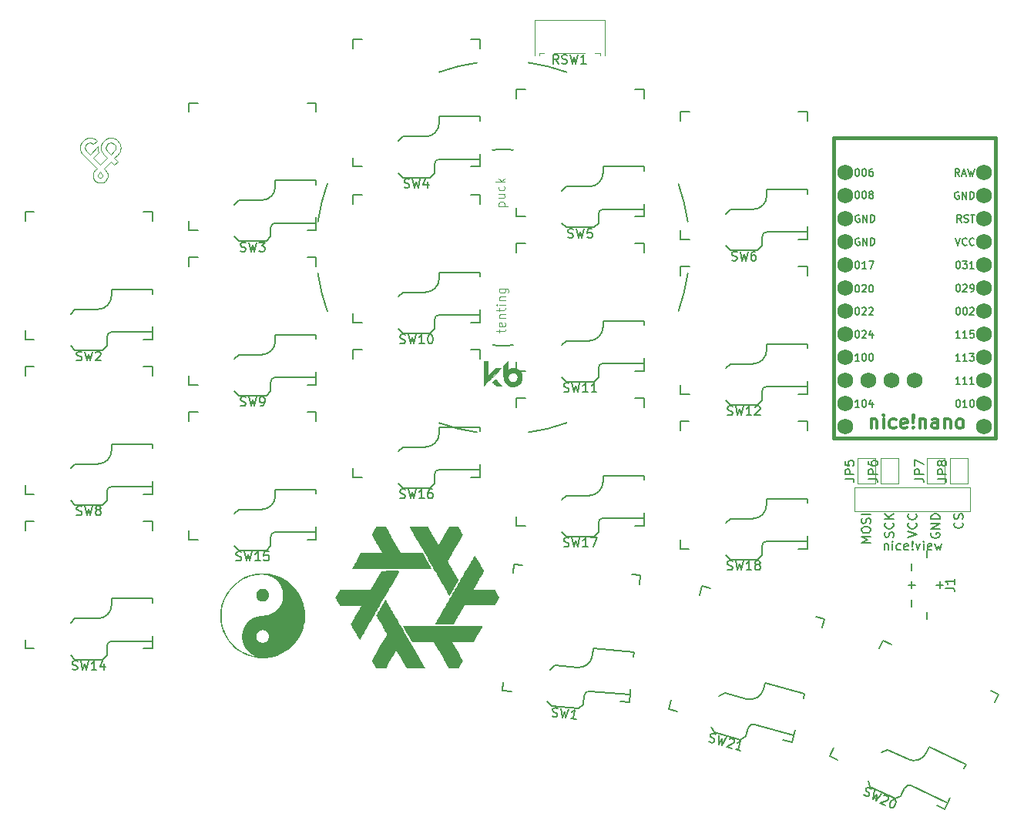
<source format=gbr>
%TF.GenerationSoftware,KiCad,Pcbnew,8.0.5*%
%TF.CreationDate,2024-10-14T13:30:24+02:00*%
%TF.ProjectId,oni-kb,6f6e692d-6b62-42e6-9b69-6361645f7063,rev?*%
%TF.SameCoordinates,Original*%
%TF.FileFunction,Legend,Top*%
%TF.FilePolarity,Positive*%
%FSLAX46Y46*%
G04 Gerber Fmt 4.6, Leading zero omitted, Abs format (unit mm)*
G04 Created by KiCad (PCBNEW 8.0.5) date 2024-10-14 13:30:24*
%MOMM*%
%LPD*%
G01*
G04 APERTURE LIST*
%ADD10C,0.150000*%
%ADD11C,0.300000*%
%ADD12C,0.100000*%
%ADD13C,0.120000*%
%ADD14C,0.000000*%
%ADD15C,0.040000*%
%ADD16C,0.381000*%
%ADD17C,0.200000*%
%ADD18C,0.010000*%
%ADD19C,1.752600*%
G04 APERTURE END LIST*
D10*
X126679260Y-73520704D02*
X126822117Y-73568323D01*
X126822117Y-73568323D02*
X127060212Y-73568323D01*
X127060212Y-73568323D02*
X127155450Y-73520704D01*
X127155450Y-73520704D02*
X127203069Y-73473084D01*
X127203069Y-73473084D02*
X127250688Y-73377846D01*
X127250688Y-73377846D02*
X127250688Y-73282608D01*
X127250688Y-73282608D02*
X127203069Y-73187370D01*
X127203069Y-73187370D02*
X127155450Y-73139751D01*
X127155450Y-73139751D02*
X127060212Y-73092132D01*
X127060212Y-73092132D02*
X126869736Y-73044513D01*
X126869736Y-73044513D02*
X126774498Y-72996894D01*
X126774498Y-72996894D02*
X126726879Y-72949275D01*
X126726879Y-72949275D02*
X126679260Y-72854037D01*
X126679260Y-72854037D02*
X126679260Y-72758799D01*
X126679260Y-72758799D02*
X126726879Y-72663561D01*
X126726879Y-72663561D02*
X126774498Y-72615942D01*
X126774498Y-72615942D02*
X126869736Y-72568323D01*
X126869736Y-72568323D02*
X127107831Y-72568323D01*
X127107831Y-72568323D02*
X127250688Y-72615942D01*
X127584022Y-72568323D02*
X127822117Y-73568323D01*
X127822117Y-73568323D02*
X128012593Y-72854037D01*
X128012593Y-72854037D02*
X128203069Y-73568323D01*
X128203069Y-73568323D02*
X128441165Y-72568323D01*
X129250688Y-72901656D02*
X129250688Y-73568323D01*
X129012593Y-72520704D02*
X128774498Y-73234989D01*
X128774498Y-73234989D02*
X129393545Y-73234989D01*
X179419748Y-112718946D02*
X179419748Y-113385613D01*
X179419748Y-112814184D02*
X179467367Y-112766565D01*
X179467367Y-112766565D02*
X179562605Y-112718946D01*
X179562605Y-112718946D02*
X179705462Y-112718946D01*
X179705462Y-112718946D02*
X179800700Y-112766565D01*
X179800700Y-112766565D02*
X179848319Y-112861803D01*
X179848319Y-112861803D02*
X179848319Y-113385613D01*
X180324510Y-113385613D02*
X180324510Y-112718946D01*
X180324510Y-112385613D02*
X180276891Y-112433232D01*
X180276891Y-112433232D02*
X180324510Y-112480851D01*
X180324510Y-112480851D02*
X180372129Y-112433232D01*
X180372129Y-112433232D02*
X180324510Y-112385613D01*
X180324510Y-112385613D02*
X180324510Y-112480851D01*
X181229271Y-113337994D02*
X181134033Y-113385613D01*
X181134033Y-113385613D02*
X180943557Y-113385613D01*
X180943557Y-113385613D02*
X180848319Y-113337994D01*
X180848319Y-113337994D02*
X180800700Y-113290374D01*
X180800700Y-113290374D02*
X180753081Y-113195136D01*
X180753081Y-113195136D02*
X180753081Y-112909422D01*
X180753081Y-112909422D02*
X180800700Y-112814184D01*
X180800700Y-112814184D02*
X180848319Y-112766565D01*
X180848319Y-112766565D02*
X180943557Y-112718946D01*
X180943557Y-112718946D02*
X181134033Y-112718946D01*
X181134033Y-112718946D02*
X181229271Y-112766565D01*
X182038795Y-113337994D02*
X181943557Y-113385613D01*
X181943557Y-113385613D02*
X181753081Y-113385613D01*
X181753081Y-113385613D02*
X181657843Y-113337994D01*
X181657843Y-113337994D02*
X181610224Y-113242755D01*
X181610224Y-113242755D02*
X181610224Y-112861803D01*
X181610224Y-112861803D02*
X181657843Y-112766565D01*
X181657843Y-112766565D02*
X181753081Y-112718946D01*
X181753081Y-112718946D02*
X181943557Y-112718946D01*
X181943557Y-112718946D02*
X182038795Y-112766565D01*
X182038795Y-112766565D02*
X182086414Y-112861803D01*
X182086414Y-112861803D02*
X182086414Y-112957041D01*
X182086414Y-112957041D02*
X181610224Y-113052279D01*
X182514986Y-113290374D02*
X182562605Y-113337994D01*
X182562605Y-113337994D02*
X182514986Y-113385613D01*
X182514986Y-113385613D02*
X182467367Y-113337994D01*
X182467367Y-113337994D02*
X182514986Y-113290374D01*
X182514986Y-113290374D02*
X182514986Y-113385613D01*
X182514986Y-113004660D02*
X182467367Y-112433232D01*
X182467367Y-112433232D02*
X182514986Y-112385613D01*
X182514986Y-112385613D02*
X182562605Y-112433232D01*
X182562605Y-112433232D02*
X182514986Y-113004660D01*
X182514986Y-113004660D02*
X182514986Y-112385613D01*
X182895938Y-112718946D02*
X183134033Y-113385613D01*
X183134033Y-113385613D02*
X183372128Y-112718946D01*
X183753081Y-113385613D02*
X183753081Y-112718946D01*
X183753081Y-112385613D02*
X183705462Y-112433232D01*
X183705462Y-112433232D02*
X183753081Y-112480851D01*
X183753081Y-112480851D02*
X183800700Y-112433232D01*
X183800700Y-112433232D02*
X183753081Y-112385613D01*
X183753081Y-112385613D02*
X183753081Y-112480851D01*
X184610223Y-113337994D02*
X184514985Y-113385613D01*
X184514985Y-113385613D02*
X184324509Y-113385613D01*
X184324509Y-113385613D02*
X184229271Y-113337994D01*
X184229271Y-113337994D02*
X184181652Y-113242755D01*
X184181652Y-113242755D02*
X184181652Y-112861803D01*
X184181652Y-112861803D02*
X184229271Y-112766565D01*
X184229271Y-112766565D02*
X184324509Y-112718946D01*
X184324509Y-112718946D02*
X184514985Y-112718946D01*
X184514985Y-112718946D02*
X184610223Y-112766565D01*
X184610223Y-112766565D02*
X184657842Y-112861803D01*
X184657842Y-112861803D02*
X184657842Y-112957041D01*
X184657842Y-112957041D02*
X184181652Y-113052279D01*
X184991176Y-112718946D02*
X185181652Y-113385613D01*
X185181652Y-113385613D02*
X185372128Y-112909422D01*
X185372128Y-112909422D02*
X185562604Y-113385613D01*
X185562604Y-113385613D02*
X185753080Y-112718946D01*
X177913614Y-112600429D02*
X176913614Y-112600429D01*
X176913614Y-112600429D02*
X177627899Y-112267096D01*
X177627899Y-112267096D02*
X176913614Y-111933763D01*
X176913614Y-111933763D02*
X177913614Y-111933763D01*
X176913614Y-111267096D02*
X176913614Y-111076620D01*
X176913614Y-111076620D02*
X176961233Y-110981382D01*
X176961233Y-110981382D02*
X177056471Y-110886144D01*
X177056471Y-110886144D02*
X177246947Y-110838525D01*
X177246947Y-110838525D02*
X177580280Y-110838525D01*
X177580280Y-110838525D02*
X177770756Y-110886144D01*
X177770756Y-110886144D02*
X177865995Y-110981382D01*
X177865995Y-110981382D02*
X177913614Y-111076620D01*
X177913614Y-111076620D02*
X177913614Y-111267096D01*
X177913614Y-111267096D02*
X177865995Y-111362334D01*
X177865995Y-111362334D02*
X177770756Y-111457572D01*
X177770756Y-111457572D02*
X177580280Y-111505191D01*
X177580280Y-111505191D02*
X177246947Y-111505191D01*
X177246947Y-111505191D02*
X177056471Y-111457572D01*
X177056471Y-111457572D02*
X176961233Y-111362334D01*
X176961233Y-111362334D02*
X176913614Y-111267096D01*
X177865995Y-110457572D02*
X177913614Y-110314715D01*
X177913614Y-110314715D02*
X177913614Y-110076620D01*
X177913614Y-110076620D02*
X177865995Y-109981382D01*
X177865995Y-109981382D02*
X177818375Y-109933763D01*
X177818375Y-109933763D02*
X177723137Y-109886144D01*
X177723137Y-109886144D02*
X177627899Y-109886144D01*
X177627899Y-109886144D02*
X177532661Y-109933763D01*
X177532661Y-109933763D02*
X177485042Y-109981382D01*
X177485042Y-109981382D02*
X177437423Y-110076620D01*
X177437423Y-110076620D02*
X177389804Y-110267096D01*
X177389804Y-110267096D02*
X177342185Y-110362334D01*
X177342185Y-110362334D02*
X177294566Y-110409953D01*
X177294566Y-110409953D02*
X177199328Y-110457572D01*
X177199328Y-110457572D02*
X177104090Y-110457572D01*
X177104090Y-110457572D02*
X177008852Y-110409953D01*
X177008852Y-110409953D02*
X176961233Y-110362334D01*
X176961233Y-110362334D02*
X176913614Y-110267096D01*
X176913614Y-110267096D02*
X176913614Y-110029001D01*
X176913614Y-110029001D02*
X176961233Y-109886144D01*
X177913614Y-109457572D02*
X176913614Y-109457572D01*
X181993614Y-111981382D02*
X182993614Y-111648049D01*
X182993614Y-111648049D02*
X181993614Y-111314716D01*
X182898375Y-110409954D02*
X182945995Y-110457573D01*
X182945995Y-110457573D02*
X182993614Y-110600430D01*
X182993614Y-110600430D02*
X182993614Y-110695668D01*
X182993614Y-110695668D02*
X182945995Y-110838525D01*
X182945995Y-110838525D02*
X182850756Y-110933763D01*
X182850756Y-110933763D02*
X182755518Y-110981382D01*
X182755518Y-110981382D02*
X182565042Y-111029001D01*
X182565042Y-111029001D02*
X182422185Y-111029001D01*
X182422185Y-111029001D02*
X182231709Y-110981382D01*
X182231709Y-110981382D02*
X182136471Y-110933763D01*
X182136471Y-110933763D02*
X182041233Y-110838525D01*
X182041233Y-110838525D02*
X181993614Y-110695668D01*
X181993614Y-110695668D02*
X181993614Y-110600430D01*
X181993614Y-110600430D02*
X182041233Y-110457573D01*
X182041233Y-110457573D02*
X182088852Y-110409954D01*
X182898375Y-109409954D02*
X182945995Y-109457573D01*
X182945995Y-109457573D02*
X182993614Y-109600430D01*
X182993614Y-109600430D02*
X182993614Y-109695668D01*
X182993614Y-109695668D02*
X182945995Y-109838525D01*
X182945995Y-109838525D02*
X182850756Y-109933763D01*
X182850756Y-109933763D02*
X182755518Y-109981382D01*
X182755518Y-109981382D02*
X182565042Y-110029001D01*
X182565042Y-110029001D02*
X182422185Y-110029001D01*
X182422185Y-110029001D02*
X182231709Y-109981382D01*
X182231709Y-109981382D02*
X182136471Y-109933763D01*
X182136471Y-109933763D02*
X182041233Y-109838525D01*
X182041233Y-109838525D02*
X181993614Y-109695668D01*
X181993614Y-109695668D02*
X181993614Y-109600430D01*
X181993614Y-109600430D02*
X182041233Y-109457573D01*
X182041233Y-109457573D02*
X182088852Y-109409954D01*
X184581233Y-111505192D02*
X184533614Y-111600430D01*
X184533614Y-111600430D02*
X184533614Y-111743287D01*
X184533614Y-111743287D02*
X184581233Y-111886144D01*
X184581233Y-111886144D02*
X184676471Y-111981382D01*
X184676471Y-111981382D02*
X184771709Y-112029001D01*
X184771709Y-112029001D02*
X184962185Y-112076620D01*
X184962185Y-112076620D02*
X185105042Y-112076620D01*
X185105042Y-112076620D02*
X185295518Y-112029001D01*
X185295518Y-112029001D02*
X185390756Y-111981382D01*
X185390756Y-111981382D02*
X185485995Y-111886144D01*
X185485995Y-111886144D02*
X185533614Y-111743287D01*
X185533614Y-111743287D02*
X185533614Y-111648049D01*
X185533614Y-111648049D02*
X185485995Y-111505192D01*
X185485995Y-111505192D02*
X185438375Y-111457573D01*
X185438375Y-111457573D02*
X185105042Y-111457573D01*
X185105042Y-111457573D02*
X185105042Y-111648049D01*
X185533614Y-111029001D02*
X184533614Y-111029001D01*
X184533614Y-111029001D02*
X185533614Y-110457573D01*
X185533614Y-110457573D02*
X184533614Y-110457573D01*
X185533614Y-109981382D02*
X184533614Y-109981382D01*
X184533614Y-109981382D02*
X184533614Y-109743287D01*
X184533614Y-109743287D02*
X184581233Y-109600430D01*
X184581233Y-109600430D02*
X184676471Y-109505192D01*
X184676471Y-109505192D02*
X184771709Y-109457573D01*
X184771709Y-109457573D02*
X184962185Y-109409954D01*
X184962185Y-109409954D02*
X185105042Y-109409954D01*
X185105042Y-109409954D02*
X185295518Y-109457573D01*
X185295518Y-109457573D02*
X185390756Y-109505192D01*
X185390756Y-109505192D02*
X185485995Y-109600430D01*
X185485995Y-109600430D02*
X185533614Y-109743287D01*
X185533614Y-109743287D02*
X185533614Y-109981382D01*
X180405995Y-111981382D02*
X180453614Y-111838525D01*
X180453614Y-111838525D02*
X180453614Y-111600430D01*
X180453614Y-111600430D02*
X180405995Y-111505192D01*
X180405995Y-111505192D02*
X180358375Y-111457573D01*
X180358375Y-111457573D02*
X180263137Y-111409954D01*
X180263137Y-111409954D02*
X180167899Y-111409954D01*
X180167899Y-111409954D02*
X180072661Y-111457573D01*
X180072661Y-111457573D02*
X180025042Y-111505192D01*
X180025042Y-111505192D02*
X179977423Y-111600430D01*
X179977423Y-111600430D02*
X179929804Y-111790906D01*
X179929804Y-111790906D02*
X179882185Y-111886144D01*
X179882185Y-111886144D02*
X179834566Y-111933763D01*
X179834566Y-111933763D02*
X179739328Y-111981382D01*
X179739328Y-111981382D02*
X179644090Y-111981382D01*
X179644090Y-111981382D02*
X179548852Y-111933763D01*
X179548852Y-111933763D02*
X179501233Y-111886144D01*
X179501233Y-111886144D02*
X179453614Y-111790906D01*
X179453614Y-111790906D02*
X179453614Y-111552811D01*
X179453614Y-111552811D02*
X179501233Y-111409954D01*
X180358375Y-110409954D02*
X180405995Y-110457573D01*
X180405995Y-110457573D02*
X180453614Y-110600430D01*
X180453614Y-110600430D02*
X180453614Y-110695668D01*
X180453614Y-110695668D02*
X180405995Y-110838525D01*
X180405995Y-110838525D02*
X180310756Y-110933763D01*
X180310756Y-110933763D02*
X180215518Y-110981382D01*
X180215518Y-110981382D02*
X180025042Y-111029001D01*
X180025042Y-111029001D02*
X179882185Y-111029001D01*
X179882185Y-111029001D02*
X179691709Y-110981382D01*
X179691709Y-110981382D02*
X179596471Y-110933763D01*
X179596471Y-110933763D02*
X179501233Y-110838525D01*
X179501233Y-110838525D02*
X179453614Y-110695668D01*
X179453614Y-110695668D02*
X179453614Y-110600430D01*
X179453614Y-110600430D02*
X179501233Y-110457573D01*
X179501233Y-110457573D02*
X179548852Y-110409954D01*
X180453614Y-109981382D02*
X179453614Y-109981382D01*
X180453614Y-109409954D02*
X179882185Y-109838525D01*
X179453614Y-109409954D02*
X180025042Y-109981382D01*
X187978375Y-110362335D02*
X188025995Y-110409954D01*
X188025995Y-110409954D02*
X188073614Y-110552811D01*
X188073614Y-110552811D02*
X188073614Y-110648049D01*
X188073614Y-110648049D02*
X188025995Y-110790906D01*
X188025995Y-110790906D02*
X187930756Y-110886144D01*
X187930756Y-110886144D02*
X187835518Y-110933763D01*
X187835518Y-110933763D02*
X187645042Y-110981382D01*
X187645042Y-110981382D02*
X187502185Y-110981382D01*
X187502185Y-110981382D02*
X187311709Y-110933763D01*
X187311709Y-110933763D02*
X187216471Y-110886144D01*
X187216471Y-110886144D02*
X187121233Y-110790906D01*
X187121233Y-110790906D02*
X187073614Y-110648049D01*
X187073614Y-110648049D02*
X187073614Y-110552811D01*
X187073614Y-110552811D02*
X187121233Y-110409954D01*
X187121233Y-110409954D02*
X187168852Y-110362335D01*
X188025995Y-109981382D02*
X188073614Y-109838525D01*
X188073614Y-109838525D02*
X188073614Y-109600430D01*
X188073614Y-109600430D02*
X188025995Y-109505192D01*
X188025995Y-109505192D02*
X187978375Y-109457573D01*
X187978375Y-109457573D02*
X187883137Y-109409954D01*
X187883137Y-109409954D02*
X187787899Y-109409954D01*
X187787899Y-109409954D02*
X187692661Y-109457573D01*
X187692661Y-109457573D02*
X187645042Y-109505192D01*
X187645042Y-109505192D02*
X187597423Y-109600430D01*
X187597423Y-109600430D02*
X187549804Y-109790906D01*
X187549804Y-109790906D02*
X187502185Y-109886144D01*
X187502185Y-109886144D02*
X187454566Y-109933763D01*
X187454566Y-109933763D02*
X187359328Y-109981382D01*
X187359328Y-109981382D02*
X187264090Y-109981382D01*
X187264090Y-109981382D02*
X187168852Y-109933763D01*
X187168852Y-109933763D02*
X187121233Y-109886144D01*
X187121233Y-109886144D02*
X187073614Y-109790906D01*
X187073614Y-109790906D02*
X187073614Y-109552811D01*
X187073614Y-109552811D02*
X187121233Y-109409954D01*
X177143444Y-140284888D02*
X177252792Y-140388420D01*
X177252792Y-140388420D02*
X177468579Y-140489043D01*
X177468579Y-140489043D02*
X177575019Y-140486135D01*
X177575019Y-140486135D02*
X177638301Y-140463102D01*
X177638301Y-140463102D02*
X177721708Y-140396912D01*
X177721708Y-140396912D02*
X177761957Y-140310597D01*
X177761957Y-140310597D02*
X177759049Y-140204157D01*
X177759049Y-140204157D02*
X177736016Y-140140875D01*
X177736016Y-140140875D02*
X177669826Y-140057468D01*
X177669826Y-140057468D02*
X177517321Y-139933812D01*
X177517321Y-139933812D02*
X177451130Y-139850405D01*
X177451130Y-139850405D02*
X177428097Y-139787123D01*
X177428097Y-139787123D02*
X177425189Y-139680683D01*
X177425189Y-139680683D02*
X177465439Y-139594368D01*
X177465439Y-139594368D02*
X177548846Y-139528178D01*
X177548846Y-139528178D02*
X177612128Y-139505145D01*
X177612128Y-139505145D02*
X177718567Y-139502237D01*
X177718567Y-139502237D02*
X177934355Y-139602860D01*
X177934355Y-139602860D02*
X178043703Y-139706392D01*
X178365930Y-139804107D02*
X178159100Y-140811038D01*
X178159100Y-140811038D02*
X178633600Y-140244174D01*
X178633600Y-140244174D02*
X178504360Y-140972035D01*
X178504360Y-140972035D02*
X179142765Y-140166351D01*
X179404619Y-140393539D02*
X179467901Y-140370506D01*
X179467901Y-140370506D02*
X179574340Y-140367598D01*
X179574340Y-140367598D02*
X179790128Y-140468221D01*
X179790128Y-140468221D02*
X179856318Y-140551628D01*
X179856318Y-140551628D02*
X179879351Y-140614910D01*
X179879351Y-140614910D02*
X179882259Y-140721350D01*
X179882259Y-140721350D02*
X179842010Y-140807665D01*
X179842010Y-140807665D02*
X179738478Y-140917013D01*
X179738478Y-140917013D02*
X178979092Y-141193407D01*
X178979092Y-141193407D02*
X179540140Y-141455028D01*
X180523806Y-140810341D02*
X180610121Y-140850590D01*
X180610121Y-140850590D02*
X180676311Y-140933997D01*
X180676311Y-140933997D02*
X180699344Y-140997279D01*
X180699344Y-140997279D02*
X180702252Y-141103719D01*
X180702252Y-141103719D02*
X180664911Y-141296474D01*
X180664911Y-141296474D02*
X180564288Y-141512261D01*
X180564288Y-141512261D02*
X180440631Y-141664767D01*
X180440631Y-141664767D02*
X180357224Y-141730957D01*
X180357224Y-141730957D02*
X180293942Y-141753990D01*
X180293942Y-141753990D02*
X180187503Y-141756898D01*
X180187503Y-141756898D02*
X180101188Y-141716649D01*
X180101188Y-141716649D02*
X180034997Y-141633242D01*
X180034997Y-141633242D02*
X180011964Y-141569960D01*
X180011964Y-141569960D02*
X180009056Y-141463520D01*
X180009056Y-141463520D02*
X180046397Y-141270765D01*
X180046397Y-141270765D02*
X180147021Y-141054978D01*
X180147021Y-141054978D02*
X180270677Y-140902472D01*
X180270677Y-140902472D02*
X180354084Y-140836282D01*
X180354084Y-140836282D02*
X180417366Y-140813249D01*
X180417366Y-140813249D02*
X180523806Y-140810341D01*
D11*
D10*
X90679261Y-92520704D02*
X90822118Y-92568323D01*
X90822118Y-92568323D02*
X91060213Y-92568323D01*
X91060213Y-92568323D02*
X91155451Y-92520704D01*
X91155451Y-92520704D02*
X91203070Y-92473084D01*
X91203070Y-92473084D02*
X91250689Y-92377846D01*
X91250689Y-92377846D02*
X91250689Y-92282608D01*
X91250689Y-92282608D02*
X91203070Y-92187370D01*
X91203070Y-92187370D02*
X91155451Y-92139751D01*
X91155451Y-92139751D02*
X91060213Y-92092132D01*
X91060213Y-92092132D02*
X90869737Y-92044513D01*
X90869737Y-92044513D02*
X90774499Y-91996894D01*
X90774499Y-91996894D02*
X90726880Y-91949275D01*
X90726880Y-91949275D02*
X90679261Y-91854037D01*
X90679261Y-91854037D02*
X90679261Y-91758799D01*
X90679261Y-91758799D02*
X90726880Y-91663561D01*
X90726880Y-91663561D02*
X90774499Y-91615942D01*
X90774499Y-91615942D02*
X90869737Y-91568323D01*
X90869737Y-91568323D02*
X91107832Y-91568323D01*
X91107832Y-91568323D02*
X91250689Y-91615942D01*
X91584023Y-91568323D02*
X91822118Y-92568323D01*
X91822118Y-92568323D02*
X92012594Y-91854037D01*
X92012594Y-91854037D02*
X92203070Y-92568323D01*
X92203070Y-92568323D02*
X92441166Y-91568323D01*
X92774499Y-91663561D02*
X92822118Y-91615942D01*
X92822118Y-91615942D02*
X92917356Y-91568323D01*
X92917356Y-91568323D02*
X93155451Y-91568323D01*
X93155451Y-91568323D02*
X93250689Y-91615942D01*
X93250689Y-91615942D02*
X93298308Y-91663561D01*
X93298308Y-91663561D02*
X93345927Y-91758799D01*
X93345927Y-91758799D02*
X93345927Y-91854037D01*
X93345927Y-91854037D02*
X93298308Y-91996894D01*
X93298308Y-91996894D02*
X92726880Y-92568323D01*
X92726880Y-92568323D02*
X93345927Y-92568323D01*
X143623308Y-59920825D02*
X143289975Y-59444634D01*
X143051880Y-59920825D02*
X143051880Y-58920825D01*
X143051880Y-58920825D02*
X143432832Y-58920825D01*
X143432832Y-58920825D02*
X143528070Y-58968444D01*
X143528070Y-58968444D02*
X143575689Y-59016063D01*
X143575689Y-59016063D02*
X143623308Y-59111301D01*
X143623308Y-59111301D02*
X143623308Y-59254158D01*
X143623308Y-59254158D02*
X143575689Y-59349396D01*
X143575689Y-59349396D02*
X143528070Y-59397015D01*
X143528070Y-59397015D02*
X143432832Y-59444634D01*
X143432832Y-59444634D02*
X143051880Y-59444634D01*
X144004261Y-59873206D02*
X144147118Y-59920825D01*
X144147118Y-59920825D02*
X144385213Y-59920825D01*
X144385213Y-59920825D02*
X144480451Y-59873206D01*
X144480451Y-59873206D02*
X144528070Y-59825586D01*
X144528070Y-59825586D02*
X144575689Y-59730348D01*
X144575689Y-59730348D02*
X144575689Y-59635110D01*
X144575689Y-59635110D02*
X144528070Y-59539872D01*
X144528070Y-59539872D02*
X144480451Y-59492253D01*
X144480451Y-59492253D02*
X144385213Y-59444634D01*
X144385213Y-59444634D02*
X144194737Y-59397015D01*
X144194737Y-59397015D02*
X144099499Y-59349396D01*
X144099499Y-59349396D02*
X144051880Y-59301777D01*
X144051880Y-59301777D02*
X144004261Y-59206539D01*
X144004261Y-59206539D02*
X144004261Y-59111301D01*
X144004261Y-59111301D02*
X144051880Y-59016063D01*
X144051880Y-59016063D02*
X144099499Y-58968444D01*
X144099499Y-58968444D02*
X144194737Y-58920825D01*
X144194737Y-58920825D02*
X144432832Y-58920825D01*
X144432832Y-58920825D02*
X144575689Y-58968444D01*
X144909023Y-58920825D02*
X145147118Y-59920825D01*
X145147118Y-59920825D02*
X145337594Y-59206539D01*
X145337594Y-59206539D02*
X145528070Y-59920825D01*
X145528070Y-59920825D02*
X145766166Y-58920825D01*
X146670927Y-59920825D02*
X146099499Y-59920825D01*
X146385213Y-59920825D02*
X146385213Y-58920825D01*
X146385213Y-58920825D02*
X146289975Y-59063682D01*
X146289975Y-59063682D02*
X146194737Y-59158920D01*
X146194737Y-59158920D02*
X146099499Y-59206539D01*
X187499784Y-84152549D02*
X187575974Y-84152549D01*
X187575974Y-84152549D02*
X187652165Y-84190644D01*
X187652165Y-84190644D02*
X187690260Y-84228739D01*
X187690260Y-84228739D02*
X187728355Y-84304930D01*
X187728355Y-84304930D02*
X187766450Y-84457311D01*
X187766450Y-84457311D02*
X187766450Y-84647787D01*
X187766450Y-84647787D02*
X187728355Y-84800168D01*
X187728355Y-84800168D02*
X187690260Y-84876358D01*
X187690260Y-84876358D02*
X187652165Y-84914454D01*
X187652165Y-84914454D02*
X187575974Y-84952549D01*
X187575974Y-84952549D02*
X187499784Y-84952549D01*
X187499784Y-84952549D02*
X187423593Y-84914454D01*
X187423593Y-84914454D02*
X187385498Y-84876358D01*
X187385498Y-84876358D02*
X187347403Y-84800168D01*
X187347403Y-84800168D02*
X187309307Y-84647787D01*
X187309307Y-84647787D02*
X187309307Y-84457311D01*
X187309307Y-84457311D02*
X187347403Y-84304930D01*
X187347403Y-84304930D02*
X187385498Y-84228739D01*
X187385498Y-84228739D02*
X187423593Y-84190644D01*
X187423593Y-84190644D02*
X187499784Y-84152549D01*
X188071212Y-84228739D02*
X188109308Y-84190644D01*
X188109308Y-84190644D02*
X188185498Y-84152549D01*
X188185498Y-84152549D02*
X188375974Y-84152549D01*
X188375974Y-84152549D02*
X188452165Y-84190644D01*
X188452165Y-84190644D02*
X188490260Y-84228739D01*
X188490260Y-84228739D02*
X188528355Y-84304930D01*
X188528355Y-84304930D02*
X188528355Y-84381120D01*
X188528355Y-84381120D02*
X188490260Y-84495406D01*
X188490260Y-84495406D02*
X188033117Y-84952549D01*
X188033117Y-84952549D02*
X188528355Y-84952549D01*
X188909308Y-84952549D02*
X189061689Y-84952549D01*
X189061689Y-84952549D02*
X189137879Y-84914454D01*
X189137879Y-84914454D02*
X189175975Y-84876358D01*
X189175975Y-84876358D02*
X189252165Y-84762073D01*
X189252165Y-84762073D02*
X189290260Y-84609692D01*
X189290260Y-84609692D02*
X189290260Y-84304930D01*
X189290260Y-84304930D02*
X189252165Y-84228739D01*
X189252165Y-84228739D02*
X189214070Y-84190644D01*
X189214070Y-84190644D02*
X189137879Y-84152549D01*
X189137879Y-84152549D02*
X188985498Y-84152549D01*
X188985498Y-84152549D02*
X188909308Y-84190644D01*
X188909308Y-84190644D02*
X188871213Y-84228739D01*
X188871213Y-84228739D02*
X188833117Y-84304930D01*
X188833117Y-84304930D02*
X188833117Y-84495406D01*
X188833117Y-84495406D02*
X188871213Y-84571596D01*
X188871213Y-84571596D02*
X188909308Y-84609692D01*
X188909308Y-84609692D02*
X188985498Y-84647787D01*
X188985498Y-84647787D02*
X189137879Y-84647787D01*
X189137879Y-84647787D02*
X189214070Y-84609692D01*
X189214070Y-84609692D02*
X189252165Y-84571596D01*
X189252165Y-84571596D02*
X189290260Y-84495406D01*
X187766450Y-92572549D02*
X187309307Y-92572549D01*
X187537879Y-92572549D02*
X187537879Y-91772549D01*
X187537879Y-91772549D02*
X187461688Y-91886834D01*
X187461688Y-91886834D02*
X187385498Y-91963025D01*
X187385498Y-91963025D02*
X187309307Y-92001120D01*
X188528355Y-92572549D02*
X188071212Y-92572549D01*
X188299784Y-92572549D02*
X188299784Y-91772549D01*
X188299784Y-91772549D02*
X188223593Y-91886834D01*
X188223593Y-91886834D02*
X188147403Y-91963025D01*
X188147403Y-91963025D02*
X188071212Y-92001120D01*
X188795022Y-91772549D02*
X189290260Y-91772549D01*
X189290260Y-91772549D02*
X189023594Y-92077311D01*
X189023594Y-92077311D02*
X189137879Y-92077311D01*
X189137879Y-92077311D02*
X189214070Y-92115406D01*
X189214070Y-92115406D02*
X189252165Y-92153501D01*
X189252165Y-92153501D02*
X189290260Y-92229692D01*
X189290260Y-92229692D02*
X189290260Y-92420168D01*
X189290260Y-92420168D02*
X189252165Y-92496358D01*
X189252165Y-92496358D02*
X189214070Y-92534454D01*
X189214070Y-92534454D02*
X189137879Y-92572549D01*
X189137879Y-92572549D02*
X188909308Y-92572549D01*
X188909308Y-92572549D02*
X188833117Y-92534454D01*
X188833117Y-92534454D02*
X188795022Y-92496358D01*
X187607736Y-74030644D02*
X187531546Y-73992549D01*
X187531546Y-73992549D02*
X187417260Y-73992549D01*
X187417260Y-73992549D02*
X187302974Y-74030644D01*
X187302974Y-74030644D02*
X187226784Y-74106834D01*
X187226784Y-74106834D02*
X187188689Y-74183025D01*
X187188689Y-74183025D02*
X187150593Y-74335406D01*
X187150593Y-74335406D02*
X187150593Y-74449692D01*
X187150593Y-74449692D02*
X187188689Y-74602073D01*
X187188689Y-74602073D02*
X187226784Y-74678263D01*
X187226784Y-74678263D02*
X187302974Y-74754454D01*
X187302974Y-74754454D02*
X187417260Y-74792549D01*
X187417260Y-74792549D02*
X187493451Y-74792549D01*
X187493451Y-74792549D02*
X187607736Y-74754454D01*
X187607736Y-74754454D02*
X187645832Y-74716358D01*
X187645832Y-74716358D02*
X187645832Y-74449692D01*
X187645832Y-74449692D02*
X187493451Y-74449692D01*
X187988689Y-74792549D02*
X187988689Y-73992549D01*
X187988689Y-73992549D02*
X188445832Y-74792549D01*
X188445832Y-74792549D02*
X188445832Y-73992549D01*
X188826784Y-74792549D02*
X188826784Y-73992549D01*
X188826784Y-73992549D02*
X189017260Y-73992549D01*
X189017260Y-73992549D02*
X189131546Y-74030644D01*
X189131546Y-74030644D02*
X189207736Y-74106834D01*
X189207736Y-74106834D02*
X189245831Y-74183025D01*
X189245831Y-74183025D02*
X189283927Y-74335406D01*
X189283927Y-74335406D02*
X189283927Y-74449692D01*
X189283927Y-74449692D02*
X189245831Y-74602073D01*
X189245831Y-74602073D02*
X189207736Y-74678263D01*
X189207736Y-74678263D02*
X189131546Y-74754454D01*
X189131546Y-74754454D02*
X189017260Y-74792549D01*
X189017260Y-74792549D02*
X188826784Y-74792549D01*
X187912498Y-77332549D02*
X187645831Y-76951596D01*
X187455355Y-77332549D02*
X187455355Y-76532549D01*
X187455355Y-76532549D02*
X187760117Y-76532549D01*
X187760117Y-76532549D02*
X187836307Y-76570644D01*
X187836307Y-76570644D02*
X187874402Y-76608739D01*
X187874402Y-76608739D02*
X187912498Y-76684930D01*
X187912498Y-76684930D02*
X187912498Y-76799215D01*
X187912498Y-76799215D02*
X187874402Y-76875406D01*
X187874402Y-76875406D02*
X187836307Y-76913501D01*
X187836307Y-76913501D02*
X187760117Y-76951596D01*
X187760117Y-76951596D02*
X187455355Y-76951596D01*
X188217259Y-77294454D02*
X188331545Y-77332549D01*
X188331545Y-77332549D02*
X188522021Y-77332549D01*
X188522021Y-77332549D02*
X188598212Y-77294454D01*
X188598212Y-77294454D02*
X188636307Y-77256358D01*
X188636307Y-77256358D02*
X188674402Y-77180168D01*
X188674402Y-77180168D02*
X188674402Y-77103977D01*
X188674402Y-77103977D02*
X188636307Y-77027787D01*
X188636307Y-77027787D02*
X188598212Y-76989692D01*
X188598212Y-76989692D02*
X188522021Y-76951596D01*
X188522021Y-76951596D02*
X188369640Y-76913501D01*
X188369640Y-76913501D02*
X188293450Y-76875406D01*
X188293450Y-76875406D02*
X188255355Y-76837311D01*
X188255355Y-76837311D02*
X188217259Y-76761120D01*
X188217259Y-76761120D02*
X188217259Y-76684930D01*
X188217259Y-76684930D02*
X188255355Y-76608739D01*
X188255355Y-76608739D02*
X188293450Y-76570644D01*
X188293450Y-76570644D02*
X188369640Y-76532549D01*
X188369640Y-76532549D02*
X188560117Y-76532549D01*
X188560117Y-76532549D02*
X188674402Y-76570644D01*
X188902974Y-76532549D02*
X189360117Y-76532549D01*
X189131545Y-77332549D02*
X189131545Y-76532549D01*
X187766450Y-90032549D02*
X187309307Y-90032549D01*
X187537879Y-90032549D02*
X187537879Y-89232549D01*
X187537879Y-89232549D02*
X187461688Y-89346834D01*
X187461688Y-89346834D02*
X187385498Y-89423025D01*
X187385498Y-89423025D02*
X187309307Y-89461120D01*
X188528355Y-90032549D02*
X188071212Y-90032549D01*
X188299784Y-90032549D02*
X188299784Y-89232549D01*
X188299784Y-89232549D02*
X188223593Y-89346834D01*
X188223593Y-89346834D02*
X188147403Y-89423025D01*
X188147403Y-89423025D02*
X188071212Y-89461120D01*
X189252165Y-89232549D02*
X188871213Y-89232549D01*
X188871213Y-89232549D02*
X188833117Y-89613501D01*
X188833117Y-89613501D02*
X188871213Y-89575406D01*
X188871213Y-89575406D02*
X188947403Y-89537311D01*
X188947403Y-89537311D02*
X189137879Y-89537311D01*
X189137879Y-89537311D02*
X189214070Y-89575406D01*
X189214070Y-89575406D02*
X189252165Y-89613501D01*
X189252165Y-89613501D02*
X189290260Y-89689692D01*
X189290260Y-89689692D02*
X189290260Y-89880168D01*
X189290260Y-89880168D02*
X189252165Y-89956358D01*
X189252165Y-89956358D02*
X189214070Y-89994454D01*
X189214070Y-89994454D02*
X189137879Y-90032549D01*
X189137879Y-90032549D02*
X188947403Y-90032549D01*
X188947403Y-90032549D02*
X188871213Y-89994454D01*
X188871213Y-89994454D02*
X188833117Y-89956358D01*
X176425403Y-71452549D02*
X176501593Y-71452549D01*
X176501593Y-71452549D02*
X176577784Y-71490644D01*
X176577784Y-71490644D02*
X176615879Y-71528739D01*
X176615879Y-71528739D02*
X176653974Y-71604930D01*
X176653974Y-71604930D02*
X176692069Y-71757311D01*
X176692069Y-71757311D02*
X176692069Y-71947787D01*
X176692069Y-71947787D02*
X176653974Y-72100168D01*
X176653974Y-72100168D02*
X176615879Y-72176358D01*
X176615879Y-72176358D02*
X176577784Y-72214454D01*
X176577784Y-72214454D02*
X176501593Y-72252549D01*
X176501593Y-72252549D02*
X176425403Y-72252549D01*
X176425403Y-72252549D02*
X176349212Y-72214454D01*
X176349212Y-72214454D02*
X176311117Y-72176358D01*
X176311117Y-72176358D02*
X176273022Y-72100168D01*
X176273022Y-72100168D02*
X176234926Y-71947787D01*
X176234926Y-71947787D02*
X176234926Y-71757311D01*
X176234926Y-71757311D02*
X176273022Y-71604930D01*
X176273022Y-71604930D02*
X176311117Y-71528739D01*
X176311117Y-71528739D02*
X176349212Y-71490644D01*
X176349212Y-71490644D02*
X176425403Y-71452549D01*
X177187308Y-71452549D02*
X177263498Y-71452549D01*
X177263498Y-71452549D02*
X177339689Y-71490644D01*
X177339689Y-71490644D02*
X177377784Y-71528739D01*
X177377784Y-71528739D02*
X177415879Y-71604930D01*
X177415879Y-71604930D02*
X177453974Y-71757311D01*
X177453974Y-71757311D02*
X177453974Y-71947787D01*
X177453974Y-71947787D02*
X177415879Y-72100168D01*
X177415879Y-72100168D02*
X177377784Y-72176358D01*
X177377784Y-72176358D02*
X177339689Y-72214454D01*
X177339689Y-72214454D02*
X177263498Y-72252549D01*
X177263498Y-72252549D02*
X177187308Y-72252549D01*
X177187308Y-72252549D02*
X177111117Y-72214454D01*
X177111117Y-72214454D02*
X177073022Y-72176358D01*
X177073022Y-72176358D02*
X177034927Y-72100168D01*
X177034927Y-72100168D02*
X176996831Y-71947787D01*
X176996831Y-71947787D02*
X176996831Y-71757311D01*
X176996831Y-71757311D02*
X177034927Y-71604930D01*
X177034927Y-71604930D02*
X177073022Y-71528739D01*
X177073022Y-71528739D02*
X177111117Y-71490644D01*
X177111117Y-71490644D02*
X177187308Y-71452549D01*
X178139689Y-71452549D02*
X177987308Y-71452549D01*
X177987308Y-71452549D02*
X177911117Y-71490644D01*
X177911117Y-71490644D02*
X177873022Y-71528739D01*
X177873022Y-71528739D02*
X177796832Y-71643025D01*
X177796832Y-71643025D02*
X177758736Y-71795406D01*
X177758736Y-71795406D02*
X177758736Y-72100168D01*
X177758736Y-72100168D02*
X177796832Y-72176358D01*
X177796832Y-72176358D02*
X177834927Y-72214454D01*
X177834927Y-72214454D02*
X177911117Y-72252549D01*
X177911117Y-72252549D02*
X178063498Y-72252549D01*
X178063498Y-72252549D02*
X178139689Y-72214454D01*
X178139689Y-72214454D02*
X178177784Y-72176358D01*
X178177784Y-72176358D02*
X178215879Y-72100168D01*
X178215879Y-72100168D02*
X178215879Y-71909692D01*
X178215879Y-71909692D02*
X178177784Y-71833501D01*
X178177784Y-71833501D02*
X178139689Y-71795406D01*
X178139689Y-71795406D02*
X178063498Y-71757311D01*
X178063498Y-71757311D02*
X177911117Y-71757311D01*
X177911117Y-71757311D02*
X177834927Y-71795406D01*
X177834927Y-71795406D02*
X177796832Y-71833501D01*
X177796832Y-71833501D02*
X177758736Y-71909692D01*
X176425403Y-89232549D02*
X176501593Y-89232549D01*
X176501593Y-89232549D02*
X176577784Y-89270644D01*
X176577784Y-89270644D02*
X176615879Y-89308739D01*
X176615879Y-89308739D02*
X176653974Y-89384930D01*
X176653974Y-89384930D02*
X176692069Y-89537311D01*
X176692069Y-89537311D02*
X176692069Y-89727787D01*
X176692069Y-89727787D02*
X176653974Y-89880168D01*
X176653974Y-89880168D02*
X176615879Y-89956358D01*
X176615879Y-89956358D02*
X176577784Y-89994454D01*
X176577784Y-89994454D02*
X176501593Y-90032549D01*
X176501593Y-90032549D02*
X176425403Y-90032549D01*
X176425403Y-90032549D02*
X176349212Y-89994454D01*
X176349212Y-89994454D02*
X176311117Y-89956358D01*
X176311117Y-89956358D02*
X176273022Y-89880168D01*
X176273022Y-89880168D02*
X176234926Y-89727787D01*
X176234926Y-89727787D02*
X176234926Y-89537311D01*
X176234926Y-89537311D02*
X176273022Y-89384930D01*
X176273022Y-89384930D02*
X176311117Y-89308739D01*
X176311117Y-89308739D02*
X176349212Y-89270644D01*
X176349212Y-89270644D02*
X176425403Y-89232549D01*
X176996831Y-89308739D02*
X177034927Y-89270644D01*
X177034927Y-89270644D02*
X177111117Y-89232549D01*
X177111117Y-89232549D02*
X177301593Y-89232549D01*
X177301593Y-89232549D02*
X177377784Y-89270644D01*
X177377784Y-89270644D02*
X177415879Y-89308739D01*
X177415879Y-89308739D02*
X177453974Y-89384930D01*
X177453974Y-89384930D02*
X177453974Y-89461120D01*
X177453974Y-89461120D02*
X177415879Y-89575406D01*
X177415879Y-89575406D02*
X176958736Y-90032549D01*
X176958736Y-90032549D02*
X177453974Y-90032549D01*
X178139689Y-89499215D02*
X178139689Y-90032549D01*
X177949213Y-89194454D02*
X177758736Y-89765882D01*
X177758736Y-89765882D02*
X178253975Y-89765882D01*
X187683927Y-72252549D02*
X187417260Y-71871596D01*
X187226784Y-72252549D02*
X187226784Y-71452549D01*
X187226784Y-71452549D02*
X187531546Y-71452549D01*
X187531546Y-71452549D02*
X187607736Y-71490644D01*
X187607736Y-71490644D02*
X187645831Y-71528739D01*
X187645831Y-71528739D02*
X187683927Y-71604930D01*
X187683927Y-71604930D02*
X187683927Y-71719215D01*
X187683927Y-71719215D02*
X187645831Y-71795406D01*
X187645831Y-71795406D02*
X187607736Y-71833501D01*
X187607736Y-71833501D02*
X187531546Y-71871596D01*
X187531546Y-71871596D02*
X187226784Y-71871596D01*
X187988688Y-72023977D02*
X188369641Y-72023977D01*
X187912498Y-72252549D02*
X188179165Y-71452549D01*
X188179165Y-71452549D02*
X188445831Y-72252549D01*
X188636307Y-71452549D02*
X188826783Y-72252549D01*
X188826783Y-72252549D02*
X188979164Y-71681120D01*
X188979164Y-71681120D02*
X189131545Y-72252549D01*
X189131545Y-72252549D02*
X189322022Y-71452549D01*
X176425403Y-81622549D02*
X176501593Y-81622549D01*
X176501593Y-81622549D02*
X176577784Y-81660644D01*
X176577784Y-81660644D02*
X176615879Y-81698739D01*
X176615879Y-81698739D02*
X176653974Y-81774930D01*
X176653974Y-81774930D02*
X176692069Y-81927311D01*
X176692069Y-81927311D02*
X176692069Y-82117787D01*
X176692069Y-82117787D02*
X176653974Y-82270168D01*
X176653974Y-82270168D02*
X176615879Y-82346358D01*
X176615879Y-82346358D02*
X176577784Y-82384454D01*
X176577784Y-82384454D02*
X176501593Y-82422549D01*
X176501593Y-82422549D02*
X176425403Y-82422549D01*
X176425403Y-82422549D02*
X176349212Y-82384454D01*
X176349212Y-82384454D02*
X176311117Y-82346358D01*
X176311117Y-82346358D02*
X176273022Y-82270168D01*
X176273022Y-82270168D02*
X176234926Y-82117787D01*
X176234926Y-82117787D02*
X176234926Y-81927311D01*
X176234926Y-81927311D02*
X176273022Y-81774930D01*
X176273022Y-81774930D02*
X176311117Y-81698739D01*
X176311117Y-81698739D02*
X176349212Y-81660644D01*
X176349212Y-81660644D02*
X176425403Y-81622549D01*
X177453974Y-82422549D02*
X176996831Y-82422549D01*
X177225403Y-82422549D02*
X177225403Y-81622549D01*
X177225403Y-81622549D02*
X177149212Y-81736834D01*
X177149212Y-81736834D02*
X177073022Y-81813025D01*
X177073022Y-81813025D02*
X176996831Y-81851120D01*
X177720641Y-81622549D02*
X178253975Y-81622549D01*
X178253975Y-81622549D02*
X177911117Y-82422549D01*
X176692069Y-76570644D02*
X176615879Y-76532549D01*
X176615879Y-76532549D02*
X176501593Y-76532549D01*
X176501593Y-76532549D02*
X176387307Y-76570644D01*
X176387307Y-76570644D02*
X176311117Y-76646834D01*
X176311117Y-76646834D02*
X176273022Y-76723025D01*
X176273022Y-76723025D02*
X176234926Y-76875406D01*
X176234926Y-76875406D02*
X176234926Y-76989692D01*
X176234926Y-76989692D02*
X176273022Y-77142073D01*
X176273022Y-77142073D02*
X176311117Y-77218263D01*
X176311117Y-77218263D02*
X176387307Y-77294454D01*
X176387307Y-77294454D02*
X176501593Y-77332549D01*
X176501593Y-77332549D02*
X176577784Y-77332549D01*
X176577784Y-77332549D02*
X176692069Y-77294454D01*
X176692069Y-77294454D02*
X176730165Y-77256358D01*
X176730165Y-77256358D02*
X176730165Y-76989692D01*
X176730165Y-76989692D02*
X176577784Y-76989692D01*
X177073022Y-77332549D02*
X177073022Y-76532549D01*
X177073022Y-76532549D02*
X177530165Y-77332549D01*
X177530165Y-77332549D02*
X177530165Y-76532549D01*
X177911117Y-77332549D02*
X177911117Y-76532549D01*
X177911117Y-76532549D02*
X178101593Y-76532549D01*
X178101593Y-76532549D02*
X178215879Y-76570644D01*
X178215879Y-76570644D02*
X178292069Y-76646834D01*
X178292069Y-76646834D02*
X178330164Y-76723025D01*
X178330164Y-76723025D02*
X178368260Y-76875406D01*
X178368260Y-76875406D02*
X178368260Y-76989692D01*
X178368260Y-76989692D02*
X178330164Y-77142073D01*
X178330164Y-77142073D02*
X178292069Y-77218263D01*
X178292069Y-77218263D02*
X178215879Y-77294454D01*
X178215879Y-77294454D02*
X178101593Y-77332549D01*
X178101593Y-77332549D02*
X177911117Y-77332549D01*
X176425403Y-86722549D02*
X176501593Y-86722549D01*
X176501593Y-86722549D02*
X176577784Y-86760644D01*
X176577784Y-86760644D02*
X176615879Y-86798739D01*
X176615879Y-86798739D02*
X176653974Y-86874930D01*
X176653974Y-86874930D02*
X176692069Y-87027311D01*
X176692069Y-87027311D02*
X176692069Y-87217787D01*
X176692069Y-87217787D02*
X176653974Y-87370168D01*
X176653974Y-87370168D02*
X176615879Y-87446358D01*
X176615879Y-87446358D02*
X176577784Y-87484454D01*
X176577784Y-87484454D02*
X176501593Y-87522549D01*
X176501593Y-87522549D02*
X176425403Y-87522549D01*
X176425403Y-87522549D02*
X176349212Y-87484454D01*
X176349212Y-87484454D02*
X176311117Y-87446358D01*
X176311117Y-87446358D02*
X176273022Y-87370168D01*
X176273022Y-87370168D02*
X176234926Y-87217787D01*
X176234926Y-87217787D02*
X176234926Y-87027311D01*
X176234926Y-87027311D02*
X176273022Y-86874930D01*
X176273022Y-86874930D02*
X176311117Y-86798739D01*
X176311117Y-86798739D02*
X176349212Y-86760644D01*
X176349212Y-86760644D02*
X176425403Y-86722549D01*
X176996831Y-86798739D02*
X177034927Y-86760644D01*
X177034927Y-86760644D02*
X177111117Y-86722549D01*
X177111117Y-86722549D02*
X177301593Y-86722549D01*
X177301593Y-86722549D02*
X177377784Y-86760644D01*
X177377784Y-86760644D02*
X177415879Y-86798739D01*
X177415879Y-86798739D02*
X177453974Y-86874930D01*
X177453974Y-86874930D02*
X177453974Y-86951120D01*
X177453974Y-86951120D02*
X177415879Y-87065406D01*
X177415879Y-87065406D02*
X176958736Y-87522549D01*
X176958736Y-87522549D02*
X177453974Y-87522549D01*
X177758736Y-86798739D02*
X177796832Y-86760644D01*
X177796832Y-86760644D02*
X177873022Y-86722549D01*
X177873022Y-86722549D02*
X178063498Y-86722549D01*
X178063498Y-86722549D02*
X178139689Y-86760644D01*
X178139689Y-86760644D02*
X178177784Y-86798739D01*
X178177784Y-86798739D02*
X178215879Y-86874930D01*
X178215879Y-86874930D02*
X178215879Y-86951120D01*
X178215879Y-86951120D02*
X178177784Y-87065406D01*
X178177784Y-87065406D02*
X177720641Y-87522549D01*
X177720641Y-87522549D02*
X178215879Y-87522549D01*
X187233117Y-79072549D02*
X187499784Y-79872549D01*
X187499784Y-79872549D02*
X187766450Y-79072549D01*
X188490260Y-79796358D02*
X188452164Y-79834454D01*
X188452164Y-79834454D02*
X188337879Y-79872549D01*
X188337879Y-79872549D02*
X188261688Y-79872549D01*
X188261688Y-79872549D02*
X188147402Y-79834454D01*
X188147402Y-79834454D02*
X188071212Y-79758263D01*
X188071212Y-79758263D02*
X188033117Y-79682073D01*
X188033117Y-79682073D02*
X187995021Y-79529692D01*
X187995021Y-79529692D02*
X187995021Y-79415406D01*
X187995021Y-79415406D02*
X188033117Y-79263025D01*
X188033117Y-79263025D02*
X188071212Y-79186834D01*
X188071212Y-79186834D02*
X188147402Y-79110644D01*
X188147402Y-79110644D02*
X188261688Y-79072549D01*
X188261688Y-79072549D02*
X188337879Y-79072549D01*
X188337879Y-79072549D02*
X188452164Y-79110644D01*
X188452164Y-79110644D02*
X188490260Y-79148739D01*
X189290260Y-79796358D02*
X189252164Y-79834454D01*
X189252164Y-79834454D02*
X189137879Y-79872549D01*
X189137879Y-79872549D02*
X189061688Y-79872549D01*
X189061688Y-79872549D02*
X188947402Y-79834454D01*
X188947402Y-79834454D02*
X188871212Y-79758263D01*
X188871212Y-79758263D02*
X188833117Y-79682073D01*
X188833117Y-79682073D02*
X188795021Y-79529692D01*
X188795021Y-79529692D02*
X188795021Y-79415406D01*
X188795021Y-79415406D02*
X188833117Y-79263025D01*
X188833117Y-79263025D02*
X188871212Y-79186834D01*
X188871212Y-79186834D02*
X188947402Y-79110644D01*
X188947402Y-79110644D02*
X189061688Y-79072549D01*
X189061688Y-79072549D02*
X189137879Y-79072549D01*
X189137879Y-79072549D02*
X189252164Y-79110644D01*
X189252164Y-79110644D02*
X189290260Y-79148739D01*
X176692069Y-92572549D02*
X176234926Y-92572549D01*
X176463498Y-92572549D02*
X176463498Y-91772549D01*
X176463498Y-91772549D02*
X176387307Y-91886834D01*
X176387307Y-91886834D02*
X176311117Y-91963025D01*
X176311117Y-91963025D02*
X176234926Y-92001120D01*
X177187308Y-91772549D02*
X177263498Y-91772549D01*
X177263498Y-91772549D02*
X177339689Y-91810644D01*
X177339689Y-91810644D02*
X177377784Y-91848739D01*
X177377784Y-91848739D02*
X177415879Y-91924930D01*
X177415879Y-91924930D02*
X177453974Y-92077311D01*
X177453974Y-92077311D02*
X177453974Y-92267787D01*
X177453974Y-92267787D02*
X177415879Y-92420168D01*
X177415879Y-92420168D02*
X177377784Y-92496358D01*
X177377784Y-92496358D02*
X177339689Y-92534454D01*
X177339689Y-92534454D02*
X177263498Y-92572549D01*
X177263498Y-92572549D02*
X177187308Y-92572549D01*
X177187308Y-92572549D02*
X177111117Y-92534454D01*
X177111117Y-92534454D02*
X177073022Y-92496358D01*
X177073022Y-92496358D02*
X177034927Y-92420168D01*
X177034927Y-92420168D02*
X176996831Y-92267787D01*
X176996831Y-92267787D02*
X176996831Y-92077311D01*
X176996831Y-92077311D02*
X177034927Y-91924930D01*
X177034927Y-91924930D02*
X177073022Y-91848739D01*
X177073022Y-91848739D02*
X177111117Y-91810644D01*
X177111117Y-91810644D02*
X177187308Y-91772549D01*
X177949213Y-91772549D02*
X178025403Y-91772549D01*
X178025403Y-91772549D02*
X178101594Y-91810644D01*
X178101594Y-91810644D02*
X178139689Y-91848739D01*
X178139689Y-91848739D02*
X178177784Y-91924930D01*
X178177784Y-91924930D02*
X178215879Y-92077311D01*
X178215879Y-92077311D02*
X178215879Y-92267787D01*
X178215879Y-92267787D02*
X178177784Y-92420168D01*
X178177784Y-92420168D02*
X178139689Y-92496358D01*
X178139689Y-92496358D02*
X178101594Y-92534454D01*
X178101594Y-92534454D02*
X178025403Y-92572549D01*
X178025403Y-92572549D02*
X177949213Y-92572549D01*
X177949213Y-92572549D02*
X177873022Y-92534454D01*
X177873022Y-92534454D02*
X177834927Y-92496358D01*
X177834927Y-92496358D02*
X177796832Y-92420168D01*
X177796832Y-92420168D02*
X177758736Y-92267787D01*
X177758736Y-92267787D02*
X177758736Y-92077311D01*
X177758736Y-92077311D02*
X177796832Y-91924930D01*
X177796832Y-91924930D02*
X177834927Y-91848739D01*
X177834927Y-91848739D02*
X177873022Y-91810644D01*
X177873022Y-91810644D02*
X177949213Y-91772549D01*
X176692069Y-97652549D02*
X176234926Y-97652549D01*
X176463498Y-97652549D02*
X176463498Y-96852549D01*
X176463498Y-96852549D02*
X176387307Y-96966834D01*
X176387307Y-96966834D02*
X176311117Y-97043025D01*
X176311117Y-97043025D02*
X176234926Y-97081120D01*
X177187308Y-96852549D02*
X177263498Y-96852549D01*
X177263498Y-96852549D02*
X177339689Y-96890644D01*
X177339689Y-96890644D02*
X177377784Y-96928739D01*
X177377784Y-96928739D02*
X177415879Y-97004930D01*
X177415879Y-97004930D02*
X177453974Y-97157311D01*
X177453974Y-97157311D02*
X177453974Y-97347787D01*
X177453974Y-97347787D02*
X177415879Y-97500168D01*
X177415879Y-97500168D02*
X177377784Y-97576358D01*
X177377784Y-97576358D02*
X177339689Y-97614454D01*
X177339689Y-97614454D02*
X177263498Y-97652549D01*
X177263498Y-97652549D02*
X177187308Y-97652549D01*
X177187308Y-97652549D02*
X177111117Y-97614454D01*
X177111117Y-97614454D02*
X177073022Y-97576358D01*
X177073022Y-97576358D02*
X177034927Y-97500168D01*
X177034927Y-97500168D02*
X176996831Y-97347787D01*
X176996831Y-97347787D02*
X176996831Y-97157311D01*
X176996831Y-97157311D02*
X177034927Y-97004930D01*
X177034927Y-97004930D02*
X177073022Y-96928739D01*
X177073022Y-96928739D02*
X177111117Y-96890644D01*
X177111117Y-96890644D02*
X177187308Y-96852549D01*
X178139689Y-97119215D02*
X178139689Y-97652549D01*
X177949213Y-96814454D02*
X177758736Y-97385882D01*
X177758736Y-97385882D02*
X178253975Y-97385882D01*
X187766450Y-95112549D02*
X187309307Y-95112549D01*
X187537879Y-95112549D02*
X187537879Y-94312549D01*
X187537879Y-94312549D02*
X187461688Y-94426834D01*
X187461688Y-94426834D02*
X187385498Y-94503025D01*
X187385498Y-94503025D02*
X187309307Y-94541120D01*
X188528355Y-95112549D02*
X188071212Y-95112549D01*
X188299784Y-95112549D02*
X188299784Y-94312549D01*
X188299784Y-94312549D02*
X188223593Y-94426834D01*
X188223593Y-94426834D02*
X188147403Y-94503025D01*
X188147403Y-94503025D02*
X188071212Y-94541120D01*
X189290260Y-95112549D02*
X188833117Y-95112549D01*
X189061689Y-95112549D02*
X189061689Y-94312549D01*
X189061689Y-94312549D02*
X188985498Y-94426834D01*
X188985498Y-94426834D02*
X188909308Y-94503025D01*
X188909308Y-94503025D02*
X188833117Y-94541120D01*
X176425403Y-73922549D02*
X176501593Y-73922549D01*
X176501593Y-73922549D02*
X176577784Y-73960644D01*
X176577784Y-73960644D02*
X176615879Y-73998739D01*
X176615879Y-73998739D02*
X176653974Y-74074930D01*
X176653974Y-74074930D02*
X176692069Y-74227311D01*
X176692069Y-74227311D02*
X176692069Y-74417787D01*
X176692069Y-74417787D02*
X176653974Y-74570168D01*
X176653974Y-74570168D02*
X176615879Y-74646358D01*
X176615879Y-74646358D02*
X176577784Y-74684454D01*
X176577784Y-74684454D02*
X176501593Y-74722549D01*
X176501593Y-74722549D02*
X176425403Y-74722549D01*
X176425403Y-74722549D02*
X176349212Y-74684454D01*
X176349212Y-74684454D02*
X176311117Y-74646358D01*
X176311117Y-74646358D02*
X176273022Y-74570168D01*
X176273022Y-74570168D02*
X176234926Y-74417787D01*
X176234926Y-74417787D02*
X176234926Y-74227311D01*
X176234926Y-74227311D02*
X176273022Y-74074930D01*
X176273022Y-74074930D02*
X176311117Y-73998739D01*
X176311117Y-73998739D02*
X176349212Y-73960644D01*
X176349212Y-73960644D02*
X176425403Y-73922549D01*
X177187308Y-73922549D02*
X177263498Y-73922549D01*
X177263498Y-73922549D02*
X177339689Y-73960644D01*
X177339689Y-73960644D02*
X177377784Y-73998739D01*
X177377784Y-73998739D02*
X177415879Y-74074930D01*
X177415879Y-74074930D02*
X177453974Y-74227311D01*
X177453974Y-74227311D02*
X177453974Y-74417787D01*
X177453974Y-74417787D02*
X177415879Y-74570168D01*
X177415879Y-74570168D02*
X177377784Y-74646358D01*
X177377784Y-74646358D02*
X177339689Y-74684454D01*
X177339689Y-74684454D02*
X177263498Y-74722549D01*
X177263498Y-74722549D02*
X177187308Y-74722549D01*
X177187308Y-74722549D02*
X177111117Y-74684454D01*
X177111117Y-74684454D02*
X177073022Y-74646358D01*
X177073022Y-74646358D02*
X177034927Y-74570168D01*
X177034927Y-74570168D02*
X176996831Y-74417787D01*
X176996831Y-74417787D02*
X176996831Y-74227311D01*
X176996831Y-74227311D02*
X177034927Y-74074930D01*
X177034927Y-74074930D02*
X177073022Y-73998739D01*
X177073022Y-73998739D02*
X177111117Y-73960644D01*
X177111117Y-73960644D02*
X177187308Y-73922549D01*
X177911117Y-74265406D02*
X177834927Y-74227311D01*
X177834927Y-74227311D02*
X177796832Y-74189215D01*
X177796832Y-74189215D02*
X177758736Y-74113025D01*
X177758736Y-74113025D02*
X177758736Y-74074930D01*
X177758736Y-74074930D02*
X177796832Y-73998739D01*
X177796832Y-73998739D02*
X177834927Y-73960644D01*
X177834927Y-73960644D02*
X177911117Y-73922549D01*
X177911117Y-73922549D02*
X178063498Y-73922549D01*
X178063498Y-73922549D02*
X178139689Y-73960644D01*
X178139689Y-73960644D02*
X178177784Y-73998739D01*
X178177784Y-73998739D02*
X178215879Y-74074930D01*
X178215879Y-74074930D02*
X178215879Y-74113025D01*
X178215879Y-74113025D02*
X178177784Y-74189215D01*
X178177784Y-74189215D02*
X178139689Y-74227311D01*
X178139689Y-74227311D02*
X178063498Y-74265406D01*
X178063498Y-74265406D02*
X177911117Y-74265406D01*
X177911117Y-74265406D02*
X177834927Y-74303501D01*
X177834927Y-74303501D02*
X177796832Y-74341596D01*
X177796832Y-74341596D02*
X177758736Y-74417787D01*
X177758736Y-74417787D02*
X177758736Y-74570168D01*
X177758736Y-74570168D02*
X177796832Y-74646358D01*
X177796832Y-74646358D02*
X177834927Y-74684454D01*
X177834927Y-74684454D02*
X177911117Y-74722549D01*
X177911117Y-74722549D02*
X178063498Y-74722549D01*
X178063498Y-74722549D02*
X178139689Y-74684454D01*
X178139689Y-74684454D02*
X178177784Y-74646358D01*
X178177784Y-74646358D02*
X178215879Y-74570168D01*
X178215879Y-74570168D02*
X178215879Y-74417787D01*
X178215879Y-74417787D02*
X178177784Y-74341596D01*
X178177784Y-74341596D02*
X178139689Y-74303501D01*
X178139689Y-74303501D02*
X178063498Y-74265406D01*
X176425403Y-84222549D02*
X176501593Y-84222549D01*
X176501593Y-84222549D02*
X176577784Y-84260644D01*
X176577784Y-84260644D02*
X176615879Y-84298739D01*
X176615879Y-84298739D02*
X176653974Y-84374930D01*
X176653974Y-84374930D02*
X176692069Y-84527311D01*
X176692069Y-84527311D02*
X176692069Y-84717787D01*
X176692069Y-84717787D02*
X176653974Y-84870168D01*
X176653974Y-84870168D02*
X176615879Y-84946358D01*
X176615879Y-84946358D02*
X176577784Y-84984454D01*
X176577784Y-84984454D02*
X176501593Y-85022549D01*
X176501593Y-85022549D02*
X176425403Y-85022549D01*
X176425403Y-85022549D02*
X176349212Y-84984454D01*
X176349212Y-84984454D02*
X176311117Y-84946358D01*
X176311117Y-84946358D02*
X176273022Y-84870168D01*
X176273022Y-84870168D02*
X176234926Y-84717787D01*
X176234926Y-84717787D02*
X176234926Y-84527311D01*
X176234926Y-84527311D02*
X176273022Y-84374930D01*
X176273022Y-84374930D02*
X176311117Y-84298739D01*
X176311117Y-84298739D02*
X176349212Y-84260644D01*
X176349212Y-84260644D02*
X176425403Y-84222549D01*
X176996831Y-84298739D02*
X177034927Y-84260644D01*
X177034927Y-84260644D02*
X177111117Y-84222549D01*
X177111117Y-84222549D02*
X177301593Y-84222549D01*
X177301593Y-84222549D02*
X177377784Y-84260644D01*
X177377784Y-84260644D02*
X177415879Y-84298739D01*
X177415879Y-84298739D02*
X177453974Y-84374930D01*
X177453974Y-84374930D02*
X177453974Y-84451120D01*
X177453974Y-84451120D02*
X177415879Y-84565406D01*
X177415879Y-84565406D02*
X176958736Y-85022549D01*
X176958736Y-85022549D02*
X177453974Y-85022549D01*
X177949213Y-84222549D02*
X178025403Y-84222549D01*
X178025403Y-84222549D02*
X178101594Y-84260644D01*
X178101594Y-84260644D02*
X178139689Y-84298739D01*
X178139689Y-84298739D02*
X178177784Y-84374930D01*
X178177784Y-84374930D02*
X178215879Y-84527311D01*
X178215879Y-84527311D02*
X178215879Y-84717787D01*
X178215879Y-84717787D02*
X178177784Y-84870168D01*
X178177784Y-84870168D02*
X178139689Y-84946358D01*
X178139689Y-84946358D02*
X178101594Y-84984454D01*
X178101594Y-84984454D02*
X178025403Y-85022549D01*
X178025403Y-85022549D02*
X177949213Y-85022549D01*
X177949213Y-85022549D02*
X177873022Y-84984454D01*
X177873022Y-84984454D02*
X177834927Y-84946358D01*
X177834927Y-84946358D02*
X177796832Y-84870168D01*
X177796832Y-84870168D02*
X177758736Y-84717787D01*
X177758736Y-84717787D02*
X177758736Y-84527311D01*
X177758736Y-84527311D02*
X177796832Y-84374930D01*
X177796832Y-84374930D02*
X177834927Y-84298739D01*
X177834927Y-84298739D02*
X177873022Y-84260644D01*
X177873022Y-84260644D02*
X177949213Y-84222549D01*
X187499784Y-96852549D02*
X187575974Y-96852549D01*
X187575974Y-96852549D02*
X187652165Y-96890644D01*
X187652165Y-96890644D02*
X187690260Y-96928739D01*
X187690260Y-96928739D02*
X187728355Y-97004930D01*
X187728355Y-97004930D02*
X187766450Y-97157311D01*
X187766450Y-97157311D02*
X187766450Y-97347787D01*
X187766450Y-97347787D02*
X187728355Y-97500168D01*
X187728355Y-97500168D02*
X187690260Y-97576358D01*
X187690260Y-97576358D02*
X187652165Y-97614454D01*
X187652165Y-97614454D02*
X187575974Y-97652549D01*
X187575974Y-97652549D02*
X187499784Y-97652549D01*
X187499784Y-97652549D02*
X187423593Y-97614454D01*
X187423593Y-97614454D02*
X187385498Y-97576358D01*
X187385498Y-97576358D02*
X187347403Y-97500168D01*
X187347403Y-97500168D02*
X187309307Y-97347787D01*
X187309307Y-97347787D02*
X187309307Y-97157311D01*
X187309307Y-97157311D02*
X187347403Y-97004930D01*
X187347403Y-97004930D02*
X187385498Y-96928739D01*
X187385498Y-96928739D02*
X187423593Y-96890644D01*
X187423593Y-96890644D02*
X187499784Y-96852549D01*
X188528355Y-97652549D02*
X188071212Y-97652549D01*
X188299784Y-97652549D02*
X188299784Y-96852549D01*
X188299784Y-96852549D02*
X188223593Y-96966834D01*
X188223593Y-96966834D02*
X188147403Y-97043025D01*
X188147403Y-97043025D02*
X188071212Y-97081120D01*
X189023594Y-96852549D02*
X189099784Y-96852549D01*
X189099784Y-96852549D02*
X189175975Y-96890644D01*
X189175975Y-96890644D02*
X189214070Y-96928739D01*
X189214070Y-96928739D02*
X189252165Y-97004930D01*
X189252165Y-97004930D02*
X189290260Y-97157311D01*
X189290260Y-97157311D02*
X189290260Y-97347787D01*
X189290260Y-97347787D02*
X189252165Y-97500168D01*
X189252165Y-97500168D02*
X189214070Y-97576358D01*
X189214070Y-97576358D02*
X189175975Y-97614454D01*
X189175975Y-97614454D02*
X189099784Y-97652549D01*
X189099784Y-97652549D02*
X189023594Y-97652549D01*
X189023594Y-97652549D02*
X188947403Y-97614454D01*
X188947403Y-97614454D02*
X188909308Y-97576358D01*
X188909308Y-97576358D02*
X188871213Y-97500168D01*
X188871213Y-97500168D02*
X188833117Y-97347787D01*
X188833117Y-97347787D02*
X188833117Y-97157311D01*
X188833117Y-97157311D02*
X188871213Y-97004930D01*
X188871213Y-97004930D02*
X188909308Y-96928739D01*
X188909308Y-96928739D02*
X188947403Y-96890644D01*
X188947403Y-96890644D02*
X189023594Y-96852549D01*
X187499784Y-86692549D02*
X187575974Y-86692549D01*
X187575974Y-86692549D02*
X187652165Y-86730644D01*
X187652165Y-86730644D02*
X187690260Y-86768739D01*
X187690260Y-86768739D02*
X187728355Y-86844930D01*
X187728355Y-86844930D02*
X187766450Y-86997311D01*
X187766450Y-86997311D02*
X187766450Y-87187787D01*
X187766450Y-87187787D02*
X187728355Y-87340168D01*
X187728355Y-87340168D02*
X187690260Y-87416358D01*
X187690260Y-87416358D02*
X187652165Y-87454454D01*
X187652165Y-87454454D02*
X187575974Y-87492549D01*
X187575974Y-87492549D02*
X187499784Y-87492549D01*
X187499784Y-87492549D02*
X187423593Y-87454454D01*
X187423593Y-87454454D02*
X187385498Y-87416358D01*
X187385498Y-87416358D02*
X187347403Y-87340168D01*
X187347403Y-87340168D02*
X187309307Y-87187787D01*
X187309307Y-87187787D02*
X187309307Y-86997311D01*
X187309307Y-86997311D02*
X187347403Y-86844930D01*
X187347403Y-86844930D02*
X187385498Y-86768739D01*
X187385498Y-86768739D02*
X187423593Y-86730644D01*
X187423593Y-86730644D02*
X187499784Y-86692549D01*
X188261689Y-86692549D02*
X188337879Y-86692549D01*
X188337879Y-86692549D02*
X188414070Y-86730644D01*
X188414070Y-86730644D02*
X188452165Y-86768739D01*
X188452165Y-86768739D02*
X188490260Y-86844930D01*
X188490260Y-86844930D02*
X188528355Y-86997311D01*
X188528355Y-86997311D02*
X188528355Y-87187787D01*
X188528355Y-87187787D02*
X188490260Y-87340168D01*
X188490260Y-87340168D02*
X188452165Y-87416358D01*
X188452165Y-87416358D02*
X188414070Y-87454454D01*
X188414070Y-87454454D02*
X188337879Y-87492549D01*
X188337879Y-87492549D02*
X188261689Y-87492549D01*
X188261689Y-87492549D02*
X188185498Y-87454454D01*
X188185498Y-87454454D02*
X188147403Y-87416358D01*
X188147403Y-87416358D02*
X188109308Y-87340168D01*
X188109308Y-87340168D02*
X188071212Y-87187787D01*
X188071212Y-87187787D02*
X188071212Y-86997311D01*
X188071212Y-86997311D02*
X188109308Y-86844930D01*
X188109308Y-86844930D02*
X188147403Y-86768739D01*
X188147403Y-86768739D02*
X188185498Y-86730644D01*
X188185498Y-86730644D02*
X188261689Y-86692549D01*
X188833117Y-86768739D02*
X188871213Y-86730644D01*
X188871213Y-86730644D02*
X188947403Y-86692549D01*
X188947403Y-86692549D02*
X189137879Y-86692549D01*
X189137879Y-86692549D02*
X189214070Y-86730644D01*
X189214070Y-86730644D02*
X189252165Y-86768739D01*
X189252165Y-86768739D02*
X189290260Y-86844930D01*
X189290260Y-86844930D02*
X189290260Y-86921120D01*
X189290260Y-86921120D02*
X189252165Y-87035406D01*
X189252165Y-87035406D02*
X188795022Y-87492549D01*
X188795022Y-87492549D02*
X189290260Y-87492549D01*
D11*
X177980878Y-99000582D02*
X177980878Y-100000582D01*
X177980878Y-99143439D02*
X178052307Y-99072011D01*
X178052307Y-99072011D02*
X178195164Y-99000582D01*
X178195164Y-99000582D02*
X178409450Y-99000582D01*
X178409450Y-99000582D02*
X178552307Y-99072011D01*
X178552307Y-99072011D02*
X178623736Y-99214868D01*
X178623736Y-99214868D02*
X178623736Y-100000582D01*
X179338021Y-100000582D02*
X179338021Y-99000582D01*
X179338021Y-98500582D02*
X179266593Y-98572011D01*
X179266593Y-98572011D02*
X179338021Y-98643439D01*
X179338021Y-98643439D02*
X179409450Y-98572011D01*
X179409450Y-98572011D02*
X179338021Y-98500582D01*
X179338021Y-98500582D02*
X179338021Y-98643439D01*
X180695165Y-99929154D02*
X180552307Y-100000582D01*
X180552307Y-100000582D02*
X180266593Y-100000582D01*
X180266593Y-100000582D02*
X180123736Y-99929154D01*
X180123736Y-99929154D02*
X180052307Y-99857725D01*
X180052307Y-99857725D02*
X179980879Y-99714868D01*
X179980879Y-99714868D02*
X179980879Y-99286296D01*
X179980879Y-99286296D02*
X180052307Y-99143439D01*
X180052307Y-99143439D02*
X180123736Y-99072011D01*
X180123736Y-99072011D02*
X180266593Y-99000582D01*
X180266593Y-99000582D02*
X180552307Y-99000582D01*
X180552307Y-99000582D02*
X180695165Y-99072011D01*
X181909450Y-99929154D02*
X181766593Y-100000582D01*
X181766593Y-100000582D02*
X181480879Y-100000582D01*
X181480879Y-100000582D02*
X181338021Y-99929154D01*
X181338021Y-99929154D02*
X181266593Y-99786296D01*
X181266593Y-99786296D02*
X181266593Y-99214868D01*
X181266593Y-99214868D02*
X181338021Y-99072011D01*
X181338021Y-99072011D02*
X181480879Y-99000582D01*
X181480879Y-99000582D02*
X181766593Y-99000582D01*
X181766593Y-99000582D02*
X181909450Y-99072011D01*
X181909450Y-99072011D02*
X181980879Y-99214868D01*
X181980879Y-99214868D02*
X181980879Y-99357725D01*
X181980879Y-99357725D02*
X181266593Y-99500582D01*
X182623735Y-99857725D02*
X182695164Y-99929154D01*
X182695164Y-99929154D02*
X182623735Y-100000582D01*
X182623735Y-100000582D02*
X182552307Y-99929154D01*
X182552307Y-99929154D02*
X182623735Y-99857725D01*
X182623735Y-99857725D02*
X182623735Y-100000582D01*
X182623735Y-99429154D02*
X182552307Y-98572011D01*
X182552307Y-98572011D02*
X182623735Y-98500582D01*
X182623735Y-98500582D02*
X182695164Y-98572011D01*
X182695164Y-98572011D02*
X182623735Y-99429154D01*
X182623735Y-99429154D02*
X182623735Y-98500582D01*
X183338021Y-99000582D02*
X183338021Y-100000582D01*
X183338021Y-99143439D02*
X183409450Y-99072011D01*
X183409450Y-99072011D02*
X183552307Y-99000582D01*
X183552307Y-99000582D02*
X183766593Y-99000582D01*
X183766593Y-99000582D02*
X183909450Y-99072011D01*
X183909450Y-99072011D02*
X183980879Y-99214868D01*
X183980879Y-99214868D02*
X183980879Y-100000582D01*
X185338022Y-100000582D02*
X185338022Y-99214868D01*
X185338022Y-99214868D02*
X185266593Y-99072011D01*
X185266593Y-99072011D02*
X185123736Y-99000582D01*
X185123736Y-99000582D02*
X184838022Y-99000582D01*
X184838022Y-99000582D02*
X184695164Y-99072011D01*
X185338022Y-99929154D02*
X185195164Y-100000582D01*
X185195164Y-100000582D02*
X184838022Y-100000582D01*
X184838022Y-100000582D02*
X184695164Y-99929154D01*
X184695164Y-99929154D02*
X184623736Y-99786296D01*
X184623736Y-99786296D02*
X184623736Y-99643439D01*
X184623736Y-99643439D02*
X184695164Y-99500582D01*
X184695164Y-99500582D02*
X184838022Y-99429154D01*
X184838022Y-99429154D02*
X185195164Y-99429154D01*
X185195164Y-99429154D02*
X185338022Y-99357725D01*
X186052307Y-99000582D02*
X186052307Y-100000582D01*
X186052307Y-99143439D02*
X186123736Y-99072011D01*
X186123736Y-99072011D02*
X186266593Y-99000582D01*
X186266593Y-99000582D02*
X186480879Y-99000582D01*
X186480879Y-99000582D02*
X186623736Y-99072011D01*
X186623736Y-99072011D02*
X186695165Y-99214868D01*
X186695165Y-99214868D02*
X186695165Y-100000582D01*
X187623736Y-100000582D02*
X187480879Y-99929154D01*
X187480879Y-99929154D02*
X187409450Y-99857725D01*
X187409450Y-99857725D02*
X187338022Y-99714868D01*
X187338022Y-99714868D02*
X187338022Y-99286296D01*
X187338022Y-99286296D02*
X187409450Y-99143439D01*
X187409450Y-99143439D02*
X187480879Y-99072011D01*
X187480879Y-99072011D02*
X187623736Y-99000582D01*
X187623736Y-99000582D02*
X187838022Y-99000582D01*
X187838022Y-99000582D02*
X187980879Y-99072011D01*
X187980879Y-99072011D02*
X188052308Y-99143439D01*
X188052308Y-99143439D02*
X188123736Y-99286296D01*
X188123736Y-99286296D02*
X188123736Y-99714868D01*
X188123736Y-99714868D02*
X188052308Y-99857725D01*
X188052308Y-99857725D02*
X187980879Y-99929154D01*
X187980879Y-99929154D02*
X187838022Y-100000582D01*
X187838022Y-100000582D02*
X187623736Y-100000582D01*
D10*
X176692069Y-79110644D02*
X176615879Y-79072549D01*
X176615879Y-79072549D02*
X176501593Y-79072549D01*
X176501593Y-79072549D02*
X176387307Y-79110644D01*
X176387307Y-79110644D02*
X176311117Y-79186834D01*
X176311117Y-79186834D02*
X176273022Y-79263025D01*
X176273022Y-79263025D02*
X176234926Y-79415406D01*
X176234926Y-79415406D02*
X176234926Y-79529692D01*
X176234926Y-79529692D02*
X176273022Y-79682073D01*
X176273022Y-79682073D02*
X176311117Y-79758263D01*
X176311117Y-79758263D02*
X176387307Y-79834454D01*
X176387307Y-79834454D02*
X176501593Y-79872549D01*
X176501593Y-79872549D02*
X176577784Y-79872549D01*
X176577784Y-79872549D02*
X176692069Y-79834454D01*
X176692069Y-79834454D02*
X176730165Y-79796358D01*
X176730165Y-79796358D02*
X176730165Y-79529692D01*
X176730165Y-79529692D02*
X176577784Y-79529692D01*
X177073022Y-79872549D02*
X177073022Y-79072549D01*
X177073022Y-79072549D02*
X177530165Y-79872549D01*
X177530165Y-79872549D02*
X177530165Y-79072549D01*
X177911117Y-79872549D02*
X177911117Y-79072549D01*
X177911117Y-79072549D02*
X178101593Y-79072549D01*
X178101593Y-79072549D02*
X178215879Y-79110644D01*
X178215879Y-79110644D02*
X178292069Y-79186834D01*
X178292069Y-79186834D02*
X178330164Y-79263025D01*
X178330164Y-79263025D02*
X178368260Y-79415406D01*
X178368260Y-79415406D02*
X178368260Y-79529692D01*
X178368260Y-79529692D02*
X178330164Y-79682073D01*
X178330164Y-79682073D02*
X178292069Y-79758263D01*
X178292069Y-79758263D02*
X178215879Y-79834454D01*
X178215879Y-79834454D02*
X178101593Y-79872549D01*
X178101593Y-79872549D02*
X177911117Y-79872549D01*
X187499784Y-81612549D02*
X187575974Y-81612549D01*
X187575974Y-81612549D02*
X187652165Y-81650644D01*
X187652165Y-81650644D02*
X187690260Y-81688739D01*
X187690260Y-81688739D02*
X187728355Y-81764930D01*
X187728355Y-81764930D02*
X187766450Y-81917311D01*
X187766450Y-81917311D02*
X187766450Y-82107787D01*
X187766450Y-82107787D02*
X187728355Y-82260168D01*
X187728355Y-82260168D02*
X187690260Y-82336358D01*
X187690260Y-82336358D02*
X187652165Y-82374454D01*
X187652165Y-82374454D02*
X187575974Y-82412549D01*
X187575974Y-82412549D02*
X187499784Y-82412549D01*
X187499784Y-82412549D02*
X187423593Y-82374454D01*
X187423593Y-82374454D02*
X187385498Y-82336358D01*
X187385498Y-82336358D02*
X187347403Y-82260168D01*
X187347403Y-82260168D02*
X187309307Y-82107787D01*
X187309307Y-82107787D02*
X187309307Y-81917311D01*
X187309307Y-81917311D02*
X187347403Y-81764930D01*
X187347403Y-81764930D02*
X187385498Y-81688739D01*
X187385498Y-81688739D02*
X187423593Y-81650644D01*
X187423593Y-81650644D02*
X187499784Y-81612549D01*
X188033117Y-81612549D02*
X188528355Y-81612549D01*
X188528355Y-81612549D02*
X188261689Y-81917311D01*
X188261689Y-81917311D02*
X188375974Y-81917311D01*
X188375974Y-81917311D02*
X188452165Y-81955406D01*
X188452165Y-81955406D02*
X188490260Y-81993501D01*
X188490260Y-81993501D02*
X188528355Y-82069692D01*
X188528355Y-82069692D02*
X188528355Y-82260168D01*
X188528355Y-82260168D02*
X188490260Y-82336358D01*
X188490260Y-82336358D02*
X188452165Y-82374454D01*
X188452165Y-82374454D02*
X188375974Y-82412549D01*
X188375974Y-82412549D02*
X188147403Y-82412549D01*
X188147403Y-82412549D02*
X188071212Y-82374454D01*
X188071212Y-82374454D02*
X188033117Y-82336358D01*
X189290260Y-82412549D02*
X188833117Y-82412549D01*
X189061689Y-82412549D02*
X189061689Y-81612549D01*
X189061689Y-81612549D02*
X188985498Y-81726834D01*
X188985498Y-81726834D02*
X188909308Y-81803025D01*
X188909308Y-81803025D02*
X188833117Y-81841120D01*
X182750548Y-105536835D02*
X183464833Y-105536835D01*
X183464833Y-105536835D02*
X183607690Y-105584454D01*
X183607690Y-105584454D02*
X183702929Y-105679692D01*
X183702929Y-105679692D02*
X183750548Y-105822549D01*
X183750548Y-105822549D02*
X183750548Y-105917787D01*
X183750548Y-105060644D02*
X182750548Y-105060644D01*
X182750548Y-105060644D02*
X182750548Y-104679692D01*
X182750548Y-104679692D02*
X182798167Y-104584454D01*
X182798167Y-104584454D02*
X182845786Y-104536835D01*
X182845786Y-104536835D02*
X182941024Y-104489216D01*
X182941024Y-104489216D02*
X183083881Y-104489216D01*
X183083881Y-104489216D02*
X183179119Y-104536835D01*
X183179119Y-104536835D02*
X183226738Y-104584454D01*
X183226738Y-104584454D02*
X183274357Y-104679692D01*
X183274357Y-104679692D02*
X183274357Y-105060644D01*
X182750548Y-104155882D02*
X182750548Y-103489216D01*
X182750548Y-103489216D02*
X183750548Y-103917787D01*
X162183070Y-98510704D02*
X162325927Y-98558323D01*
X162325927Y-98558323D02*
X162564022Y-98558323D01*
X162564022Y-98558323D02*
X162659260Y-98510704D01*
X162659260Y-98510704D02*
X162706879Y-98463084D01*
X162706879Y-98463084D02*
X162754498Y-98367846D01*
X162754498Y-98367846D02*
X162754498Y-98272608D01*
X162754498Y-98272608D02*
X162706879Y-98177370D01*
X162706879Y-98177370D02*
X162659260Y-98129751D01*
X162659260Y-98129751D02*
X162564022Y-98082132D01*
X162564022Y-98082132D02*
X162373546Y-98034513D01*
X162373546Y-98034513D02*
X162278308Y-97986894D01*
X162278308Y-97986894D02*
X162230689Y-97939275D01*
X162230689Y-97939275D02*
X162183070Y-97844037D01*
X162183070Y-97844037D02*
X162183070Y-97748799D01*
X162183070Y-97748799D02*
X162230689Y-97653561D01*
X162230689Y-97653561D02*
X162278308Y-97605942D01*
X162278308Y-97605942D02*
X162373546Y-97558323D01*
X162373546Y-97558323D02*
X162611641Y-97558323D01*
X162611641Y-97558323D02*
X162754498Y-97605942D01*
X163087832Y-97558323D02*
X163325927Y-98558323D01*
X163325927Y-98558323D02*
X163516403Y-97844037D01*
X163516403Y-97844037D02*
X163706879Y-98558323D01*
X163706879Y-98558323D02*
X163944975Y-97558323D01*
X164849736Y-98558323D02*
X164278308Y-98558323D01*
X164564022Y-98558323D02*
X164564022Y-97558323D01*
X164564022Y-97558323D02*
X164468784Y-97701180D01*
X164468784Y-97701180D02*
X164373546Y-97796418D01*
X164373546Y-97796418D02*
X164278308Y-97844037D01*
X165230689Y-97653561D02*
X165278308Y-97605942D01*
X165278308Y-97605942D02*
X165373546Y-97558323D01*
X165373546Y-97558323D02*
X165611641Y-97558323D01*
X165611641Y-97558323D02*
X165706879Y-97605942D01*
X165706879Y-97605942D02*
X165754498Y-97653561D01*
X165754498Y-97653561D02*
X165802117Y-97748799D01*
X165802117Y-97748799D02*
X165802117Y-97844037D01*
X165802117Y-97844037D02*
X165754498Y-97986894D01*
X165754498Y-97986894D02*
X165183070Y-98558323D01*
X165183070Y-98558323D02*
X165802117Y-98558323D01*
X177660548Y-105541835D02*
X178374833Y-105541835D01*
X178374833Y-105541835D02*
X178517690Y-105589454D01*
X178517690Y-105589454D02*
X178612929Y-105684692D01*
X178612929Y-105684692D02*
X178660548Y-105827549D01*
X178660548Y-105827549D02*
X178660548Y-105922787D01*
X178660548Y-105065644D02*
X177660548Y-105065644D01*
X177660548Y-105065644D02*
X177660548Y-104684692D01*
X177660548Y-104684692D02*
X177708167Y-104589454D01*
X177708167Y-104589454D02*
X177755786Y-104541835D01*
X177755786Y-104541835D02*
X177851024Y-104494216D01*
X177851024Y-104494216D02*
X177993881Y-104494216D01*
X177993881Y-104494216D02*
X178089119Y-104541835D01*
X178089119Y-104541835D02*
X178136738Y-104589454D01*
X178136738Y-104589454D02*
X178184357Y-104684692D01*
X178184357Y-104684692D02*
X178184357Y-105065644D01*
X177660548Y-103637073D02*
X177660548Y-103827549D01*
X177660548Y-103827549D02*
X177708167Y-103922787D01*
X177708167Y-103922787D02*
X177755786Y-103970406D01*
X177755786Y-103970406D02*
X177898643Y-104065644D01*
X177898643Y-104065644D02*
X178089119Y-104113263D01*
X178089119Y-104113263D02*
X178470071Y-104113263D01*
X178470071Y-104113263D02*
X178565309Y-104065644D01*
X178565309Y-104065644D02*
X178612929Y-104018025D01*
X178612929Y-104018025D02*
X178660548Y-103922787D01*
X178660548Y-103922787D02*
X178660548Y-103732311D01*
X178660548Y-103732311D02*
X178612929Y-103637073D01*
X178612929Y-103637073D02*
X178565309Y-103589454D01*
X178565309Y-103589454D02*
X178470071Y-103541835D01*
X178470071Y-103541835D02*
X178231976Y-103541835D01*
X178231976Y-103541835D02*
X178136738Y-103589454D01*
X178136738Y-103589454D02*
X178089119Y-103637073D01*
X178089119Y-103637073D02*
X178041500Y-103732311D01*
X178041500Y-103732311D02*
X178041500Y-103922787D01*
X178041500Y-103922787D02*
X178089119Y-104018025D01*
X178089119Y-104018025D02*
X178136738Y-104065644D01*
X178136738Y-104065644D02*
X178231976Y-104113263D01*
X162679259Y-81520704D02*
X162822116Y-81568323D01*
X162822116Y-81568323D02*
X163060211Y-81568323D01*
X163060211Y-81568323D02*
X163155449Y-81520704D01*
X163155449Y-81520704D02*
X163203068Y-81473084D01*
X163203068Y-81473084D02*
X163250687Y-81377846D01*
X163250687Y-81377846D02*
X163250687Y-81282608D01*
X163250687Y-81282608D02*
X163203068Y-81187370D01*
X163203068Y-81187370D02*
X163155449Y-81139751D01*
X163155449Y-81139751D02*
X163060211Y-81092132D01*
X163060211Y-81092132D02*
X162869735Y-81044513D01*
X162869735Y-81044513D02*
X162774497Y-80996894D01*
X162774497Y-80996894D02*
X162726878Y-80949275D01*
X162726878Y-80949275D02*
X162679259Y-80854037D01*
X162679259Y-80854037D02*
X162679259Y-80758799D01*
X162679259Y-80758799D02*
X162726878Y-80663561D01*
X162726878Y-80663561D02*
X162774497Y-80615942D01*
X162774497Y-80615942D02*
X162869735Y-80568323D01*
X162869735Y-80568323D02*
X163107830Y-80568323D01*
X163107830Y-80568323D02*
X163250687Y-80615942D01*
X163584021Y-80568323D02*
X163822116Y-81568323D01*
X163822116Y-81568323D02*
X164012592Y-80854037D01*
X164012592Y-80854037D02*
X164203068Y-81568323D01*
X164203068Y-81568323D02*
X164441164Y-80568323D01*
X165250687Y-80568323D02*
X165060211Y-80568323D01*
X165060211Y-80568323D02*
X164964973Y-80615942D01*
X164964973Y-80615942D02*
X164917354Y-80663561D01*
X164917354Y-80663561D02*
X164822116Y-80806418D01*
X164822116Y-80806418D02*
X164774497Y-80996894D01*
X164774497Y-80996894D02*
X164774497Y-81377846D01*
X164774497Y-81377846D02*
X164822116Y-81473084D01*
X164822116Y-81473084D02*
X164869735Y-81520704D01*
X164869735Y-81520704D02*
X164964973Y-81568323D01*
X164964973Y-81568323D02*
X165155449Y-81568323D01*
X165155449Y-81568323D02*
X165250687Y-81520704D01*
X165250687Y-81520704D02*
X165298306Y-81473084D01*
X165298306Y-81473084D02*
X165345925Y-81377846D01*
X165345925Y-81377846D02*
X165345925Y-81139751D01*
X165345925Y-81139751D02*
X165298306Y-81044513D01*
X165298306Y-81044513D02*
X165250687Y-80996894D01*
X165250687Y-80996894D02*
X165155449Y-80949275D01*
X165155449Y-80949275D02*
X164964973Y-80949275D01*
X164964973Y-80949275D02*
X164869735Y-80996894D01*
X164869735Y-80996894D02*
X164822116Y-81044513D01*
X164822116Y-81044513D02*
X164774497Y-81139751D01*
X185270548Y-105541835D02*
X185984833Y-105541835D01*
X185984833Y-105541835D02*
X186127690Y-105589454D01*
X186127690Y-105589454D02*
X186222929Y-105684692D01*
X186222929Y-105684692D02*
X186270548Y-105827549D01*
X186270548Y-105827549D02*
X186270548Y-105922787D01*
X186270548Y-105065644D02*
X185270548Y-105065644D01*
X185270548Y-105065644D02*
X185270548Y-104684692D01*
X185270548Y-104684692D02*
X185318167Y-104589454D01*
X185318167Y-104589454D02*
X185365786Y-104541835D01*
X185365786Y-104541835D02*
X185461024Y-104494216D01*
X185461024Y-104494216D02*
X185603881Y-104494216D01*
X185603881Y-104494216D02*
X185699119Y-104541835D01*
X185699119Y-104541835D02*
X185746738Y-104589454D01*
X185746738Y-104589454D02*
X185794357Y-104684692D01*
X185794357Y-104684692D02*
X185794357Y-105065644D01*
X185699119Y-103922787D02*
X185651500Y-104018025D01*
X185651500Y-104018025D02*
X185603881Y-104065644D01*
X185603881Y-104065644D02*
X185508643Y-104113263D01*
X185508643Y-104113263D02*
X185461024Y-104113263D01*
X185461024Y-104113263D02*
X185365786Y-104065644D01*
X185365786Y-104065644D02*
X185318167Y-104018025D01*
X185318167Y-104018025D02*
X185270548Y-103922787D01*
X185270548Y-103922787D02*
X185270548Y-103732311D01*
X185270548Y-103732311D02*
X185318167Y-103637073D01*
X185318167Y-103637073D02*
X185365786Y-103589454D01*
X185365786Y-103589454D02*
X185461024Y-103541835D01*
X185461024Y-103541835D02*
X185508643Y-103541835D01*
X185508643Y-103541835D02*
X185603881Y-103589454D01*
X185603881Y-103589454D02*
X185651500Y-103637073D01*
X185651500Y-103637073D02*
X185699119Y-103732311D01*
X185699119Y-103732311D02*
X185699119Y-103922787D01*
X185699119Y-103922787D02*
X185746738Y-104018025D01*
X185746738Y-104018025D02*
X185794357Y-104065644D01*
X185794357Y-104065644D02*
X185889595Y-104113263D01*
X185889595Y-104113263D02*
X186080071Y-104113263D01*
X186080071Y-104113263D02*
X186175309Y-104065644D01*
X186175309Y-104065644D02*
X186222929Y-104018025D01*
X186222929Y-104018025D02*
X186270548Y-103922787D01*
X186270548Y-103922787D02*
X186270548Y-103732311D01*
X186270548Y-103732311D02*
X186222929Y-103637073D01*
X186222929Y-103637073D02*
X186175309Y-103589454D01*
X186175309Y-103589454D02*
X186080071Y-103541835D01*
X186080071Y-103541835D02*
X185889595Y-103541835D01*
X185889595Y-103541835D02*
X185794357Y-103589454D01*
X185794357Y-103589454D02*
X185746738Y-103637073D01*
X185746738Y-103637073D02*
X185699119Y-103732311D01*
X186123614Y-117564126D02*
X186837899Y-117564126D01*
X186837899Y-117564126D02*
X186980756Y-117611745D01*
X186980756Y-117611745D02*
X187075995Y-117706983D01*
X187075995Y-117706983D02*
X187123614Y-117849840D01*
X187123614Y-117849840D02*
X187123614Y-117945078D01*
X187123614Y-116564126D02*
X187123614Y-117135554D01*
X187123614Y-116849840D02*
X186123614Y-116849840D01*
X186123614Y-116849840D02*
X186266471Y-116945078D01*
X186266471Y-116945078D02*
X186361709Y-117040316D01*
X186361709Y-117040316D02*
X186409328Y-117135554D01*
X182444928Y-116849841D02*
X182444928Y-117611746D01*
X182063975Y-117230793D02*
X182825880Y-117230793D01*
X182444928Y-114849841D02*
X182444928Y-115611746D01*
X184144928Y-113449841D02*
X184144928Y-114211746D01*
X184144928Y-120249841D02*
X184144928Y-121011746D01*
X185544928Y-116849841D02*
X185544928Y-117611746D01*
X185163975Y-117230793D02*
X185925880Y-117230793D01*
X182444928Y-118849841D02*
X182444928Y-119611746D01*
X144203072Y-95970707D02*
X144345929Y-96018326D01*
X144345929Y-96018326D02*
X144584024Y-96018326D01*
X144584024Y-96018326D02*
X144679262Y-95970707D01*
X144679262Y-95970707D02*
X144726881Y-95923087D01*
X144726881Y-95923087D02*
X144774500Y-95827849D01*
X144774500Y-95827849D02*
X144774500Y-95732611D01*
X144774500Y-95732611D02*
X144726881Y-95637373D01*
X144726881Y-95637373D02*
X144679262Y-95589754D01*
X144679262Y-95589754D02*
X144584024Y-95542135D01*
X144584024Y-95542135D02*
X144393548Y-95494516D01*
X144393548Y-95494516D02*
X144298310Y-95446897D01*
X144298310Y-95446897D02*
X144250691Y-95399278D01*
X144250691Y-95399278D02*
X144203072Y-95304040D01*
X144203072Y-95304040D02*
X144203072Y-95208802D01*
X144203072Y-95208802D02*
X144250691Y-95113564D01*
X144250691Y-95113564D02*
X144298310Y-95065945D01*
X144298310Y-95065945D02*
X144393548Y-95018326D01*
X144393548Y-95018326D02*
X144631643Y-95018326D01*
X144631643Y-95018326D02*
X144774500Y-95065945D01*
X145107834Y-95018326D02*
X145345929Y-96018326D01*
X145345929Y-96018326D02*
X145536405Y-95304040D01*
X145536405Y-95304040D02*
X145726881Y-96018326D01*
X145726881Y-96018326D02*
X145964977Y-95018326D01*
X146869738Y-96018326D02*
X146298310Y-96018326D01*
X146584024Y-96018326D02*
X146584024Y-95018326D01*
X146584024Y-95018326D02*
X146488786Y-95161183D01*
X146488786Y-95161183D02*
X146393548Y-95256421D01*
X146393548Y-95256421D02*
X146298310Y-95304040D01*
X147822119Y-96018326D02*
X147250691Y-96018326D01*
X147536405Y-96018326D02*
X147536405Y-95018326D01*
X147536405Y-95018326D02*
X147441167Y-95161183D01*
X147441167Y-95161183D02*
X147345929Y-95256421D01*
X147345929Y-95256421D02*
X147250691Y-95304040D01*
X90203070Y-126520701D02*
X90345927Y-126568320D01*
X90345927Y-126568320D02*
X90584022Y-126568320D01*
X90584022Y-126568320D02*
X90679260Y-126520701D01*
X90679260Y-126520701D02*
X90726879Y-126473081D01*
X90726879Y-126473081D02*
X90774498Y-126377843D01*
X90774498Y-126377843D02*
X90774498Y-126282605D01*
X90774498Y-126282605D02*
X90726879Y-126187367D01*
X90726879Y-126187367D02*
X90679260Y-126139748D01*
X90679260Y-126139748D02*
X90584022Y-126092129D01*
X90584022Y-126092129D02*
X90393546Y-126044510D01*
X90393546Y-126044510D02*
X90298308Y-125996891D01*
X90298308Y-125996891D02*
X90250689Y-125949272D01*
X90250689Y-125949272D02*
X90203070Y-125854034D01*
X90203070Y-125854034D02*
X90203070Y-125758796D01*
X90203070Y-125758796D02*
X90250689Y-125663558D01*
X90250689Y-125663558D02*
X90298308Y-125615939D01*
X90298308Y-125615939D02*
X90393546Y-125568320D01*
X90393546Y-125568320D02*
X90631641Y-125568320D01*
X90631641Y-125568320D02*
X90774498Y-125615939D01*
X91107832Y-125568320D02*
X91345927Y-126568320D01*
X91345927Y-126568320D02*
X91536403Y-125854034D01*
X91536403Y-125854034D02*
X91726879Y-126568320D01*
X91726879Y-126568320D02*
X91964975Y-125568320D01*
X92869736Y-126568320D02*
X92298308Y-126568320D01*
X92584022Y-126568320D02*
X92584022Y-125568320D01*
X92584022Y-125568320D02*
X92488784Y-125711177D01*
X92488784Y-125711177D02*
X92393546Y-125806415D01*
X92393546Y-125806415D02*
X92298308Y-125854034D01*
X93726879Y-125901653D02*
X93726879Y-126568320D01*
X93488784Y-125520701D02*
X93250689Y-126234986D01*
X93250689Y-126234986D02*
X93869736Y-126234986D01*
X108203069Y-114512703D02*
X108345926Y-114560322D01*
X108345926Y-114560322D02*
X108584021Y-114560322D01*
X108584021Y-114560322D02*
X108679259Y-114512703D01*
X108679259Y-114512703D02*
X108726878Y-114465083D01*
X108726878Y-114465083D02*
X108774497Y-114369845D01*
X108774497Y-114369845D02*
X108774497Y-114274607D01*
X108774497Y-114274607D02*
X108726878Y-114179369D01*
X108726878Y-114179369D02*
X108679259Y-114131750D01*
X108679259Y-114131750D02*
X108584021Y-114084131D01*
X108584021Y-114084131D02*
X108393545Y-114036512D01*
X108393545Y-114036512D02*
X108298307Y-113988893D01*
X108298307Y-113988893D02*
X108250688Y-113941274D01*
X108250688Y-113941274D02*
X108203069Y-113846036D01*
X108203069Y-113846036D02*
X108203069Y-113750798D01*
X108203069Y-113750798D02*
X108250688Y-113655560D01*
X108250688Y-113655560D02*
X108298307Y-113607941D01*
X108298307Y-113607941D02*
X108393545Y-113560322D01*
X108393545Y-113560322D02*
X108631640Y-113560322D01*
X108631640Y-113560322D02*
X108774497Y-113607941D01*
X109107831Y-113560322D02*
X109345926Y-114560322D01*
X109345926Y-114560322D02*
X109536402Y-113846036D01*
X109536402Y-113846036D02*
X109726878Y-114560322D01*
X109726878Y-114560322D02*
X109964974Y-113560322D01*
X110869735Y-114560322D02*
X110298307Y-114560322D01*
X110584021Y-114560322D02*
X110584021Y-113560322D01*
X110584021Y-113560322D02*
X110488783Y-113703179D01*
X110488783Y-113703179D02*
X110393545Y-113798417D01*
X110393545Y-113798417D02*
X110298307Y-113846036D01*
X111774497Y-113560322D02*
X111298307Y-113560322D01*
X111298307Y-113560322D02*
X111250688Y-114036512D01*
X111250688Y-114036512D02*
X111298307Y-113988893D01*
X111298307Y-113988893D02*
X111393545Y-113941274D01*
X111393545Y-113941274D02*
X111631640Y-113941274D01*
X111631640Y-113941274D02*
X111726878Y-113988893D01*
X111726878Y-113988893D02*
X111774497Y-114036512D01*
X111774497Y-114036512D02*
X111822116Y-114131750D01*
X111822116Y-114131750D02*
X111822116Y-114369845D01*
X111822116Y-114369845D02*
X111774497Y-114465083D01*
X111774497Y-114465083D02*
X111726878Y-114512703D01*
X111726878Y-114512703D02*
X111631640Y-114560322D01*
X111631640Y-114560322D02*
X111393545Y-114560322D01*
X111393545Y-114560322D02*
X111298307Y-114512703D01*
X111298307Y-114512703D02*
X111250688Y-114465083D01*
X144203070Y-112988707D02*
X144345927Y-113036326D01*
X144345927Y-113036326D02*
X144584022Y-113036326D01*
X144584022Y-113036326D02*
X144679260Y-112988707D01*
X144679260Y-112988707D02*
X144726879Y-112941087D01*
X144726879Y-112941087D02*
X144774498Y-112845849D01*
X144774498Y-112845849D02*
X144774498Y-112750611D01*
X144774498Y-112750611D02*
X144726879Y-112655373D01*
X144726879Y-112655373D02*
X144679260Y-112607754D01*
X144679260Y-112607754D02*
X144584022Y-112560135D01*
X144584022Y-112560135D02*
X144393546Y-112512516D01*
X144393546Y-112512516D02*
X144298308Y-112464897D01*
X144298308Y-112464897D02*
X144250689Y-112417278D01*
X144250689Y-112417278D02*
X144203070Y-112322040D01*
X144203070Y-112322040D02*
X144203070Y-112226802D01*
X144203070Y-112226802D02*
X144250689Y-112131564D01*
X144250689Y-112131564D02*
X144298308Y-112083945D01*
X144298308Y-112083945D02*
X144393546Y-112036326D01*
X144393546Y-112036326D02*
X144631641Y-112036326D01*
X144631641Y-112036326D02*
X144774498Y-112083945D01*
X145107832Y-112036326D02*
X145345927Y-113036326D01*
X145345927Y-113036326D02*
X145536403Y-112322040D01*
X145536403Y-112322040D02*
X145726879Y-113036326D01*
X145726879Y-113036326D02*
X145964975Y-112036326D01*
X146869736Y-113036326D02*
X146298308Y-113036326D01*
X146584022Y-113036326D02*
X146584022Y-112036326D01*
X146584022Y-112036326D02*
X146488784Y-112179183D01*
X146488784Y-112179183D02*
X146393546Y-112274421D01*
X146393546Y-112274421D02*
X146298308Y-112322040D01*
X147203070Y-112036326D02*
X147869736Y-112036326D01*
X147869736Y-112036326D02*
X147441165Y-113036326D01*
X142924029Y-131669115D02*
X143062192Y-131729004D01*
X143062192Y-131729004D02*
X143299381Y-131749755D01*
X143299381Y-131749755D02*
X143398407Y-131710618D01*
X143398407Y-131710618D02*
X143449995Y-131667331D01*
X143449995Y-131667331D02*
X143505734Y-131576605D01*
X143505734Y-131576605D02*
X143514034Y-131481729D01*
X143514034Y-131481729D02*
X143474897Y-131382703D01*
X143474897Y-131382703D02*
X143431609Y-131331115D01*
X143431609Y-131331115D02*
X143340884Y-131275377D01*
X143340884Y-131275377D02*
X143155283Y-131211338D01*
X143155283Y-131211338D02*
X143064557Y-131155600D01*
X143064557Y-131155600D02*
X143021270Y-131104012D01*
X143021270Y-131104012D02*
X142982132Y-131004986D01*
X142982132Y-131004986D02*
X142990433Y-130910110D01*
X142990433Y-130910110D02*
X143046171Y-130819384D01*
X143046171Y-130819384D02*
X143097759Y-130776097D01*
X143097759Y-130776097D02*
X143196785Y-130736960D01*
X143196785Y-130736960D02*
X143433975Y-130757711D01*
X143433975Y-130757711D02*
X143572138Y-130817600D01*
X143908353Y-130799214D02*
X144058387Y-131816160D01*
X144058387Y-131816160D02*
X144310392Y-131121193D01*
X144310392Y-131121193D02*
X144437889Y-131849362D01*
X144437889Y-131849362D02*
X144762234Y-130873919D01*
X145576397Y-131948969D02*
X145007143Y-131899165D01*
X145291770Y-131924067D02*
X145378926Y-130927872D01*
X145378926Y-130927872D02*
X145271600Y-131061885D01*
X145271600Y-131061885D02*
X145168423Y-131148460D01*
X145168423Y-131148460D02*
X145069397Y-131187598D01*
D12*
X137112847Y-89481504D02*
X137112847Y-89100552D01*
X136779514Y-89338647D02*
X137636656Y-89338647D01*
X137636656Y-89338647D02*
X137731895Y-89291028D01*
X137731895Y-89291028D02*
X137779514Y-89195790D01*
X137779514Y-89195790D02*
X137779514Y-89100552D01*
X137731895Y-88386266D02*
X137779514Y-88481504D01*
X137779514Y-88481504D02*
X137779514Y-88671980D01*
X137779514Y-88671980D02*
X137731895Y-88767218D01*
X137731895Y-88767218D02*
X137636656Y-88814837D01*
X137636656Y-88814837D02*
X137255704Y-88814837D01*
X137255704Y-88814837D02*
X137160466Y-88767218D01*
X137160466Y-88767218D02*
X137112847Y-88671980D01*
X137112847Y-88671980D02*
X137112847Y-88481504D01*
X137112847Y-88481504D02*
X137160466Y-88386266D01*
X137160466Y-88386266D02*
X137255704Y-88338647D01*
X137255704Y-88338647D02*
X137350942Y-88338647D01*
X137350942Y-88338647D02*
X137446180Y-88814837D01*
X137112847Y-87910075D02*
X137779514Y-87910075D01*
X137208085Y-87910075D02*
X137160466Y-87862456D01*
X137160466Y-87862456D02*
X137112847Y-87767218D01*
X137112847Y-87767218D02*
X137112847Y-87624361D01*
X137112847Y-87624361D02*
X137160466Y-87529123D01*
X137160466Y-87529123D02*
X137255704Y-87481504D01*
X137255704Y-87481504D02*
X137779514Y-87481504D01*
X137112847Y-87148170D02*
X137112847Y-86767218D01*
X136779514Y-87005313D02*
X137636656Y-87005313D01*
X137636656Y-87005313D02*
X137731895Y-86957694D01*
X137731895Y-86957694D02*
X137779514Y-86862456D01*
X137779514Y-86862456D02*
X137779514Y-86767218D01*
X137779514Y-86433884D02*
X137112847Y-86433884D01*
X136779514Y-86433884D02*
X136827133Y-86481503D01*
X136827133Y-86481503D02*
X136874752Y-86433884D01*
X136874752Y-86433884D02*
X136827133Y-86386265D01*
X136827133Y-86386265D02*
X136779514Y-86433884D01*
X136779514Y-86433884D02*
X136874752Y-86433884D01*
X137112847Y-85957694D02*
X137779514Y-85957694D01*
X137208085Y-85957694D02*
X137160466Y-85910075D01*
X137160466Y-85910075D02*
X137112847Y-85814837D01*
X137112847Y-85814837D02*
X137112847Y-85671980D01*
X137112847Y-85671980D02*
X137160466Y-85576742D01*
X137160466Y-85576742D02*
X137255704Y-85529123D01*
X137255704Y-85529123D02*
X137779514Y-85529123D01*
X137112847Y-84624361D02*
X137922371Y-84624361D01*
X137922371Y-84624361D02*
X138017609Y-84671980D01*
X138017609Y-84671980D02*
X138065228Y-84719599D01*
X138065228Y-84719599D02*
X138112847Y-84814837D01*
X138112847Y-84814837D02*
X138112847Y-84957694D01*
X138112847Y-84957694D02*
X138065228Y-85052932D01*
X137731895Y-84624361D02*
X137779514Y-84719599D01*
X137779514Y-84719599D02*
X137779514Y-84910075D01*
X137779514Y-84910075D02*
X137731895Y-85005313D01*
X137731895Y-85005313D02*
X137684275Y-85052932D01*
X137684275Y-85052932D02*
X137589037Y-85100551D01*
X137589037Y-85100551D02*
X137303323Y-85100551D01*
X137303323Y-85100551D02*
X137208085Y-85052932D01*
X137208085Y-85052932D02*
X137160466Y-85005313D01*
X137160466Y-85005313D02*
X137112847Y-84910075D01*
X137112847Y-84910075D02*
X137112847Y-84719599D01*
X137112847Y-84719599D02*
X137160466Y-84624361D01*
X137049347Y-75591004D02*
X138049347Y-75591004D01*
X137096966Y-75591004D02*
X137049347Y-75495766D01*
X137049347Y-75495766D02*
X137049347Y-75305290D01*
X137049347Y-75305290D02*
X137096966Y-75210052D01*
X137096966Y-75210052D02*
X137144585Y-75162433D01*
X137144585Y-75162433D02*
X137239823Y-75114814D01*
X137239823Y-75114814D02*
X137525537Y-75114814D01*
X137525537Y-75114814D02*
X137620775Y-75162433D01*
X137620775Y-75162433D02*
X137668395Y-75210052D01*
X137668395Y-75210052D02*
X137716014Y-75305290D01*
X137716014Y-75305290D02*
X137716014Y-75495766D01*
X137716014Y-75495766D02*
X137668395Y-75591004D01*
X137049347Y-74257671D02*
X137716014Y-74257671D01*
X137049347Y-74686242D02*
X137573156Y-74686242D01*
X137573156Y-74686242D02*
X137668395Y-74638623D01*
X137668395Y-74638623D02*
X137716014Y-74543385D01*
X137716014Y-74543385D02*
X137716014Y-74400528D01*
X137716014Y-74400528D02*
X137668395Y-74305290D01*
X137668395Y-74305290D02*
X137620775Y-74257671D01*
X137668395Y-73352909D02*
X137716014Y-73448147D01*
X137716014Y-73448147D02*
X137716014Y-73638623D01*
X137716014Y-73638623D02*
X137668395Y-73733861D01*
X137668395Y-73733861D02*
X137620775Y-73781480D01*
X137620775Y-73781480D02*
X137525537Y-73829099D01*
X137525537Y-73829099D02*
X137239823Y-73829099D01*
X137239823Y-73829099D02*
X137144585Y-73781480D01*
X137144585Y-73781480D02*
X137096966Y-73733861D01*
X137096966Y-73733861D02*
X137049347Y-73638623D01*
X137049347Y-73638623D02*
X137049347Y-73448147D01*
X137049347Y-73448147D02*
X137096966Y-73352909D01*
X137716014Y-72924337D02*
X136716014Y-72924337D01*
X137335061Y-72829099D02*
X137716014Y-72543385D01*
X137049347Y-72543385D02*
X137430299Y-72924337D01*
D11*
D10*
X90679261Y-109520704D02*
X90822118Y-109568323D01*
X90822118Y-109568323D02*
X91060213Y-109568323D01*
X91060213Y-109568323D02*
X91155451Y-109520704D01*
X91155451Y-109520704D02*
X91203070Y-109473084D01*
X91203070Y-109473084D02*
X91250689Y-109377846D01*
X91250689Y-109377846D02*
X91250689Y-109282608D01*
X91250689Y-109282608D02*
X91203070Y-109187370D01*
X91203070Y-109187370D02*
X91155451Y-109139751D01*
X91155451Y-109139751D02*
X91060213Y-109092132D01*
X91060213Y-109092132D02*
X90869737Y-109044513D01*
X90869737Y-109044513D02*
X90774499Y-108996894D01*
X90774499Y-108996894D02*
X90726880Y-108949275D01*
X90726880Y-108949275D02*
X90679261Y-108854037D01*
X90679261Y-108854037D02*
X90679261Y-108758799D01*
X90679261Y-108758799D02*
X90726880Y-108663561D01*
X90726880Y-108663561D02*
X90774499Y-108615942D01*
X90774499Y-108615942D02*
X90869737Y-108568323D01*
X90869737Y-108568323D02*
X91107832Y-108568323D01*
X91107832Y-108568323D02*
X91250689Y-108615942D01*
X91584023Y-108568323D02*
X91822118Y-109568323D01*
X91822118Y-109568323D02*
X92012594Y-108854037D01*
X92012594Y-108854037D02*
X92203070Y-109568323D01*
X92203070Y-109568323D02*
X92441166Y-108568323D01*
X92964975Y-108996894D02*
X92869737Y-108949275D01*
X92869737Y-108949275D02*
X92822118Y-108901656D01*
X92822118Y-108901656D02*
X92774499Y-108806418D01*
X92774499Y-108806418D02*
X92774499Y-108758799D01*
X92774499Y-108758799D02*
X92822118Y-108663561D01*
X92822118Y-108663561D02*
X92869737Y-108615942D01*
X92869737Y-108615942D02*
X92964975Y-108568323D01*
X92964975Y-108568323D02*
X93155451Y-108568323D01*
X93155451Y-108568323D02*
X93250689Y-108615942D01*
X93250689Y-108615942D02*
X93298308Y-108663561D01*
X93298308Y-108663561D02*
X93345927Y-108758799D01*
X93345927Y-108758799D02*
X93345927Y-108806418D01*
X93345927Y-108806418D02*
X93298308Y-108901656D01*
X93298308Y-108901656D02*
X93250689Y-108949275D01*
X93250689Y-108949275D02*
X93155451Y-108996894D01*
X93155451Y-108996894D02*
X92964975Y-108996894D01*
X92964975Y-108996894D02*
X92869737Y-109044513D01*
X92869737Y-109044513D02*
X92822118Y-109092132D01*
X92822118Y-109092132D02*
X92774499Y-109187370D01*
X92774499Y-109187370D02*
X92774499Y-109377846D01*
X92774499Y-109377846D02*
X92822118Y-109473084D01*
X92822118Y-109473084D02*
X92869737Y-109520704D01*
X92869737Y-109520704D02*
X92964975Y-109568323D01*
X92964975Y-109568323D02*
X93155451Y-109568323D01*
X93155451Y-109568323D02*
X93250689Y-109520704D01*
X93250689Y-109520704D02*
X93298308Y-109473084D01*
X93298308Y-109473084D02*
X93345927Y-109377846D01*
X93345927Y-109377846D02*
X93345927Y-109187370D01*
X93345927Y-109187370D02*
X93298308Y-109092132D01*
X93298308Y-109092132D02*
X93250689Y-109044513D01*
X93250689Y-109044513D02*
X93155451Y-108996894D01*
X108679263Y-80520704D02*
X108822120Y-80568323D01*
X108822120Y-80568323D02*
X109060215Y-80568323D01*
X109060215Y-80568323D02*
X109155453Y-80520704D01*
X109155453Y-80520704D02*
X109203072Y-80473084D01*
X109203072Y-80473084D02*
X109250691Y-80377846D01*
X109250691Y-80377846D02*
X109250691Y-80282608D01*
X109250691Y-80282608D02*
X109203072Y-80187370D01*
X109203072Y-80187370D02*
X109155453Y-80139751D01*
X109155453Y-80139751D02*
X109060215Y-80092132D01*
X109060215Y-80092132D02*
X108869739Y-80044513D01*
X108869739Y-80044513D02*
X108774501Y-79996894D01*
X108774501Y-79996894D02*
X108726882Y-79949275D01*
X108726882Y-79949275D02*
X108679263Y-79854037D01*
X108679263Y-79854037D02*
X108679263Y-79758799D01*
X108679263Y-79758799D02*
X108726882Y-79663561D01*
X108726882Y-79663561D02*
X108774501Y-79615942D01*
X108774501Y-79615942D02*
X108869739Y-79568323D01*
X108869739Y-79568323D02*
X109107834Y-79568323D01*
X109107834Y-79568323D02*
X109250691Y-79615942D01*
X109584025Y-79568323D02*
X109822120Y-80568323D01*
X109822120Y-80568323D02*
X110012596Y-79854037D01*
X110012596Y-79854037D02*
X110203072Y-80568323D01*
X110203072Y-80568323D02*
X110441168Y-79568323D01*
X110726882Y-79568323D02*
X111345929Y-79568323D01*
X111345929Y-79568323D02*
X111012596Y-79949275D01*
X111012596Y-79949275D02*
X111155453Y-79949275D01*
X111155453Y-79949275D02*
X111250691Y-79996894D01*
X111250691Y-79996894D02*
X111298310Y-80044513D01*
X111298310Y-80044513D02*
X111345929Y-80139751D01*
X111345929Y-80139751D02*
X111345929Y-80377846D01*
X111345929Y-80377846D02*
X111298310Y-80473084D01*
X111298310Y-80473084D02*
X111250691Y-80520704D01*
X111250691Y-80520704D02*
X111155453Y-80568323D01*
X111155453Y-80568323D02*
X110869739Y-80568323D01*
X110869739Y-80568323D02*
X110774501Y-80520704D01*
X110774501Y-80520704D02*
X110726882Y-80473084D01*
X126203068Y-107654705D02*
X126345925Y-107702324D01*
X126345925Y-107702324D02*
X126584020Y-107702324D01*
X126584020Y-107702324D02*
X126679258Y-107654705D01*
X126679258Y-107654705D02*
X126726877Y-107607085D01*
X126726877Y-107607085D02*
X126774496Y-107511847D01*
X126774496Y-107511847D02*
X126774496Y-107416609D01*
X126774496Y-107416609D02*
X126726877Y-107321371D01*
X126726877Y-107321371D02*
X126679258Y-107273752D01*
X126679258Y-107273752D02*
X126584020Y-107226133D01*
X126584020Y-107226133D02*
X126393544Y-107178514D01*
X126393544Y-107178514D02*
X126298306Y-107130895D01*
X126298306Y-107130895D02*
X126250687Y-107083276D01*
X126250687Y-107083276D02*
X126203068Y-106988038D01*
X126203068Y-106988038D02*
X126203068Y-106892800D01*
X126203068Y-106892800D02*
X126250687Y-106797562D01*
X126250687Y-106797562D02*
X126298306Y-106749943D01*
X126298306Y-106749943D02*
X126393544Y-106702324D01*
X126393544Y-106702324D02*
X126631639Y-106702324D01*
X126631639Y-106702324D02*
X126774496Y-106749943D01*
X127107830Y-106702324D02*
X127345925Y-107702324D01*
X127345925Y-107702324D02*
X127536401Y-106988038D01*
X127536401Y-106988038D02*
X127726877Y-107702324D01*
X127726877Y-107702324D02*
X127964973Y-106702324D01*
X128869734Y-107702324D02*
X128298306Y-107702324D01*
X128584020Y-107702324D02*
X128584020Y-106702324D01*
X128584020Y-106702324D02*
X128488782Y-106845181D01*
X128488782Y-106845181D02*
X128393544Y-106940419D01*
X128393544Y-106940419D02*
X128298306Y-106988038D01*
X129726877Y-106702324D02*
X129536401Y-106702324D01*
X129536401Y-106702324D02*
X129441163Y-106749943D01*
X129441163Y-106749943D02*
X129393544Y-106797562D01*
X129393544Y-106797562D02*
X129298306Y-106940419D01*
X129298306Y-106940419D02*
X129250687Y-107130895D01*
X129250687Y-107130895D02*
X129250687Y-107511847D01*
X129250687Y-107511847D02*
X129298306Y-107607085D01*
X129298306Y-107607085D02*
X129345925Y-107654705D01*
X129345925Y-107654705D02*
X129441163Y-107702324D01*
X129441163Y-107702324D02*
X129631639Y-107702324D01*
X129631639Y-107702324D02*
X129726877Y-107654705D01*
X129726877Y-107654705D02*
X129774496Y-107607085D01*
X129774496Y-107607085D02*
X129822115Y-107511847D01*
X129822115Y-107511847D02*
X129822115Y-107273752D01*
X129822115Y-107273752D02*
X129774496Y-107178514D01*
X129774496Y-107178514D02*
X129726877Y-107130895D01*
X129726877Y-107130895D02*
X129631639Y-107083276D01*
X129631639Y-107083276D02*
X129441163Y-107083276D01*
X129441163Y-107083276D02*
X129345925Y-107130895D01*
X129345925Y-107130895D02*
X129298306Y-107178514D01*
X129298306Y-107178514D02*
X129250687Y-107273752D01*
X162176724Y-115528704D02*
X162319581Y-115576323D01*
X162319581Y-115576323D02*
X162557676Y-115576323D01*
X162557676Y-115576323D02*
X162652914Y-115528704D01*
X162652914Y-115528704D02*
X162700533Y-115481084D01*
X162700533Y-115481084D02*
X162748152Y-115385846D01*
X162748152Y-115385846D02*
X162748152Y-115290608D01*
X162748152Y-115290608D02*
X162700533Y-115195370D01*
X162700533Y-115195370D02*
X162652914Y-115147751D01*
X162652914Y-115147751D02*
X162557676Y-115100132D01*
X162557676Y-115100132D02*
X162367200Y-115052513D01*
X162367200Y-115052513D02*
X162271962Y-115004894D01*
X162271962Y-115004894D02*
X162224343Y-114957275D01*
X162224343Y-114957275D02*
X162176724Y-114862037D01*
X162176724Y-114862037D02*
X162176724Y-114766799D01*
X162176724Y-114766799D02*
X162224343Y-114671561D01*
X162224343Y-114671561D02*
X162271962Y-114623942D01*
X162271962Y-114623942D02*
X162367200Y-114576323D01*
X162367200Y-114576323D02*
X162605295Y-114576323D01*
X162605295Y-114576323D02*
X162748152Y-114623942D01*
X163081486Y-114576323D02*
X163319581Y-115576323D01*
X163319581Y-115576323D02*
X163510057Y-114862037D01*
X163510057Y-114862037D02*
X163700533Y-115576323D01*
X163700533Y-115576323D02*
X163938629Y-114576323D01*
X164843390Y-115576323D02*
X164271962Y-115576323D01*
X164557676Y-115576323D02*
X164557676Y-114576323D01*
X164557676Y-114576323D02*
X164462438Y-114719180D01*
X164462438Y-114719180D02*
X164367200Y-114814418D01*
X164367200Y-114814418D02*
X164271962Y-114862037D01*
X165414819Y-115004894D02*
X165319581Y-114957275D01*
X165319581Y-114957275D02*
X165271962Y-114909656D01*
X165271962Y-114909656D02*
X165224343Y-114814418D01*
X165224343Y-114814418D02*
X165224343Y-114766799D01*
X165224343Y-114766799D02*
X165271962Y-114671561D01*
X165271962Y-114671561D02*
X165319581Y-114623942D01*
X165319581Y-114623942D02*
X165414819Y-114576323D01*
X165414819Y-114576323D02*
X165605295Y-114576323D01*
X165605295Y-114576323D02*
X165700533Y-114623942D01*
X165700533Y-114623942D02*
X165748152Y-114671561D01*
X165748152Y-114671561D02*
X165795771Y-114766799D01*
X165795771Y-114766799D02*
X165795771Y-114814418D01*
X165795771Y-114814418D02*
X165748152Y-114909656D01*
X165748152Y-114909656D02*
X165700533Y-114957275D01*
X165700533Y-114957275D02*
X165605295Y-115004894D01*
X165605295Y-115004894D02*
X165414819Y-115004894D01*
X165414819Y-115004894D02*
X165319581Y-115052513D01*
X165319581Y-115052513D02*
X165271962Y-115100132D01*
X165271962Y-115100132D02*
X165224343Y-115195370D01*
X165224343Y-115195370D02*
X165224343Y-115385846D01*
X165224343Y-115385846D02*
X165271962Y-115481084D01*
X165271962Y-115481084D02*
X165319581Y-115528704D01*
X165319581Y-115528704D02*
X165414819Y-115576323D01*
X165414819Y-115576323D02*
X165605295Y-115576323D01*
X165605295Y-115576323D02*
X165700533Y-115528704D01*
X165700533Y-115528704D02*
X165748152Y-115481084D01*
X165748152Y-115481084D02*
X165795771Y-115385846D01*
X165795771Y-115385846D02*
X165795771Y-115195370D01*
X165795771Y-115195370D02*
X165748152Y-115100132D01*
X165748152Y-115100132D02*
X165700533Y-115052513D01*
X165700533Y-115052513D02*
X165605295Y-115004894D01*
X144679261Y-79020705D02*
X144822118Y-79068324D01*
X144822118Y-79068324D02*
X145060213Y-79068324D01*
X145060213Y-79068324D02*
X145155451Y-79020705D01*
X145155451Y-79020705D02*
X145203070Y-78973085D01*
X145203070Y-78973085D02*
X145250689Y-78877847D01*
X145250689Y-78877847D02*
X145250689Y-78782609D01*
X145250689Y-78782609D02*
X145203070Y-78687371D01*
X145203070Y-78687371D02*
X145155451Y-78639752D01*
X145155451Y-78639752D02*
X145060213Y-78592133D01*
X145060213Y-78592133D02*
X144869737Y-78544514D01*
X144869737Y-78544514D02*
X144774499Y-78496895D01*
X144774499Y-78496895D02*
X144726880Y-78449276D01*
X144726880Y-78449276D02*
X144679261Y-78354038D01*
X144679261Y-78354038D02*
X144679261Y-78258800D01*
X144679261Y-78258800D02*
X144726880Y-78163562D01*
X144726880Y-78163562D02*
X144774499Y-78115943D01*
X144774499Y-78115943D02*
X144869737Y-78068324D01*
X144869737Y-78068324D02*
X145107832Y-78068324D01*
X145107832Y-78068324D02*
X145250689Y-78115943D01*
X145584023Y-78068324D02*
X145822118Y-79068324D01*
X145822118Y-79068324D02*
X146012594Y-78354038D01*
X146012594Y-78354038D02*
X146203070Y-79068324D01*
X146203070Y-79068324D02*
X146441166Y-78068324D01*
X147298308Y-78068324D02*
X146822118Y-78068324D01*
X146822118Y-78068324D02*
X146774499Y-78544514D01*
X146774499Y-78544514D02*
X146822118Y-78496895D01*
X146822118Y-78496895D02*
X146917356Y-78449276D01*
X146917356Y-78449276D02*
X147155451Y-78449276D01*
X147155451Y-78449276D02*
X147250689Y-78496895D01*
X147250689Y-78496895D02*
X147298308Y-78544514D01*
X147298308Y-78544514D02*
X147345927Y-78639752D01*
X147345927Y-78639752D02*
X147345927Y-78877847D01*
X147345927Y-78877847D02*
X147298308Y-78973085D01*
X147298308Y-78973085D02*
X147250689Y-79020705D01*
X147250689Y-79020705D02*
X147155451Y-79068324D01*
X147155451Y-79068324D02*
X146917356Y-79068324D01*
X146917356Y-79068324D02*
X146822118Y-79020705D01*
X146822118Y-79020705D02*
X146774499Y-78973085D01*
X160158434Y-134435571D02*
X160284098Y-134518542D01*
X160284098Y-134518542D02*
X160514081Y-134580165D01*
X160514081Y-134580165D02*
X160618398Y-134558818D01*
X160618398Y-134558818D02*
X160676719Y-134525147D01*
X160676719Y-134525147D02*
X160747365Y-134445478D01*
X160747365Y-134445478D02*
X160772015Y-134353486D01*
X160772015Y-134353486D02*
X160750668Y-134249168D01*
X160750668Y-134249168D02*
X160716996Y-134190847D01*
X160716996Y-134190847D02*
X160637328Y-134120201D01*
X160637328Y-134120201D02*
X160465667Y-134024905D01*
X160465667Y-134024905D02*
X160385998Y-133954260D01*
X160385998Y-133954260D02*
X160352327Y-133895938D01*
X160352327Y-133895938D02*
X160330980Y-133791621D01*
X160330980Y-133791621D02*
X160355629Y-133699628D01*
X160355629Y-133699628D02*
X160426275Y-133619960D01*
X160426275Y-133619960D02*
X160484596Y-133586288D01*
X160484596Y-133586288D02*
X160588914Y-133564941D01*
X160588914Y-133564941D02*
X160818896Y-133626564D01*
X160818896Y-133626564D02*
X160944561Y-133709535D01*
X161278861Y-133749812D02*
X161250024Y-134777361D01*
X161250024Y-134777361D02*
X161618881Y-134136713D01*
X161618881Y-134136713D02*
X161617996Y-134875959D01*
X161617996Y-134875959D02*
X162106797Y-133971656D01*
X162404123Y-134149922D02*
X162462444Y-134116251D01*
X162462444Y-134116251D02*
X162566762Y-134094904D01*
X162566762Y-134094904D02*
X162796744Y-134156527D01*
X162796744Y-134156527D02*
X162876412Y-134227173D01*
X162876412Y-134227173D02*
X162910084Y-134285494D01*
X162910084Y-134285494D02*
X162931431Y-134389812D01*
X162931431Y-134389812D02*
X162906782Y-134481805D01*
X162906782Y-134481805D02*
X162823811Y-134607470D01*
X162823811Y-134607470D02*
X162123957Y-135011531D01*
X162123957Y-135011531D02*
X162721911Y-135171752D01*
X163641840Y-135418246D02*
X163089883Y-135270350D01*
X163365862Y-135344298D02*
X163624681Y-134378372D01*
X163624681Y-134378372D02*
X163495714Y-134491712D01*
X163495714Y-134491712D02*
X163379071Y-134559056D01*
X163379071Y-134559056D02*
X163274754Y-134580403D01*
X175110548Y-105541835D02*
X175824833Y-105541835D01*
X175824833Y-105541835D02*
X175967690Y-105589454D01*
X175967690Y-105589454D02*
X176062929Y-105684692D01*
X176062929Y-105684692D02*
X176110548Y-105827549D01*
X176110548Y-105827549D02*
X176110548Y-105922787D01*
X176110548Y-105065644D02*
X175110548Y-105065644D01*
X175110548Y-105065644D02*
X175110548Y-104684692D01*
X175110548Y-104684692D02*
X175158167Y-104589454D01*
X175158167Y-104589454D02*
X175205786Y-104541835D01*
X175205786Y-104541835D02*
X175301024Y-104494216D01*
X175301024Y-104494216D02*
X175443881Y-104494216D01*
X175443881Y-104494216D02*
X175539119Y-104541835D01*
X175539119Y-104541835D02*
X175586738Y-104589454D01*
X175586738Y-104589454D02*
X175634357Y-104684692D01*
X175634357Y-104684692D02*
X175634357Y-105065644D01*
X175110548Y-103589454D02*
X175110548Y-104065644D01*
X175110548Y-104065644D02*
X175586738Y-104113263D01*
X175586738Y-104113263D02*
X175539119Y-104065644D01*
X175539119Y-104065644D02*
X175491500Y-103970406D01*
X175491500Y-103970406D02*
X175491500Y-103732311D01*
X175491500Y-103732311D02*
X175539119Y-103637073D01*
X175539119Y-103637073D02*
X175586738Y-103589454D01*
X175586738Y-103589454D02*
X175681976Y-103541835D01*
X175681976Y-103541835D02*
X175920071Y-103541835D01*
X175920071Y-103541835D02*
X176015309Y-103589454D01*
X176015309Y-103589454D02*
X176062929Y-103637073D01*
X176062929Y-103637073D02*
X176110548Y-103732311D01*
X176110548Y-103732311D02*
X176110548Y-103970406D01*
X176110548Y-103970406D02*
X176062929Y-104065644D01*
X176062929Y-104065644D02*
X176015309Y-104113263D01*
X126203071Y-90636704D02*
X126345928Y-90684323D01*
X126345928Y-90684323D02*
X126584023Y-90684323D01*
X126584023Y-90684323D02*
X126679261Y-90636704D01*
X126679261Y-90636704D02*
X126726880Y-90589084D01*
X126726880Y-90589084D02*
X126774499Y-90493846D01*
X126774499Y-90493846D02*
X126774499Y-90398608D01*
X126774499Y-90398608D02*
X126726880Y-90303370D01*
X126726880Y-90303370D02*
X126679261Y-90255751D01*
X126679261Y-90255751D02*
X126584023Y-90208132D01*
X126584023Y-90208132D02*
X126393547Y-90160513D01*
X126393547Y-90160513D02*
X126298309Y-90112894D01*
X126298309Y-90112894D02*
X126250690Y-90065275D01*
X126250690Y-90065275D02*
X126203071Y-89970037D01*
X126203071Y-89970037D02*
X126203071Y-89874799D01*
X126203071Y-89874799D02*
X126250690Y-89779561D01*
X126250690Y-89779561D02*
X126298309Y-89731942D01*
X126298309Y-89731942D02*
X126393547Y-89684323D01*
X126393547Y-89684323D02*
X126631642Y-89684323D01*
X126631642Y-89684323D02*
X126774499Y-89731942D01*
X127107833Y-89684323D02*
X127345928Y-90684323D01*
X127345928Y-90684323D02*
X127536404Y-89970037D01*
X127536404Y-89970037D02*
X127726880Y-90684323D01*
X127726880Y-90684323D02*
X127964976Y-89684323D01*
X128869737Y-90684323D02*
X128298309Y-90684323D01*
X128584023Y-90684323D02*
X128584023Y-89684323D01*
X128584023Y-89684323D02*
X128488785Y-89827180D01*
X128488785Y-89827180D02*
X128393547Y-89922418D01*
X128393547Y-89922418D02*
X128298309Y-89970037D01*
X129488785Y-89684323D02*
X129584023Y-89684323D01*
X129584023Y-89684323D02*
X129679261Y-89731942D01*
X129679261Y-89731942D02*
X129726880Y-89779561D01*
X129726880Y-89779561D02*
X129774499Y-89874799D01*
X129774499Y-89874799D02*
X129822118Y-90065275D01*
X129822118Y-90065275D02*
X129822118Y-90303370D01*
X129822118Y-90303370D02*
X129774499Y-90493846D01*
X129774499Y-90493846D02*
X129726880Y-90589084D01*
X129726880Y-90589084D02*
X129679261Y-90636704D01*
X129679261Y-90636704D02*
X129584023Y-90684323D01*
X129584023Y-90684323D02*
X129488785Y-90684323D01*
X129488785Y-90684323D02*
X129393547Y-90636704D01*
X129393547Y-90636704D02*
X129345928Y-90589084D01*
X129345928Y-90589084D02*
X129298309Y-90493846D01*
X129298309Y-90493846D02*
X129250690Y-90303370D01*
X129250690Y-90303370D02*
X129250690Y-90065275D01*
X129250690Y-90065275D02*
X129298309Y-89874799D01*
X129298309Y-89874799D02*
X129345928Y-89779561D01*
X129345928Y-89779561D02*
X129393547Y-89731942D01*
X129393547Y-89731942D02*
X129488785Y-89684323D01*
X108679263Y-97494704D02*
X108822120Y-97542323D01*
X108822120Y-97542323D02*
X109060215Y-97542323D01*
X109060215Y-97542323D02*
X109155453Y-97494704D01*
X109155453Y-97494704D02*
X109203072Y-97447084D01*
X109203072Y-97447084D02*
X109250691Y-97351846D01*
X109250691Y-97351846D02*
X109250691Y-97256608D01*
X109250691Y-97256608D02*
X109203072Y-97161370D01*
X109203072Y-97161370D02*
X109155453Y-97113751D01*
X109155453Y-97113751D02*
X109060215Y-97066132D01*
X109060215Y-97066132D02*
X108869739Y-97018513D01*
X108869739Y-97018513D02*
X108774501Y-96970894D01*
X108774501Y-96970894D02*
X108726882Y-96923275D01*
X108726882Y-96923275D02*
X108679263Y-96828037D01*
X108679263Y-96828037D02*
X108679263Y-96732799D01*
X108679263Y-96732799D02*
X108726882Y-96637561D01*
X108726882Y-96637561D02*
X108774501Y-96589942D01*
X108774501Y-96589942D02*
X108869739Y-96542323D01*
X108869739Y-96542323D02*
X109107834Y-96542323D01*
X109107834Y-96542323D02*
X109250691Y-96589942D01*
X109584025Y-96542323D02*
X109822120Y-97542323D01*
X109822120Y-97542323D02*
X110012596Y-96828037D01*
X110012596Y-96828037D02*
X110203072Y-97542323D01*
X110203072Y-97542323D02*
X110441168Y-96542323D01*
X110869739Y-97542323D02*
X111060215Y-97542323D01*
X111060215Y-97542323D02*
X111155453Y-97494704D01*
X111155453Y-97494704D02*
X111203072Y-97447084D01*
X111203072Y-97447084D02*
X111298310Y-97304227D01*
X111298310Y-97304227D02*
X111345929Y-97113751D01*
X111345929Y-97113751D02*
X111345929Y-96732799D01*
X111345929Y-96732799D02*
X111298310Y-96637561D01*
X111298310Y-96637561D02*
X111250691Y-96589942D01*
X111250691Y-96589942D02*
X111155453Y-96542323D01*
X111155453Y-96542323D02*
X110964977Y-96542323D01*
X110964977Y-96542323D02*
X110869739Y-96589942D01*
X110869739Y-96589942D02*
X110822120Y-96637561D01*
X110822120Y-96637561D02*
X110774501Y-96732799D01*
X110774501Y-96732799D02*
X110774501Y-96970894D01*
X110774501Y-96970894D02*
X110822120Y-97066132D01*
X110822120Y-97066132D02*
X110869739Y-97113751D01*
X110869739Y-97113751D02*
X110964977Y-97161370D01*
X110964977Y-97161370D02*
X111155453Y-97161370D01*
X111155453Y-97161370D02*
X111250691Y-97113751D01*
X111250691Y-97113751D02*
X111298310Y-97066132D01*
X111298310Y-97066132D02*
X111345929Y-96970894D01*
%TO.C,SW4*%
X121012593Y-57223504D02*
X122012593Y-57223504D01*
X121012593Y-58223504D02*
X121012593Y-57223504D01*
X121012593Y-71223504D02*
X121012593Y-70223504D01*
X122012593Y-71223504D02*
X121012593Y-71223504D01*
X126012593Y-68423504D02*
X126512593Y-67923504D01*
X126012593Y-71923504D02*
X126512593Y-72423504D01*
X126512593Y-67923504D02*
X129012593Y-67923504D01*
X126512593Y-72423504D02*
X129512593Y-72423504D01*
X129512593Y-72423504D02*
X130012593Y-71923504D01*
X130012593Y-70923504D02*
X130012593Y-71923504D01*
X130512593Y-65723504D02*
X135012593Y-65723504D01*
X130512593Y-66423504D02*
X130512593Y-65723504D01*
X134012593Y-57223504D02*
X135012593Y-57223504D01*
X135012593Y-57223504D02*
X135012593Y-58223504D01*
X135012593Y-65723504D02*
X135012593Y-66223504D01*
X135012593Y-69823504D02*
X135012593Y-70423504D01*
X135012593Y-70223504D02*
X135012593Y-71223504D01*
X135012593Y-70423504D02*
X130512593Y-70423504D01*
X135012593Y-71223504D02*
X134012593Y-71223504D01*
X130012593Y-70923504D02*
G75*
G02*
X130512593Y-70423504I500001J-1D01*
G01*
X130512593Y-66423504D02*
G75*
G02*
X129012593Y-67923504I-1500001J1D01*
G01*
%TO.C,Display1*%
D13*
X176188795Y-106520794D02*
X188888795Y-106520794D01*
X188888795Y-109120794D01*
X176188795Y-109120794D01*
X176188795Y-106520794D01*
D10*
%TO.C,SW20*%
X173410114Y-136009329D02*
X173832732Y-135103021D01*
X174316421Y-136431947D02*
X173410114Y-136009329D01*
X177645820Y-138756835D02*
X177887665Y-139421298D01*
X177887665Y-139421298D02*
X180606588Y-140689153D01*
X178904151Y-124227327D02*
X179326769Y-123321020D01*
X179124984Y-135584758D02*
X179789447Y-135342913D01*
X179326769Y-123321020D02*
X180233077Y-123743638D01*
X179789447Y-135342913D02*
X182055216Y-136399459D01*
X180606588Y-140689153D02*
X181271051Y-140447308D01*
X181693669Y-139541001D02*
X181271051Y-140447308D01*
X184048605Y-135673925D02*
X184344438Y-135039509D01*
X184344438Y-135039509D02*
X188422823Y-136941292D01*
X186098423Y-141925984D02*
X185192115Y-141503366D01*
X186436517Y-141200938D02*
X182358132Y-139299156D01*
X186521041Y-141019677D02*
X186098423Y-141925984D01*
X186690088Y-140657153D02*
X186436517Y-141200938D01*
X188422823Y-136941292D02*
X188211514Y-137394445D01*
X191108771Y-128815057D02*
X192015078Y-129237675D01*
X192015078Y-129237675D02*
X191592460Y-130143983D01*
X181693669Y-139541001D02*
G75*
G02*
X182358132Y-139299155I453155J-211310D01*
G01*
X184048605Y-135673925D02*
G75*
G02*
X182055216Y-136399459I-1359465J633937D01*
G01*
D14*
%TO.C, *%
G36*
X111184672Y-117648789D02*
G01*
X111299318Y-117669549D01*
X111409451Y-117708593D01*
X111512495Y-117765221D01*
X111605877Y-117838729D01*
X111687022Y-117928416D01*
X111753358Y-118033580D01*
X111802309Y-118153518D01*
X111805300Y-118163404D01*
X111820996Y-118243159D01*
X111826860Y-118335775D01*
X111823037Y-118431174D01*
X111809670Y-118519280D01*
X111799693Y-118556694D01*
X111748280Y-118678792D01*
X111676480Y-118789238D01*
X111586958Y-118885236D01*
X111482375Y-118963994D01*
X111365394Y-119022718D01*
X111349993Y-119028525D01*
X111260697Y-119052054D01*
X111160398Y-119063927D01*
X111060107Y-119063450D01*
X110978827Y-119051861D01*
X110850001Y-119009904D01*
X110733883Y-118947031D01*
X110632174Y-118864782D01*
X110546572Y-118764701D01*
X110478777Y-118648330D01*
X110446449Y-118568723D01*
X110427592Y-118490793D01*
X110418072Y-118399282D01*
X110418054Y-118303880D01*
X110427703Y-118214275D01*
X110439527Y-118162750D01*
X110486922Y-118044807D01*
X110555868Y-117933677D01*
X110633813Y-117843843D01*
X110732422Y-117762645D01*
X110839386Y-117703243D01*
X110952131Y-117664934D01*
X111068085Y-117647017D01*
X111184672Y-117648789D01*
G37*
G36*
X111263866Y-115963659D02*
G01*
X111390754Y-115965298D01*
X111501470Y-115968601D01*
X111600428Y-115973938D01*
X111692038Y-115981682D01*
X111780713Y-115992204D01*
X111870865Y-116005877D01*
X111966906Y-116023071D01*
X112071535Y-116043809D01*
X112393048Y-116122377D01*
X112707979Y-116224780D01*
X113015332Y-116350474D01*
X113314109Y-116498913D01*
X113603312Y-116669552D01*
X113881945Y-116861846D01*
X114149009Y-117075248D01*
X114403509Y-117309215D01*
X114425292Y-117330792D01*
X114595901Y-117507940D01*
X114747839Y-117681546D01*
X114885663Y-117857347D01*
X115013928Y-118041082D01*
X115109857Y-118192912D01*
X115158806Y-118276982D01*
X115212946Y-118375673D01*
X115269301Y-118483071D01*
X115324891Y-118593264D01*
X115376738Y-118700337D01*
X115421866Y-118798376D01*
X115457295Y-118881469D01*
X115459944Y-118888107D01*
X115528950Y-119076996D01*
X115593698Y-119282906D01*
X115652065Y-119497939D01*
X115701930Y-119714195D01*
X115741172Y-119923775D01*
X115745727Y-119952324D01*
X115754429Y-120009363D01*
X115761452Y-120059703D01*
X115766975Y-120106975D01*
X115771176Y-120154812D01*
X115774234Y-120206847D01*
X115776330Y-120266714D01*
X115777642Y-120338045D01*
X115778349Y-120424473D01*
X115778630Y-120529630D01*
X115778670Y-120620209D01*
X115778586Y-120741040D01*
X115778217Y-120840518D01*
X115777379Y-120922305D01*
X115775887Y-120990061D01*
X115773558Y-121047445D01*
X115770207Y-121098119D01*
X115765649Y-121145743D01*
X115759701Y-121193976D01*
X115752178Y-121246479D01*
X115744664Y-121295542D01*
X115702630Y-121526361D01*
X115648209Y-121760987D01*
X115583149Y-121993630D01*
X115509199Y-122218499D01*
X115428109Y-122429805D01*
X115348007Y-122608688D01*
X115186066Y-122916421D01*
X115007094Y-123207122D01*
X114811621Y-123480095D01*
X114600178Y-123734646D01*
X114373296Y-123970080D01*
X114161084Y-124161070D01*
X113883914Y-124379207D01*
X113599587Y-124573482D01*
X113307472Y-124744182D01*
X113006936Y-124891592D01*
X112697345Y-125015997D01*
X112378068Y-125117685D01*
X112048472Y-125196939D01*
X111754208Y-125247669D01*
X111690006Y-125256100D01*
X111626033Y-125262829D01*
X111557976Y-125268093D01*
X111481524Y-125272124D01*
X111392364Y-125275158D01*
X111286184Y-125277429D01*
X111178925Y-125278939D01*
X111076904Y-125279718D01*
X110977708Y-125279691D01*
X110885547Y-125278917D01*
X110804631Y-125277456D01*
X110739168Y-125275369D01*
X110693369Y-125272714D01*
X110684932Y-125271909D01*
X110334746Y-125221735D01*
X109994584Y-125148811D01*
X109664815Y-125053311D01*
X109345809Y-124935409D01*
X109037935Y-124795275D01*
X108741562Y-124633084D01*
X108457060Y-124449008D01*
X108184798Y-124243220D01*
X107925146Y-124015893D01*
X107853832Y-123947504D01*
X107620466Y-123702782D01*
X107407079Y-123445027D01*
X107214431Y-123175436D01*
X107043283Y-122895207D01*
X106894394Y-122605536D01*
X106768526Y-122307620D01*
X106713215Y-122152213D01*
X106638177Y-121913175D01*
X106577549Y-121686800D01*
X106530493Y-121467415D01*
X106496172Y-121249348D01*
X106473749Y-121026925D01*
X106462386Y-120794474D01*
X106461849Y-120677777D01*
X106607198Y-120677777D01*
X106610254Y-120820657D01*
X106616414Y-120953252D01*
X106625676Y-121068541D01*
X106626328Y-121074724D01*
X106674447Y-121410949D01*
X106745766Y-121739748D01*
X106839690Y-122060071D01*
X106955625Y-122370871D01*
X107092977Y-122671097D01*
X107251150Y-122959702D01*
X107429552Y-123235637D01*
X107627587Y-123497852D01*
X107844662Y-123745299D01*
X108080181Y-123976929D01*
X108333551Y-124191694D01*
X108437431Y-124270916D01*
X108691681Y-124444345D01*
X108962781Y-124601552D01*
X109247446Y-124741159D01*
X109542394Y-124861789D01*
X109844342Y-124962063D01*
X110150006Y-125040602D01*
X110372278Y-125083204D01*
X110434808Y-125093440D01*
X110490799Y-125102605D01*
X110534288Y-125109723D01*
X110559309Y-125113816D01*
X110559870Y-125113908D01*
X110593461Y-125117493D01*
X110635040Y-125119614D01*
X110641160Y-125119734D01*
X110659555Y-125118875D01*
X110658769Y-125115026D01*
X110637185Y-125107465D01*
X110593184Y-125095466D01*
X110578630Y-125091723D01*
X110343486Y-125021260D01*
X110126322Y-124934208D01*
X109925735Y-124829789D01*
X109740325Y-124707226D01*
X109568690Y-124565740D01*
X109484341Y-124484353D01*
X109335984Y-124315879D01*
X109206440Y-124131712D01*
X109096514Y-123933514D01*
X109007009Y-123722949D01*
X108938730Y-123501680D01*
X108892482Y-123271372D01*
X108890110Y-123255093D01*
X108880971Y-123167891D01*
X108875181Y-123063504D01*
X108872738Y-122949536D01*
X108873230Y-122886128D01*
X110434809Y-122886128D01*
X110445600Y-123017697D01*
X110478352Y-123137715D01*
X110533636Y-123247591D01*
X110612019Y-123348735D01*
X110628654Y-123366152D01*
X110724918Y-123450456D01*
X110826236Y-123511435D01*
X110936070Y-123550536D01*
X111057883Y-123569210D01*
X111119044Y-123571339D01*
X111192706Y-123569777D01*
X111251811Y-123563762D01*
X111306624Y-123551942D01*
X111339123Y-123542330D01*
X111454116Y-123493683D01*
X111554265Y-123427177D01*
X111638921Y-123345549D01*
X111707432Y-123251536D01*
X111759147Y-123147874D01*
X111793416Y-123037302D01*
X111809587Y-122922555D01*
X111807009Y-122806370D01*
X111785032Y-122691486D01*
X111743005Y-122580638D01*
X111680276Y-122476563D01*
X111611552Y-122396817D01*
X111512675Y-122315143D01*
X111403532Y-122254602D01*
X111287182Y-122215195D01*
X111166684Y-122196924D01*
X111045099Y-122199792D01*
X110925485Y-122223801D01*
X110810902Y-122268954D01*
X110704410Y-122335252D01*
X110634461Y-122396083D01*
X110550905Y-122494549D01*
X110490360Y-122601510D01*
X110452159Y-122718598D01*
X110435640Y-122847442D01*
X110434809Y-122886128D01*
X108873230Y-122886128D01*
X108873637Y-122833589D01*
X108877874Y-122723265D01*
X108885445Y-122626167D01*
X108890454Y-122585138D01*
X108935795Y-122348419D01*
X109002643Y-122121392D01*
X109090056Y-121905378D01*
X109197087Y-121701696D01*
X109322794Y-121511664D01*
X109466232Y-121336601D01*
X109626457Y-121177826D01*
X109802525Y-121036658D01*
X109993491Y-120914417D01*
X110140914Y-120838286D01*
X110288025Y-120775416D01*
X110437828Y-120723893D01*
X110594914Y-120682631D01*
X110763873Y-120650546D01*
X110949295Y-120626553D01*
X111089039Y-120614163D01*
X111209291Y-120604798D01*
X111309359Y-120596010D01*
X111394046Y-120587200D01*
X111468153Y-120577771D01*
X111536481Y-120567124D01*
X111603833Y-120554663D01*
X111659703Y-120543099D01*
X111857516Y-120488373D01*
X112052908Y-120410498D01*
X112243253Y-120311336D01*
X112425928Y-120192749D01*
X112598306Y-120056601D01*
X112757764Y-119904753D01*
X112901676Y-119739067D01*
X113014088Y-119582199D01*
X113129449Y-119381962D01*
X113222787Y-119171446D01*
X113293841Y-118952702D01*
X113342347Y-118727782D01*
X113368045Y-118498736D01*
X113370672Y-118267617D01*
X113349968Y-118036476D01*
X113305670Y-117807364D01*
X113260630Y-117649745D01*
X113175940Y-117428952D01*
X113070007Y-117220998D01*
X112943578Y-117026798D01*
X112797398Y-116847270D01*
X112632211Y-116683326D01*
X112448763Y-116535884D01*
X112248201Y-116406091D01*
X112049553Y-116305479D01*
X111836693Y-116224636D01*
X111610848Y-116163649D01*
X111373240Y-116122604D01*
X111125094Y-116101588D01*
X110867634Y-116100689D01*
X110602085Y-116119994D01*
X110329671Y-116159588D01*
X110051616Y-116219559D01*
X109959575Y-116243633D01*
X109640521Y-116343554D01*
X109328136Y-116467164D01*
X109023972Y-116613671D01*
X108729582Y-116782279D01*
X108446518Y-116972196D01*
X108264991Y-117110155D01*
X108192575Y-117171200D01*
X108108635Y-117247369D01*
X108017416Y-117334371D01*
X107923163Y-117427916D01*
X107830120Y-117523712D01*
X107742533Y-117617470D01*
X107664647Y-117704897D01*
X107601016Y-117781312D01*
X107395790Y-118058791D01*
X107214310Y-118344045D01*
X107056451Y-118637375D01*
X106922088Y-118939081D01*
X106811099Y-119249465D01*
X106723359Y-119568827D01*
X106658743Y-119897468D01*
X106626062Y-120143809D01*
X106616679Y-120257626D01*
X106610409Y-120389240D01*
X106607249Y-120531631D01*
X106607198Y-120677777D01*
X106461849Y-120677777D01*
X106461244Y-120546320D01*
X106463029Y-120457629D01*
X106474575Y-120215535D01*
X106497109Y-119986436D01*
X106531820Y-119763646D01*
X106579899Y-119540477D01*
X106642534Y-119310243D01*
X106698797Y-119131863D01*
X106815141Y-118820372D01*
X106954922Y-118516841D01*
X107118312Y-118220951D01*
X107305486Y-117932380D01*
X107453278Y-117731288D01*
X107552242Y-117610984D01*
X107669129Y-117482322D01*
X107799961Y-117349025D01*
X107940762Y-117214817D01*
X108087553Y-117083419D01*
X108236357Y-116958556D01*
X108383197Y-116843951D01*
X108465089Y-116784219D01*
X108701238Y-116629175D01*
X108954601Y-116485838D01*
X109218891Y-116357351D01*
X109487821Y-116246857D01*
X109659427Y-116187050D01*
X109816508Y-116139636D01*
X109986579Y-116094260D01*
X110160189Y-116053190D01*
X110327886Y-116018693D01*
X110447315Y-115997994D01*
X110506555Y-115988915D01*
X110558451Y-115981595D01*
X110606713Y-115975841D01*
X110655053Y-115971462D01*
X110707182Y-115968265D01*
X110766812Y-115966057D01*
X110837655Y-115964646D01*
X110923420Y-115963840D01*
X111027821Y-115963446D01*
X111116394Y-115963310D01*
X111263866Y-115963659D01*
G37*
D15*
%TO.C,REF\u002A\u002A*%
X91050530Y-69135021D02*
X91071379Y-69348725D01*
X91071379Y-68921397D02*
X91050530Y-69135021D01*
X91071379Y-69348725D02*
X91132657Y-69551369D01*
X91132656Y-68718885D02*
X91071379Y-68921397D01*
X91132657Y-69551369D02*
X91232457Y-69738032D01*
X91232457Y-68532249D02*
X91132656Y-68718885D01*
X91232457Y-69738032D02*
X91368876Y-69903793D01*
X91368876Y-68366249D02*
X91232457Y-68532249D01*
X91368876Y-69903793D02*
X92895702Y-71430625D01*
X91539285Y-68227157D02*
X91368876Y-68366249D01*
X91601993Y-69135021D02*
X91642562Y-68929775D01*
X91642562Y-68929775D02*
X91758908Y-68756279D01*
X91642562Y-69340055D02*
X91601993Y-69135021D01*
X91728427Y-68127806D02*
X91539285Y-68227157D01*
X91758908Y-68756279D02*
X91936090Y-68638804D01*
X91758908Y-69513763D02*
X91642562Y-69340055D01*
X91930057Y-68068196D02*
X91728427Y-68127806D01*
X91936090Y-68638804D02*
X92137932Y-68599646D01*
X92137650Y-69892505D02*
X91758908Y-69513763D01*
X92137931Y-68048326D02*
X91930057Y-68068196D01*
X92137932Y-68599646D02*
X92339774Y-68638804D01*
X92339774Y-68638804D02*
X92516956Y-68756279D01*
X92345805Y-68068196D02*
X92137931Y-68048326D01*
X92469547Y-72195728D02*
X92484470Y-72351896D01*
X92484470Y-72039561D02*
X92469547Y-72195728D01*
X92484470Y-72351896D02*
X92529237Y-72503368D01*
X92516956Y-68756279D02*
X92906986Y-68366249D01*
X92528242Y-70282545D02*
X93124860Y-69685927D01*
X92529237Y-71888089D02*
X92484470Y-72039561D01*
X92529237Y-72503368D02*
X92603849Y-72645447D01*
X92547435Y-68127806D02*
X92345805Y-68068196D01*
X92603849Y-71746010D02*
X92529237Y-71888089D01*
X92603849Y-72645447D02*
X92708307Y-72773436D01*
X92708307Y-71618020D02*
X92603849Y-71746010D01*
X92708307Y-72773436D02*
X92836321Y-72877894D01*
X92736577Y-68227157D02*
X92547435Y-68127806D01*
X92836321Y-72877894D02*
X92978464Y-72952506D01*
X92895702Y-71430625D02*
X92708307Y-71618020D01*
X92906986Y-68366249D02*
X92736577Y-68227157D01*
X92978464Y-72952506D02*
X93130025Y-72997274D01*
X93011971Y-69125999D02*
X93017616Y-69012546D01*
X93017616Y-69012546D02*
X92137650Y-69892505D01*
X93020856Y-72196285D02*
X93040224Y-72096308D01*
X93040224Y-72096308D02*
X93098326Y-72008607D01*
X93040224Y-72296263D02*
X93020856Y-72196285D01*
X93040264Y-69413795D02*
X93011971Y-69125999D01*
X93098326Y-72008607D02*
X93285721Y-71821212D01*
X93098326Y-72383963D02*
X93040224Y-72296263D01*
X93124860Y-69685927D02*
X93040264Y-69413795D01*
X93130025Y-72997274D02*
X93286297Y-73012196D01*
X93185233Y-72440478D02*
X93098326Y-72383963D01*
X93285721Y-71821212D02*
X93473117Y-72008607D01*
X93285722Y-71040585D02*
X92528242Y-70282545D01*
X93285722Y-71040585D02*
X93285722Y-71040585D01*
X93286004Y-72459316D02*
X93185233Y-72440478D01*
X93286297Y-73012196D02*
X93442489Y-72997274D01*
X93342174Y-69127696D02*
X93383378Y-69427416D01*
X93358648Y-68940767D02*
X93342174Y-69127696D01*
X93383378Y-69427416D02*
X93490411Y-69680216D01*
X93386775Y-72440478D02*
X93286004Y-72459316D01*
X93406238Y-68762147D02*
X93358648Y-68940767D01*
X93442489Y-72997274D02*
X93593919Y-72952506D01*
X93473117Y-72008607D02*
X93531550Y-72096228D01*
X93473682Y-72383963D02*
X93386775Y-72440478D01*
X93473682Y-72383963D02*
X93473682Y-72383963D01*
X93483461Y-68594851D02*
X93406238Y-68762147D01*
X93490411Y-69680216D02*
X93660520Y-69900420D01*
X93531550Y-72096228D02*
X93551086Y-72196073D01*
X93531779Y-72296024D02*
X93473682Y-72383963D01*
X93551086Y-72196073D02*
X93531779Y-72296024D01*
X93588836Y-68441896D02*
X93483461Y-68594851D01*
X93593919Y-72952506D02*
X93736035Y-72877894D01*
X93660520Y-69900420D02*
X94043214Y-70283114D01*
X93665600Y-68357229D02*
X93588836Y-68441896D01*
X93675762Y-71430625D02*
X94433810Y-70672577D01*
X93736035Y-72877894D02*
X93864287Y-72773436D01*
X93835907Y-68220069D02*
X93665600Y-68357229D01*
X93864287Y-71618020D02*
X93675762Y-71430625D01*
X93864287Y-72773436D02*
X93968744Y-72645447D01*
X93894771Y-69128813D02*
X93926944Y-68950449D01*
X93926944Y-68950449D02*
X94016691Y-68794097D01*
X93934917Y-69335188D02*
X93894771Y-69128813D01*
X93968744Y-71746010D02*
X93864287Y-71618020D01*
X93968744Y-72645447D02*
X94043356Y-72503368D01*
X94016691Y-68794097D02*
X94053944Y-68749506D01*
X94024754Y-68122279D02*
X93835907Y-68220069D01*
X94043214Y-70283114D02*
X93285722Y-71040585D01*
X94043356Y-71888089D02*
X93968744Y-71746010D01*
X94043356Y-72503368D02*
X94088124Y-72351896D01*
X94051686Y-69509813D02*
X93934917Y-69335188D01*
X94053944Y-68749506D02*
X94055073Y-68748377D01*
X94055073Y-68748377D02*
X94229839Y-68634289D01*
X94088124Y-72039561D02*
X94043356Y-71888089D01*
X94088124Y-72351896D02*
X94103046Y-72195728D01*
X94103046Y-72195728D02*
X94088124Y-72039561D01*
X94225918Y-68063859D02*
X94024754Y-68122279D01*
X94229839Y-68634289D02*
X94428735Y-68595977D01*
X94428735Y-68595977D02*
X94632781Y-68635841D01*
X94433173Y-68044809D02*
X94225918Y-68063859D01*
X94433810Y-70672577D02*
X94812552Y-71051319D01*
X94434380Y-69892507D02*
X94051686Y-69509813D01*
X94632781Y-68635841D02*
X94813121Y-68755715D01*
X94640297Y-68065129D02*
X94433173Y-68044809D01*
X94812552Y-71051319D02*
X95202582Y-70661289D01*
X94813121Y-68755715D02*
X94929467Y-68929423D01*
X94813122Y-69513765D02*
X94434380Y-69892507D01*
X94813122Y-69513765D02*
X94813122Y-69513765D01*
X94823840Y-70282547D02*
X95202582Y-69903805D01*
X94841063Y-68124819D02*
X94640297Y-68065129D01*
X94929462Y-69339562D02*
X94813122Y-69513765D01*
X94929467Y-68929423D02*
X94970036Y-69134457D01*
X94970036Y-69134457D02*
X94929462Y-69339562D01*
X95029249Y-68223879D02*
X94841063Y-68124819D01*
X95198630Y-68362309D02*
X95029249Y-68223879D01*
X95202582Y-69903805D02*
X95339001Y-69737805D01*
X95202582Y-70661289D02*
X94823840Y-70282547D01*
X95337334Y-68530354D02*
X95198630Y-68362309D01*
X95339001Y-69737805D02*
X95438802Y-69551169D01*
X95438307Y-68718191D02*
X95337334Y-68530354D01*
X95438802Y-69551169D02*
X95500079Y-69348657D01*
X95500017Y-68921268D02*
X95438307Y-68718191D01*
X95500079Y-69348657D02*
X95520928Y-69135033D01*
X95520928Y-69135033D02*
X95500017Y-68921268D01*
D10*
%TO.C,SW2*%
X85012594Y-76223504D02*
X86012594Y-76223504D01*
X85012594Y-77223504D02*
X85012594Y-76223504D01*
X85012594Y-90223504D02*
X85012594Y-89223504D01*
X86012594Y-90223504D02*
X85012594Y-90223504D01*
X90012594Y-87423504D02*
X90512594Y-86923504D01*
X90012594Y-90923504D02*
X90512594Y-91423504D01*
X90512594Y-86923504D02*
X93012594Y-86923504D01*
X90512594Y-91423504D02*
X93512594Y-91423504D01*
X93512594Y-91423504D02*
X94012594Y-90923504D01*
X94012594Y-89923504D02*
X94012594Y-90923504D01*
X94512594Y-84723504D02*
X99012594Y-84723504D01*
X94512594Y-85423504D02*
X94512594Y-84723504D01*
X98012594Y-76223504D02*
X99012594Y-76223504D01*
X99012594Y-76223504D02*
X99012594Y-77223504D01*
X99012594Y-84723504D02*
X99012594Y-85223504D01*
X99012594Y-88823504D02*
X99012594Y-89423504D01*
X99012594Y-89223504D02*
X99012594Y-90223504D01*
X99012594Y-89423504D02*
X94512594Y-89423504D01*
X99012594Y-90223504D02*
X98012594Y-90223504D01*
X94012594Y-89923504D02*
G75*
G02*
X94512594Y-89423504I500001J-1D01*
G01*
X94512594Y-85423504D02*
G75*
G02*
X93012594Y-86923504I-1500001J1D01*
G01*
D13*
%TO.C,RSW1*%
X140977594Y-55086006D02*
X140977594Y-58986006D01*
X140977594Y-55086006D02*
X148697594Y-55086006D01*
X141497594Y-58756006D02*
X141497594Y-58986006D01*
X141497594Y-58756006D02*
X142037594Y-58756006D01*
X143137594Y-58756006D02*
X146537594Y-58756006D01*
X147637594Y-58756006D02*
X148177594Y-58756006D01*
X148177594Y-58756006D02*
X148177594Y-58986006D01*
X148697594Y-55086006D02*
X148697594Y-58986006D01*
D16*
%TO.C,U1*%
X173872593Y-68080254D02*
X173872593Y-101100254D01*
X173872593Y-101100254D02*
X191652593Y-101100254D01*
X191652593Y-68080254D02*
X173872593Y-68080254D01*
X191652593Y-101100254D02*
X191652593Y-68080254D01*
D13*
%TO.C,JP7*%
X184095729Y-103303502D02*
X186095729Y-103303502D01*
X184095729Y-106103502D02*
X184095729Y-103303502D01*
X186095729Y-103303502D02*
X186095729Y-106103502D01*
X186095729Y-106103502D02*
X184095729Y-106103502D01*
D10*
%TO.C,SW12*%
X156992594Y-82213504D02*
X157992594Y-82213504D01*
X156992594Y-83213504D02*
X156992594Y-82213504D01*
X156992594Y-96213504D02*
X156992594Y-95213504D01*
X157992594Y-96213504D02*
X156992594Y-96213504D01*
X161992594Y-93413504D02*
X162492594Y-92913504D01*
X161992594Y-96913504D02*
X162492594Y-97413504D01*
X162492594Y-92913504D02*
X164992594Y-92913504D01*
X162492594Y-97413504D02*
X165492594Y-97413504D01*
X165492594Y-97413504D02*
X165992594Y-96913504D01*
X165992594Y-95913504D02*
X165992594Y-96913504D01*
X166492594Y-90713504D02*
X170992594Y-90713504D01*
X166492594Y-91413504D02*
X166492594Y-90713504D01*
X169992594Y-82213504D02*
X170992594Y-82213504D01*
X170992594Y-82213504D02*
X170992594Y-83213504D01*
X170992594Y-90713504D02*
X170992594Y-91213504D01*
X170992594Y-94813504D02*
X170992594Y-95413504D01*
X170992594Y-95213504D02*
X170992594Y-96213504D01*
X170992594Y-95413504D02*
X166492594Y-95413504D01*
X170992594Y-96213504D02*
X169992594Y-96213504D01*
X165992594Y-95913504D02*
G75*
G02*
X166492594Y-95413504I500001J-1D01*
G01*
X166492594Y-91413504D02*
G75*
G02*
X164992594Y-92913504I-1500001J1D01*
G01*
D13*
%TO.C,JP6*%
X179005729Y-103308502D02*
X181005729Y-103308502D01*
X179005729Y-106108502D02*
X179005729Y-103308502D01*
X181005729Y-103308502D02*
X181005729Y-106108502D01*
X181005729Y-106108502D02*
X179005729Y-106108502D01*
D10*
%TO.C,SW6*%
X157012592Y-65223504D02*
X158012592Y-65223504D01*
X157012592Y-66223504D02*
X157012592Y-65223504D01*
X157012592Y-79223504D02*
X157012592Y-78223504D01*
X158012592Y-79223504D02*
X157012592Y-79223504D01*
X162012592Y-76423504D02*
X162512592Y-75923504D01*
X162012592Y-79923504D02*
X162512592Y-80423504D01*
X162512592Y-75923504D02*
X165012592Y-75923504D01*
X162512592Y-80423504D02*
X165512592Y-80423504D01*
X165512592Y-80423504D02*
X166012592Y-79923504D01*
X166012592Y-78923504D02*
X166012592Y-79923504D01*
X166512592Y-73723504D02*
X171012592Y-73723504D01*
X166512592Y-74423504D02*
X166512592Y-73723504D01*
X170012592Y-65223504D02*
X171012592Y-65223504D01*
X171012592Y-65223504D02*
X171012592Y-66223504D01*
X171012592Y-73723504D02*
X171012592Y-74223504D01*
X171012592Y-77823504D02*
X171012592Y-78423504D01*
X171012592Y-78223504D02*
X171012592Y-79223504D01*
X171012592Y-78423504D02*
X166512592Y-78423504D01*
X171012592Y-79223504D02*
X170012592Y-79223504D01*
X166012592Y-78923504D02*
G75*
G02*
X166512592Y-78423504I500001J-1D01*
G01*
X166512592Y-74423504D02*
G75*
G02*
X165012592Y-75923504I-1500001J1D01*
G01*
D13*
%TO.C,JP8*%
X186615729Y-103308502D02*
X188615729Y-103308502D01*
X186615729Y-106108502D02*
X186615729Y-103308502D01*
X188615729Y-103308502D02*
X188615729Y-106108502D01*
X188615729Y-106108502D02*
X186615729Y-106108502D01*
D10*
%TO.C,SW11*%
X139012596Y-79673507D02*
X140012596Y-79673507D01*
X139012596Y-80673507D02*
X139012596Y-79673507D01*
X139012596Y-93673507D02*
X139012596Y-92673507D01*
X140012596Y-93673507D02*
X139012596Y-93673507D01*
X144012596Y-90873507D02*
X144512596Y-90373507D01*
X144012596Y-94373507D02*
X144512596Y-94873507D01*
X144512596Y-90373507D02*
X147012596Y-90373507D01*
X144512596Y-94873507D02*
X147512596Y-94873507D01*
X147512596Y-94873507D02*
X148012596Y-94373507D01*
X148012596Y-93373507D02*
X148012596Y-94373507D01*
X148512596Y-88173507D02*
X153012596Y-88173507D01*
X148512596Y-88873507D02*
X148512596Y-88173507D01*
X152012596Y-79673507D02*
X153012596Y-79673507D01*
X153012596Y-79673507D02*
X153012596Y-80673507D01*
X153012596Y-88173507D02*
X153012596Y-88673507D01*
X153012596Y-92273507D02*
X153012596Y-92873507D01*
X153012596Y-92673507D02*
X153012596Y-93673507D01*
X153012596Y-92873507D02*
X148512596Y-92873507D01*
X153012596Y-93673507D02*
X152012596Y-93673507D01*
X148012596Y-93373507D02*
G75*
G02*
X148512596Y-92873507I500001J-1D01*
G01*
X148512596Y-88873507D02*
G75*
G02*
X147012596Y-90373507I-1500001J1D01*
G01*
%TO.C,SW14*%
X85012594Y-110223501D02*
X86012594Y-110223501D01*
X85012594Y-111223501D02*
X85012594Y-110223501D01*
X85012594Y-124223501D02*
X85012594Y-123223501D01*
X86012594Y-124223501D02*
X85012594Y-124223501D01*
X90012594Y-121423501D02*
X90512594Y-120923501D01*
X90012594Y-124923501D02*
X90512594Y-125423501D01*
X90512594Y-120923501D02*
X93012594Y-120923501D01*
X90512594Y-125423501D02*
X93512594Y-125423501D01*
X93512594Y-125423501D02*
X94012594Y-124923501D01*
X94012594Y-123923501D02*
X94012594Y-124923501D01*
X94512594Y-118723501D02*
X99012594Y-118723501D01*
X94512594Y-119423501D02*
X94512594Y-118723501D01*
X98012594Y-110223501D02*
X99012594Y-110223501D01*
X99012594Y-110223501D02*
X99012594Y-111223501D01*
X99012594Y-118723501D02*
X99012594Y-119223501D01*
X99012594Y-122823501D02*
X99012594Y-123423501D01*
X99012594Y-123223501D02*
X99012594Y-124223501D01*
X99012594Y-123423501D02*
X94512594Y-123423501D01*
X99012594Y-124223501D02*
X98012594Y-124223501D01*
X94012594Y-123923501D02*
G75*
G02*
X94512594Y-123423501I500001J-1D01*
G01*
X94512594Y-119423501D02*
G75*
G02*
X93012594Y-120923501I-1500001J1D01*
G01*
%TO.C,SW15*%
X103012593Y-98215503D02*
X104012593Y-98215503D01*
X103012593Y-99215503D02*
X103012593Y-98215503D01*
X103012593Y-112215503D02*
X103012593Y-111215503D01*
X104012593Y-112215503D02*
X103012593Y-112215503D01*
X108012593Y-109415503D02*
X108512593Y-108915503D01*
X108012593Y-112915503D02*
X108512593Y-113415503D01*
X108512593Y-108915503D02*
X111012593Y-108915503D01*
X108512593Y-113415503D02*
X111512593Y-113415503D01*
X111512593Y-113415503D02*
X112012593Y-112915503D01*
X112012593Y-111915503D02*
X112012593Y-112915503D01*
X112512593Y-106715503D02*
X117012593Y-106715503D01*
X112512593Y-107415503D02*
X112512593Y-106715503D01*
X116012593Y-98215503D02*
X117012593Y-98215503D01*
X117012593Y-98215503D02*
X117012593Y-99215503D01*
X117012593Y-106715503D02*
X117012593Y-107215503D01*
X117012593Y-110815503D02*
X117012593Y-111415503D01*
X117012593Y-111215503D02*
X117012593Y-112215503D01*
X117012593Y-111415503D02*
X112512593Y-111415503D01*
X117012593Y-112215503D02*
X116012593Y-112215503D01*
X112012593Y-111915503D02*
G75*
G02*
X112512593Y-111415503I500001J-1D01*
G01*
X112512593Y-107415503D02*
G75*
G02*
X111012593Y-108915503I-1500001J1D01*
G01*
%TO.C,SW17*%
X139012594Y-96691507D02*
X140012594Y-96691507D01*
X139012594Y-97691507D02*
X139012594Y-96691507D01*
X139012594Y-110691507D02*
X139012594Y-109691507D01*
X140012594Y-110691507D02*
X139012594Y-110691507D01*
X144012594Y-107891507D02*
X144512594Y-107391507D01*
X144012594Y-111391507D02*
X144512594Y-111891507D01*
X144512594Y-107391507D02*
X147012594Y-107391507D01*
X144512594Y-111891507D02*
X147512594Y-111891507D01*
X147512594Y-111891507D02*
X148012594Y-111391507D01*
X148012594Y-110391507D02*
X148012594Y-111391507D01*
X148512594Y-105191507D02*
X153012594Y-105191507D01*
X148512594Y-105891507D02*
X148512594Y-105191507D01*
X152012594Y-96691507D02*
X153012594Y-96691507D01*
X153012594Y-96691507D02*
X153012594Y-97691507D01*
X153012594Y-105191507D02*
X153012594Y-105691507D01*
X153012594Y-109291507D02*
X153012594Y-109891507D01*
X153012594Y-109691507D02*
X153012594Y-110691507D01*
X153012594Y-109891507D02*
X148512594Y-109891507D01*
X153012594Y-110691507D02*
X152012594Y-110691507D01*
X148012594Y-110391507D02*
G75*
G02*
X148512594Y-109891507I500001J-1D01*
G01*
X148512594Y-105891507D02*
G75*
G02*
X147012594Y-107391507I-1500001J1D01*
G01*
%TO.C,SW1*%
X137479140Y-128886775D02*
X137566296Y-127890580D01*
X138475335Y-128973930D02*
X137479140Y-128886775D01*
X138612165Y-115936244D02*
X138699320Y-114940049D01*
X138699320Y-114940049D02*
X139695515Y-115027205D01*
X142399104Y-130019890D02*
X142853624Y-130561565D01*
X142704147Y-126533208D02*
X143245825Y-126078689D01*
X142853624Y-130561565D02*
X145842208Y-130823032D01*
X143245825Y-126078689D02*
X145736311Y-126296578D01*
X145842208Y-130823032D02*
X146383883Y-130368513D01*
X146471039Y-129372318D02*
X146383883Y-130368513D01*
X147361337Y-124933020D02*
X147422346Y-124235683D01*
X147422346Y-124235683D02*
X151905222Y-124627884D01*
X151425866Y-130106955D02*
X150429671Y-130019799D01*
X151495590Y-129309999D02*
X147012714Y-128917798D01*
X151513021Y-129110760D02*
X151425866Y-130106955D01*
X151547884Y-128712283D02*
X151495590Y-129309999D01*
X151649851Y-116073074D02*
X152646046Y-116160229D01*
X151905222Y-124627884D02*
X151861644Y-125125982D01*
X152646046Y-116160229D02*
X152558890Y-117156424D01*
X146471039Y-129372318D02*
G75*
G02*
X147012714Y-128917799I498098J-43579D01*
G01*
X147361337Y-124933020D02*
G75*
G02*
X145736311Y-126296578I-1494293J130735D01*
G01*
D17*
%TO.C,REF\u002A\u002A*%
X117192595Y-77266005D02*
G75*
G02*
X118226461Y-73115457I20319983J-2857496D01*
G01*
X118226461Y-87131552D02*
G75*
G02*
X117192595Y-82981005I19286087J7008037D01*
G01*
X130504547Y-60837371D02*
G75*
G02*
X134655095Y-59803505I7008044J-19286117D01*
G01*
X134655095Y-100443505D02*
G75*
G02*
X130504549Y-99409640I2857500J20320000D01*
G01*
X136384210Y-69387641D02*
G75*
G02*
X137512595Y-69328505I1128379J-10735785D01*
G01*
X137512595Y-69328505D02*
G75*
G02*
X138640980Y-69387642I0J-10794900D01*
G01*
X137512595Y-90918505D02*
G75*
G02*
X136384210Y-90859369I-6J10794921D01*
G01*
X138640980Y-90859369D02*
G75*
G02*
X137512595Y-90918506I-1128385J10735764D01*
G01*
X140370095Y-59803505D02*
G75*
G02*
X144520642Y-60837371I-2857500J-20320000D01*
G01*
X144520642Y-99409639D02*
G75*
G02*
X140370095Y-100443505I-7008047J19286134D01*
G01*
X156798730Y-73115460D02*
G75*
G02*
X157832595Y-77266005I-19286154J-7008051D01*
G01*
X157832595Y-82981005D02*
G75*
G02*
X156798730Y-87131551I-20320050J2857512D01*
G01*
D18*
X135885840Y-94205372D02*
X136688786Y-93402672D01*
X136977154Y-93405766D01*
X137265522Y-93408859D01*
X136418298Y-94268996D01*
X136300373Y-94388719D01*
X136185574Y-94505268D01*
X136075120Y-94617408D01*
X135970228Y-94723901D01*
X135872116Y-94823512D01*
X135782001Y-94915005D01*
X135701102Y-94997142D01*
X135630635Y-95068687D01*
X135571819Y-95128405D01*
X135525872Y-95175059D01*
X135494011Y-95207412D01*
X135480230Y-95221408D01*
X135389386Y-95313684D01*
X135389386Y-92571814D01*
X135885840Y-92571814D01*
X135885840Y-94205372D01*
G36*
X135885840Y-94205372D02*
G01*
X136688786Y-93402672D01*
X136977154Y-93405766D01*
X137265522Y-93408859D01*
X136418298Y-94268996D01*
X136300373Y-94388719D01*
X136185574Y-94505268D01*
X136075120Y-94617408D01*
X135970228Y-94723901D01*
X135872116Y-94823512D01*
X135782001Y-94915005D01*
X135701102Y-94997142D01*
X135630635Y-95068687D01*
X135571819Y-95128405D01*
X135525872Y-95175059D01*
X135494011Y-95207412D01*
X135480230Y-95221408D01*
X135389386Y-95313684D01*
X135389386Y-92571814D01*
X135885840Y-92571814D01*
X135885840Y-94205372D01*
G37*
X136692620Y-94611903D02*
X136715323Y-94634766D01*
X136749802Y-94670297D01*
X136794071Y-94716389D01*
X136846138Y-94770935D01*
X136904017Y-94831829D01*
X136965716Y-94896964D01*
X137029249Y-94964234D01*
X137092624Y-95031532D01*
X137153854Y-95096751D01*
X137210950Y-95157786D01*
X137261922Y-95212529D01*
X137304782Y-95258874D01*
X137337540Y-95294714D01*
X137358208Y-95317943D01*
X137360501Y-95320634D01*
X137388802Y-95354269D01*
X136768788Y-95354269D01*
X136595438Y-95178200D01*
X136541696Y-95123457D01*
X136491413Y-95071944D01*
X136447597Y-95026764D01*
X136413251Y-94991018D01*
X136391383Y-94967809D01*
X136388206Y-94964317D01*
X136354324Y-94926502D01*
X136515359Y-94765158D01*
X136565072Y-94715703D01*
X136609296Y-94672378D01*
X136645443Y-94637665D01*
X136670925Y-94614045D01*
X136683154Y-94603997D01*
X136683685Y-94603814D01*
X136692620Y-94611903D01*
G36*
X136692620Y-94611903D02*
G01*
X136715323Y-94634766D01*
X136749802Y-94670297D01*
X136794071Y-94716389D01*
X136846138Y-94770935D01*
X136904017Y-94831829D01*
X136965716Y-94896964D01*
X137029249Y-94964234D01*
X137092624Y-95031532D01*
X137153854Y-95096751D01*
X137210950Y-95157786D01*
X137261922Y-95212529D01*
X137304782Y-95258874D01*
X137337540Y-95294714D01*
X137358208Y-95317943D01*
X137360501Y-95320634D01*
X137388802Y-95354269D01*
X136768788Y-95354269D01*
X136595438Y-95178200D01*
X136541696Y-95123457D01*
X136491413Y-95071944D01*
X136447597Y-95026764D01*
X136413251Y-94991018D01*
X136391383Y-94967809D01*
X136388206Y-94964317D01*
X136354324Y-94926502D01*
X136515359Y-94765158D01*
X136565072Y-94715703D01*
X136609296Y-94672378D01*
X136645443Y-94637665D01*
X136670925Y-94614045D01*
X136683154Y-94603997D01*
X136683685Y-94603814D01*
X136692620Y-94611903D01*
G37*
X138090874Y-93071155D02*
X138091066Y-93175395D01*
X138091555Y-93272140D01*
X138092305Y-93359026D01*
X138093281Y-93433688D01*
X138094450Y-93493763D01*
X138095777Y-93536886D01*
X138097226Y-93560693D01*
X138098134Y-93564723D01*
X138110565Y-93558409D01*
X138135411Y-93542066D01*
X138159545Y-93524864D01*
X138274242Y-93454142D01*
X138396458Y-93405038D01*
X138526841Y-93377362D01*
X138666042Y-93370924D01*
X138683854Y-93371592D01*
X138773489Y-93378144D01*
X138849972Y-93390081D01*
X138921624Y-93409573D01*
X138996762Y-93438790D01*
X139066613Y-93471429D01*
X139194546Y-93546722D01*
X139307466Y-93638702D01*
X139404360Y-93745691D01*
X139484218Y-93866016D01*
X139546028Y-93998001D01*
X139588780Y-94139970D01*
X139611461Y-94290249D01*
X139615022Y-94379919D01*
X139604731Y-94532397D01*
X139573375Y-94676961D01*
X139520230Y-94816197D01*
X139462975Y-94923116D01*
X139377263Y-95043409D01*
X139275650Y-95148258D01*
X139160317Y-95236580D01*
X139033442Y-95307294D01*
X138897206Y-95359317D01*
X138753787Y-95391570D01*
X138605366Y-95402969D01*
X138505120Y-95398486D01*
X138360512Y-95373605D01*
X138219944Y-95327330D01*
X138086771Y-95261351D01*
X137964351Y-95177354D01*
X137856039Y-95077028D01*
X137847645Y-95067862D01*
X137766514Y-94963742D01*
X137696822Y-94845560D01*
X137641656Y-94719697D01*
X137604103Y-94592537D01*
X137595234Y-94546087D01*
X137592621Y-94517692D01*
X137590276Y-94467620D01*
X137588807Y-94417286D01*
X138085145Y-94417286D01*
X138095717Y-94514835D01*
X138126149Y-94608854D01*
X138154803Y-94662999D01*
X138221737Y-94751282D01*
X138301218Y-94822159D01*
X138390650Y-94874652D01*
X138487436Y-94907784D01*
X138588977Y-94920578D01*
X138692678Y-94912057D01*
X138765505Y-94892769D01*
X138808502Y-94876683D01*
X138849407Y-94859323D01*
X138865574Y-94851547D01*
X138910860Y-94820543D01*
X138960183Y-94774349D01*
X139008240Y-94718893D01*
X139049725Y-94660099D01*
X139071213Y-94621772D01*
X139091394Y-94577526D01*
X139104039Y-94538918D01*
X139111396Y-94496626D01*
X139115714Y-94441323D01*
X139115996Y-94436033D01*
X139112628Y-94328788D01*
X139089772Y-94230896D01*
X139046120Y-94137473D01*
X139028350Y-94108944D01*
X138963808Y-94031040D01*
X138884991Y-93968870D01*
X138795355Y-93923374D01*
X138698356Y-93895496D01*
X138597452Y-93886176D01*
X138496100Y-93896358D01*
X138397754Y-93926983D01*
X138383751Y-93933269D01*
X138295799Y-93986218D01*
X138221809Y-94054432D01*
X138162766Y-94134778D01*
X138119653Y-94224125D01*
X138093451Y-94319338D01*
X138085145Y-94417286D01*
X137588807Y-94417286D01*
X137588223Y-94397283D01*
X137586484Y-94308094D01*
X137585081Y-94201465D01*
X137584037Y-94078809D01*
X137583373Y-93941537D01*
X137583112Y-93791063D01*
X137583109Y-93779327D01*
X137583022Y-93087613D01*
X138090726Y-92577587D01*
X138090874Y-93071155D01*
G36*
X138090874Y-93071155D02*
G01*
X138091066Y-93175395D01*
X138091555Y-93272140D01*
X138092305Y-93359026D01*
X138093281Y-93433688D01*
X138094450Y-93493763D01*
X138095777Y-93536886D01*
X138097226Y-93560693D01*
X138098134Y-93564723D01*
X138110565Y-93558409D01*
X138135411Y-93542066D01*
X138159545Y-93524864D01*
X138274242Y-93454142D01*
X138396458Y-93405038D01*
X138526841Y-93377362D01*
X138666042Y-93370924D01*
X138683854Y-93371592D01*
X138773489Y-93378144D01*
X138849972Y-93390081D01*
X138921624Y-93409573D01*
X138996762Y-93438790D01*
X139066613Y-93471429D01*
X139194546Y-93546722D01*
X139307466Y-93638702D01*
X139404360Y-93745691D01*
X139484218Y-93866016D01*
X139546028Y-93998001D01*
X139588780Y-94139970D01*
X139611461Y-94290249D01*
X139615022Y-94379919D01*
X139604731Y-94532397D01*
X139573375Y-94676961D01*
X139520230Y-94816197D01*
X139462975Y-94923116D01*
X139377263Y-95043409D01*
X139275650Y-95148258D01*
X139160317Y-95236580D01*
X139033442Y-95307294D01*
X138897206Y-95359317D01*
X138753787Y-95391570D01*
X138605366Y-95402969D01*
X138505120Y-95398486D01*
X138360512Y-95373605D01*
X138219944Y-95327330D01*
X138086771Y-95261351D01*
X137964351Y-95177354D01*
X137856039Y-95077028D01*
X137847645Y-95067862D01*
X137766514Y-94963742D01*
X137696822Y-94845560D01*
X137641656Y-94719697D01*
X137604103Y-94592537D01*
X137595234Y-94546087D01*
X137592621Y-94517692D01*
X137590276Y-94467620D01*
X137588807Y-94417286D01*
X138085145Y-94417286D01*
X138095717Y-94514835D01*
X138126149Y-94608854D01*
X138154803Y-94662999D01*
X138221737Y-94751282D01*
X138301218Y-94822159D01*
X138390650Y-94874652D01*
X138487436Y-94907784D01*
X138588977Y-94920578D01*
X138692678Y-94912057D01*
X138765505Y-94892769D01*
X138808502Y-94876683D01*
X138849407Y-94859323D01*
X138865574Y-94851547D01*
X138910860Y-94820543D01*
X138960183Y-94774349D01*
X139008240Y-94718893D01*
X139049725Y-94660099D01*
X139071213Y-94621772D01*
X139091394Y-94577526D01*
X139104039Y-94538918D01*
X139111396Y-94496626D01*
X139115714Y-94441323D01*
X139115996Y-94436033D01*
X139112628Y-94328788D01*
X139089772Y-94230896D01*
X139046120Y-94137473D01*
X139028350Y-94108944D01*
X138963808Y-94031040D01*
X138884991Y-93968870D01*
X138795355Y-93923374D01*
X138698356Y-93895496D01*
X138597452Y-93886176D01*
X138496100Y-93896358D01*
X138397754Y-93926983D01*
X138383751Y-93933269D01*
X138295799Y-93986218D01*
X138221809Y-94054432D01*
X138162766Y-94134778D01*
X138119653Y-94224125D01*
X138093451Y-94319338D01*
X138085145Y-94417286D01*
X137588807Y-94417286D01*
X137588223Y-94397283D01*
X137586484Y-94308094D01*
X137585081Y-94201465D01*
X137584037Y-94078809D01*
X137583373Y-93941537D01*
X137583112Y-93791063D01*
X137583109Y-93779327D01*
X137583022Y-93087613D01*
X138090726Y-92577587D01*
X138090874Y-93071155D01*
G37*
D14*
%TO.C, *%
G36*
X124125241Y-110815069D02*
G01*
X124644953Y-110817336D01*
X124977499Y-111397606D01*
X125030901Y-111490799D01*
X125091811Y-111597110D01*
X125159004Y-111714400D01*
X125231252Y-111840526D01*
X125307329Y-111973348D01*
X125386010Y-112110723D01*
X125466066Y-112250511D01*
X125546272Y-112390570D01*
X125625402Y-112528759D01*
X125702228Y-112662935D01*
X125775525Y-112790959D01*
X125785691Y-112808718D01*
X125849919Y-112920842D01*
X125912058Y-113029194D01*
X125971509Y-113132735D01*
X126027671Y-113230424D01*
X126079946Y-113321222D01*
X126127733Y-113404091D01*
X126170431Y-113477991D01*
X126207443Y-113541883D01*
X126238166Y-113594728D01*
X126262003Y-113635486D01*
X126278352Y-113663118D01*
X126286614Y-113676586D01*
X126286842Y-113676925D01*
X126312346Y-113714290D01*
X127505434Y-113714705D01*
X128698521Y-113715120D01*
X129063388Y-114344410D01*
X129156173Y-114504457D01*
X129240434Y-114649845D01*
X129316485Y-114781119D01*
X129384640Y-114898822D01*
X129445213Y-115003498D01*
X129498517Y-115095691D01*
X129544866Y-115175944D01*
X129584573Y-115244802D01*
X129617952Y-115302807D01*
X129645317Y-115350504D01*
X129666981Y-115388436D01*
X129683257Y-115417147D01*
X129694461Y-115437182D01*
X129700905Y-115449083D01*
X129702766Y-115452902D01*
X129700088Y-115453761D01*
X129691105Y-115454576D01*
X129675426Y-115455349D01*
X129652661Y-115456081D01*
X129622421Y-115456773D01*
X129584316Y-115457426D01*
X129537956Y-115458041D01*
X129482952Y-115458618D01*
X129418913Y-115459159D01*
X129345451Y-115459665D01*
X129262176Y-115460137D01*
X129168697Y-115460576D01*
X129064625Y-115460982D01*
X128949570Y-115461357D01*
X128823143Y-115461701D01*
X128684954Y-115462016D01*
X128534612Y-115462303D01*
X128371730Y-115462563D01*
X128195916Y-115462795D01*
X128006780Y-115463003D01*
X127803934Y-115463186D01*
X127586988Y-115463345D01*
X127355552Y-115463482D01*
X127109235Y-115463598D01*
X126847649Y-115463693D01*
X126570403Y-115463768D01*
X126277109Y-115463824D01*
X125967376Y-115463863D01*
X125640814Y-115463886D01*
X125318724Y-115463892D01*
X120930365Y-115463892D01*
X120943386Y-115439714D01*
X120949380Y-115428970D01*
X120963469Y-115403931D01*
X120985085Y-115365605D01*
X121013657Y-115315000D01*
X121048616Y-115253122D01*
X121089392Y-115180980D01*
X121135417Y-115099578D01*
X121186121Y-115009926D01*
X121240935Y-114913030D01*
X121299289Y-114809896D01*
X121360614Y-114701533D01*
X121424341Y-114588948D01*
X121439190Y-114562716D01*
X121921975Y-113709894D01*
X123087323Y-113709894D01*
X123229063Y-113709851D01*
X123365950Y-113709726D01*
X123496955Y-113709523D01*
X123621048Y-113709247D01*
X123737200Y-113708904D01*
X123844382Y-113708499D01*
X123941566Y-113708037D01*
X124027720Y-113707523D01*
X124101818Y-113706962D01*
X124162828Y-113706359D01*
X124209722Y-113705719D01*
X124241471Y-113705048D01*
X124257045Y-113704350D01*
X124258501Y-113704087D01*
X124255568Y-113695436D01*
X124244691Y-113673293D01*
X124226795Y-113639351D01*
X124202804Y-113595303D01*
X124173641Y-113542841D01*
X124140230Y-113483659D01*
X124103494Y-113419449D01*
X124097793Y-113409556D01*
X124055480Y-113336133D01*
X124008642Y-113254739D01*
X123957927Y-113166507D01*
X123903981Y-113072568D01*
X123847453Y-112974058D01*
X123788992Y-112872107D01*
X123729243Y-112767850D01*
X123668856Y-112662420D01*
X123608478Y-112556949D01*
X123548757Y-112452570D01*
X123490341Y-112350416D01*
X123433877Y-112251621D01*
X123380014Y-112157318D01*
X123329399Y-112068639D01*
X123282680Y-111986717D01*
X123240505Y-111912685D01*
X123203522Y-111847677D01*
X123172378Y-111792825D01*
X123147721Y-111749263D01*
X123130200Y-111718123D01*
X123120461Y-111700538D01*
X123118718Y-111697194D01*
X123117313Y-111691103D01*
X123118274Y-111682314D01*
X123122286Y-111669511D01*
X123130031Y-111651380D01*
X123142195Y-111626605D01*
X123159460Y-111593873D01*
X123182510Y-111551868D01*
X123212030Y-111499275D01*
X123248703Y-111434780D01*
X123293212Y-111357067D01*
X123318539Y-111312983D01*
X123362109Y-111237189D01*
X123404274Y-111163817D01*
X123443963Y-111094735D01*
X123480101Y-111031815D01*
X123511614Y-110976925D01*
X123537430Y-110931934D01*
X123556474Y-110898713D01*
X123566602Y-110881009D01*
X123605529Y-110812803D01*
X124125241Y-110815069D01*
G37*
G36*
X131194165Y-121758954D02*
G01*
X131466342Y-121758989D01*
X131733556Y-121759045D01*
X131995281Y-121759123D01*
X132250989Y-121759222D01*
X132500152Y-121759341D01*
X132742243Y-121759479D01*
X132976735Y-121759636D01*
X133203100Y-121759810D01*
X133420810Y-121760002D01*
X133629340Y-121760210D01*
X133828160Y-121760434D01*
X134016744Y-121760674D01*
X134194564Y-121760927D01*
X134361093Y-121761194D01*
X134515803Y-121761474D01*
X134658167Y-121761767D01*
X134787658Y-121762070D01*
X134903748Y-121762385D01*
X135005910Y-121762710D01*
X135093616Y-121763044D01*
X135166339Y-121763387D01*
X135223552Y-121763738D01*
X135264727Y-121764096D01*
X135289336Y-121764461D01*
X135296894Y-121764806D01*
X135296525Y-121766903D01*
X135295116Y-121770692D01*
X135292216Y-121776982D01*
X135287372Y-121786583D01*
X135280134Y-121800305D01*
X135270051Y-121818955D01*
X135256669Y-121843343D01*
X135239539Y-121874278D01*
X135218208Y-121912570D01*
X135192225Y-121959027D01*
X135161138Y-122014458D01*
X135124496Y-122079672D01*
X135081847Y-122155480D01*
X135032739Y-122242688D01*
X134976722Y-122342108D01*
X134913343Y-122454547D01*
X134842151Y-122580815D01*
X134776362Y-122697485D01*
X134318993Y-123508545D01*
X133772689Y-123509785D01*
X133662088Y-123510102D01*
X133537514Y-123510577D01*
X133402577Y-123511187D01*
X133260888Y-123511914D01*
X133116055Y-123512736D01*
X132971690Y-123513634D01*
X132831402Y-123514587D01*
X132698801Y-123515575D01*
X132600472Y-123516379D01*
X131974559Y-123521732D01*
X132436171Y-124326198D01*
X132529992Y-124489731D01*
X132615391Y-124638647D01*
X132692720Y-124773567D01*
X132762331Y-124895111D01*
X132824577Y-125003901D01*
X132879810Y-125100556D01*
X132928382Y-125185698D01*
X132970646Y-125259947D01*
X133006953Y-125323925D01*
X133037657Y-125378252D01*
X133063110Y-125423549D01*
X133083663Y-125460436D01*
X133099670Y-125489536D01*
X133111482Y-125511467D01*
X133119452Y-125526852D01*
X133123933Y-125536311D01*
X133125278Y-125540395D01*
X133121037Y-125549429D01*
X133108975Y-125571942D01*
X133090084Y-125606193D01*
X133065357Y-125650446D01*
X133035786Y-125702961D01*
X133002362Y-125762000D01*
X132966078Y-125825825D01*
X132927926Y-125892697D01*
X132888899Y-125960878D01*
X132849987Y-126028630D01*
X132812184Y-126094215D01*
X132776482Y-126155893D01*
X132743872Y-126211927D01*
X132715348Y-126260578D01*
X132691900Y-126300107D01*
X132687531Y-126307391D01*
X132628532Y-126405498D01*
X132116554Y-126407767D01*
X131604577Y-126410036D01*
X131584029Y-126376995D01*
X131576586Y-126364435D01*
X131561090Y-126337802D01*
X131538224Y-126298282D01*
X131508670Y-126247063D01*
X131473113Y-126185331D01*
X131432235Y-126114274D01*
X131386718Y-126035078D01*
X131337246Y-125948930D01*
X131284502Y-125857018D01*
X131229169Y-125760528D01*
X131193185Y-125697745D01*
X131130793Y-125588867D01*
X131061128Y-125467305D01*
X130985663Y-125335627D01*
X130905872Y-125196403D01*
X130823226Y-125052204D01*
X130739199Y-124905599D01*
X130655264Y-124759158D01*
X130572893Y-124615450D01*
X130493559Y-124477046D01*
X130418736Y-124346515D01*
X130384410Y-124286634D01*
X129945932Y-123521732D01*
X129581590Y-123516364D01*
X129517274Y-123515541D01*
X129437395Y-123514723D01*
X129343975Y-123513924D01*
X129239034Y-123513153D01*
X129124593Y-123512424D01*
X129002674Y-123511746D01*
X128875298Y-123511131D01*
X128744485Y-123510592D01*
X128612257Y-123510139D01*
X128480634Y-123509783D01*
X128382010Y-123509585D01*
X127546773Y-123508174D01*
X127318602Y-123114919D01*
X127216391Y-122938742D01*
X127122727Y-122777259D01*
X127037314Y-122629963D01*
X126959861Y-122496346D01*
X126890075Y-122375900D01*
X126827661Y-122268118D01*
X126772328Y-122172494D01*
X126723782Y-122088519D01*
X126681730Y-122015685D01*
X126645879Y-121953487D01*
X126615936Y-121901416D01*
X126591607Y-121858965D01*
X126572600Y-121825626D01*
X126558622Y-121800893D01*
X126549380Y-121784257D01*
X126544580Y-121775212D01*
X126543816Y-121773547D01*
X126544168Y-121772440D01*
X126546395Y-121771390D01*
X126550948Y-121770395D01*
X126558278Y-121769454D01*
X126568833Y-121768567D01*
X126583064Y-121767730D01*
X126601422Y-121766943D01*
X126624356Y-121766204D01*
X126652316Y-121765511D01*
X126685753Y-121764864D01*
X126725116Y-121764260D01*
X126770856Y-121763698D01*
X126823423Y-121763177D01*
X126883267Y-121762696D01*
X126950838Y-121762251D01*
X127026586Y-121761843D01*
X127110961Y-121761469D01*
X127204414Y-121761129D01*
X127307394Y-121760820D01*
X127420351Y-121760541D01*
X127543736Y-121760291D01*
X127677999Y-121760067D01*
X127823590Y-121759870D01*
X127980958Y-121759696D01*
X128150554Y-121759545D01*
X128332829Y-121759415D01*
X128528232Y-121759304D01*
X128737213Y-121759212D01*
X128960222Y-121759136D01*
X129197710Y-121759075D01*
X129450126Y-121759028D01*
X129717921Y-121758993D01*
X130001545Y-121758968D01*
X130301448Y-121758953D01*
X130618080Y-121758945D01*
X130917553Y-121758943D01*
X131194165Y-121758954D01*
G37*
G36*
X134436211Y-113960932D02*
G01*
X134438284Y-113962521D01*
X134441455Y-113966206D01*
X134446243Y-113972852D01*
X134453167Y-113983325D01*
X134462745Y-113998489D01*
X134475498Y-114019210D01*
X134491942Y-114046352D01*
X134512598Y-114080781D01*
X134537984Y-114123362D01*
X134568619Y-114174958D01*
X134605021Y-114236437D01*
X134647710Y-114308662D01*
X134697204Y-114392499D01*
X134754022Y-114488813D01*
X134818683Y-114598468D01*
X134891705Y-114722330D01*
X134898678Y-114734159D01*
X134981385Y-114874447D01*
X135055620Y-115000372D01*
X135121834Y-115112725D01*
X135180472Y-115212296D01*
X135231983Y-115299878D01*
X135276815Y-115376261D01*
X135315417Y-115442237D01*
X135348235Y-115498596D01*
X135375717Y-115546130D01*
X135398312Y-115585630D01*
X135416467Y-115617886D01*
X135430631Y-115643691D01*
X135441251Y-115663835D01*
X135448774Y-115679110D01*
X135453650Y-115690306D01*
X135456325Y-115698215D01*
X135457248Y-115703627D01*
X135456866Y-115707335D01*
X135455628Y-115710128D01*
X135453981Y-115712799D01*
X135453347Y-115713936D01*
X135447788Y-115723751D01*
X135433951Y-115747806D01*
X135412396Y-115785141D01*
X135383680Y-115834791D01*
X135348361Y-115895796D01*
X135306996Y-115967192D01*
X135260144Y-116048017D01*
X135208362Y-116137309D01*
X135152208Y-116234105D01*
X135092240Y-116337442D01*
X135029016Y-116446359D01*
X134963093Y-116559893D01*
X134923058Y-116628828D01*
X134854695Y-116746544D01*
X134787966Y-116861468D01*
X134723501Y-116972520D01*
X134661927Y-117078614D01*
X134603872Y-117178669D01*
X134549964Y-117271601D01*
X134500833Y-117356327D01*
X134457105Y-117431764D01*
X134419409Y-117496828D01*
X134388373Y-117550437D01*
X134364626Y-117591507D01*
X134348795Y-117618955D01*
X134344340Y-117626717D01*
X134286485Y-117727825D01*
X135458045Y-117730054D01*
X136629605Y-117732284D01*
X136658835Y-117782806D01*
X136705734Y-117863983D01*
X136753722Y-117947256D01*
X136801999Y-118031222D01*
X136849767Y-118114481D01*
X136896228Y-118195631D01*
X136940583Y-118273270D01*
X136982034Y-118345998D01*
X137019783Y-118412412D01*
X137053031Y-118471111D01*
X137080980Y-118520694D01*
X137102832Y-118559759D01*
X137117787Y-118586905D01*
X137125048Y-118600730D01*
X137125624Y-118602181D01*
X137121406Y-118610600D01*
X137109384Y-118632600D01*
X137090511Y-118666512D01*
X137065735Y-118710665D01*
X137036007Y-118763392D01*
X137002279Y-118823022D01*
X136965501Y-118887886D01*
X136926622Y-118956315D01*
X136886594Y-119026639D01*
X136846368Y-119097189D01*
X136806893Y-119166296D01*
X136769120Y-119232290D01*
X136734001Y-119293502D01*
X136702484Y-119348263D01*
X136675522Y-119394903D01*
X136654063Y-119431753D01*
X136639060Y-119457143D01*
X136634927Y-119463965D01*
X136616179Y-119494463D01*
X135703767Y-119492480D01*
X135556894Y-119492116D01*
X135399816Y-119491643D01*
X135235402Y-119491076D01*
X135066519Y-119490427D01*
X134896034Y-119489709D01*
X134726814Y-119488934D01*
X134561728Y-119488117D01*
X134403641Y-119487270D01*
X134255422Y-119486405D01*
X134119938Y-119485536D01*
X134035247Y-119484939D01*
X133279137Y-119479382D01*
X132772008Y-120353205D01*
X132703744Y-120470838D01*
X132636560Y-120586626D01*
X132571148Y-120699377D01*
X132508199Y-120807898D01*
X132448404Y-120910996D01*
X132392457Y-121007479D01*
X132341047Y-121096152D01*
X132294867Y-121175825D01*
X132254609Y-121245302D01*
X132220964Y-121303393D01*
X132194623Y-121348904D01*
X132176279Y-121380641D01*
X132173600Y-121385284D01*
X132082322Y-121543539D01*
X131964184Y-121549095D01*
X131938792Y-121549883D01*
X131897191Y-121550658D01*
X131840759Y-121551411D01*
X131770871Y-121552134D01*
X131688902Y-121552817D01*
X131596229Y-121553451D01*
X131494228Y-121554028D01*
X131384275Y-121554539D01*
X131267745Y-121554975D01*
X131146015Y-121555326D01*
X131020460Y-121555585D01*
X130946127Y-121555689D01*
X130795546Y-121555824D01*
X130661700Y-121555856D01*
X130543739Y-121555775D01*
X130440812Y-121555572D01*
X130352071Y-121555237D01*
X130276667Y-121554761D01*
X130213749Y-121554135D01*
X130162469Y-121553349D01*
X130121976Y-121552393D01*
X130091421Y-121551258D01*
X130069955Y-121549936D01*
X130056728Y-121548415D01*
X130050891Y-121546687D01*
X130050481Y-121545737D01*
X130055028Y-121537693D01*
X130068044Y-121514984D01*
X130089205Y-121478174D01*
X130118185Y-121427826D01*
X130154660Y-121364502D01*
X130198304Y-121288765D01*
X130248793Y-121201178D01*
X130305803Y-121102304D01*
X130369007Y-120992705D01*
X130438081Y-120872945D01*
X130512701Y-120743586D01*
X130592540Y-120605190D01*
X130677276Y-120458322D01*
X130766581Y-120303543D01*
X130860133Y-120141416D01*
X130957605Y-119972505D01*
X131058673Y-119797372D01*
X131163011Y-119616579D01*
X131270296Y-119430690D01*
X131380202Y-119240267D01*
X131492405Y-119045874D01*
X131606578Y-118848072D01*
X131722398Y-118647425D01*
X131839540Y-118444496D01*
X131957678Y-118239847D01*
X132076488Y-118034042D01*
X132195645Y-117827642D01*
X132314824Y-117621211D01*
X132433700Y-117415312D01*
X132551948Y-117210507D01*
X132669244Y-117007359D01*
X132785261Y-116806431D01*
X132899677Y-116608286D01*
X133012164Y-116413487D01*
X133122400Y-116222596D01*
X133230058Y-116036176D01*
X133334815Y-115854790D01*
X133436344Y-115679001D01*
X133534321Y-115509372D01*
X133628422Y-115346465D01*
X133718321Y-115190843D01*
X133803693Y-115043069D01*
X133884214Y-114903706D01*
X133959559Y-114773317D01*
X134029402Y-114652464D01*
X134093419Y-114541710D01*
X134151285Y-114441618D01*
X134202675Y-114352752D01*
X134247264Y-114275672D01*
X134284728Y-114210943D01*
X134288491Y-114204443D01*
X134322946Y-114145198D01*
X134354667Y-114091152D01*
X134382575Y-114044107D01*
X134405587Y-114005865D01*
X134422622Y-113978231D01*
X134432600Y-113963008D01*
X134434719Y-113960574D01*
X134436211Y-113960932D01*
G37*
G36*
X129137592Y-110815822D02*
G01*
X129192946Y-110816025D01*
X129234897Y-110816401D01*
X129262096Y-110816962D01*
X129273198Y-110817717D01*
X129273372Y-110817806D01*
X129278613Y-110826323D01*
X129292066Y-110849195D01*
X129313210Y-110885519D01*
X129341524Y-110934387D01*
X129376487Y-110994896D01*
X129417577Y-111066140D01*
X129464272Y-111147212D01*
X129516052Y-111237209D01*
X129572394Y-111335224D01*
X129632779Y-111440353D01*
X129696683Y-111551689D01*
X129763586Y-111668328D01*
X129832967Y-111789363D01*
X129850304Y-111819621D01*
X129920289Y-111941744D01*
X129987967Y-112059791D01*
X130052811Y-112172846D01*
X130114298Y-112279997D01*
X130171900Y-112380329D01*
X130225092Y-112472928D01*
X130273350Y-112556881D01*
X130316148Y-112631272D01*
X130352959Y-112695189D01*
X130383260Y-112747717D01*
X130406524Y-112787941D01*
X130422226Y-112814949D01*
X130429840Y-112827825D01*
X130430399Y-112828702D01*
X130432816Y-112829494D01*
X130437055Y-112826657D01*
X130443545Y-112819476D01*
X130452718Y-112807234D01*
X130465002Y-112789213D01*
X130480830Y-112764697D01*
X130500631Y-112732968D01*
X130524836Y-112693312D01*
X130553875Y-112645009D01*
X130588178Y-112587345D01*
X130628177Y-112519601D01*
X130674302Y-112441061D01*
X130726982Y-112351008D01*
X130786648Y-112248726D01*
X130853732Y-112133498D01*
X130928663Y-112004606D01*
X131011872Y-111861335D01*
X131028314Y-111833012D01*
X131615356Y-110821732D01*
X132119013Y-110821732D01*
X132622671Y-110821732D01*
X132875739Y-111259133D01*
X132922151Y-111339574D01*
X132965817Y-111415685D01*
X133005953Y-111486072D01*
X133041774Y-111549338D01*
X133072496Y-111604089D01*
X133097337Y-111648929D01*
X133115512Y-111682462D01*
X133126237Y-111703293D01*
X133128927Y-111709842D01*
X133124643Y-111719823D01*
X133112300Y-111743494D01*
X133092728Y-111779378D01*
X133066758Y-111825995D01*
X133035224Y-111881866D01*
X132998955Y-111945512D01*
X132958784Y-112015454D01*
X132915541Y-112090213D01*
X132901562Y-112114273D01*
X132868455Y-112171187D01*
X132827292Y-112241936D01*
X132778867Y-112325157D01*
X132723970Y-112419490D01*
X132663396Y-112523572D01*
X132597936Y-112636041D01*
X132528384Y-112755538D01*
X132455530Y-112880699D01*
X132380169Y-113010163D01*
X132303092Y-113142569D01*
X132225093Y-113276556D01*
X132146962Y-113410761D01*
X132069494Y-113543823D01*
X132067503Y-113547243D01*
X131994958Y-113671907D01*
X131924888Y-113792441D01*
X131857800Y-113907965D01*
X131794201Y-114017602D01*
X131734598Y-114120475D01*
X131679497Y-114215705D01*
X131629405Y-114302414D01*
X131584830Y-114379725D01*
X131546277Y-114446760D01*
X131514255Y-114502641D01*
X131489269Y-114546490D01*
X131471827Y-114577429D01*
X131462436Y-114594580D01*
X131460877Y-114597883D01*
X131465170Y-114606485D01*
X131477706Y-114629379D01*
X131497946Y-114665623D01*
X131525355Y-114714275D01*
X131559395Y-114774390D01*
X131599529Y-114845027D01*
X131645221Y-114925242D01*
X131695934Y-115014093D01*
X131751130Y-115110636D01*
X131810273Y-115213929D01*
X131872825Y-115323029D01*
X131938251Y-115436993D01*
X131986554Y-115521040D01*
X132080585Y-115684641D01*
X132166106Y-115833564D01*
X132243421Y-115968344D01*
X132312833Y-116089520D01*
X132374646Y-116197626D01*
X132429165Y-116293201D01*
X132476693Y-116376781D01*
X132517533Y-116448902D01*
X132551991Y-116510101D01*
X132580369Y-116560915D01*
X132602972Y-116601881D01*
X132620103Y-116633535D01*
X132632066Y-116656414D01*
X132639165Y-116671055D01*
X132641704Y-116677994D01*
X132641720Y-116678246D01*
X132637445Y-116686702D01*
X132625072Y-116709210D01*
X132605281Y-116744587D01*
X132578749Y-116791648D01*
X132546156Y-116849207D01*
X132508180Y-116916082D01*
X132465499Y-116991086D01*
X132418793Y-117073036D01*
X132368739Y-117160747D01*
X132316017Y-117253034D01*
X132261306Y-117348714D01*
X132205283Y-117446600D01*
X132148627Y-117545510D01*
X132092018Y-117644258D01*
X132036133Y-117741660D01*
X131981652Y-117836531D01*
X131929252Y-117927687D01*
X131879614Y-118013943D01*
X131833414Y-118094115D01*
X131791332Y-118167018D01*
X131754047Y-118231467D01*
X131722237Y-118286279D01*
X131696581Y-118330268D01*
X131677757Y-118362251D01*
X131666444Y-118381042D01*
X131663884Y-118385024D01*
X131647079Y-118403761D01*
X131631990Y-118406838D01*
X131616380Y-118393778D01*
X131602265Y-118371836D01*
X131596099Y-118361086D01*
X131581355Y-118335483D01*
X131558250Y-118295401D01*
X131526999Y-118241215D01*
X131487819Y-118173299D01*
X131440926Y-118092028D01*
X131386536Y-117997776D01*
X131324865Y-117890917D01*
X131256130Y-117771826D01*
X131180546Y-117640876D01*
X131098329Y-117498443D01*
X131009696Y-117344900D01*
X130914863Y-117180622D01*
X130814045Y-117005983D01*
X130707460Y-116821358D01*
X130595323Y-116627121D01*
X130477850Y-116423647D01*
X130355257Y-116211308D01*
X130227761Y-115990481D01*
X130095577Y-115761539D01*
X129958922Y-115524857D01*
X129818012Y-115280808D01*
X129673063Y-115029768D01*
X129524291Y-114772111D01*
X129371912Y-114508210D01*
X129216142Y-114238441D01*
X129057198Y-113963178D01*
X128895295Y-113682794D01*
X128730650Y-113397665D01*
X128563478Y-113108165D01*
X128393997Y-112814667D01*
X128222421Y-112517547D01*
X128083940Y-112277739D01*
X127999103Y-112130785D01*
X127916679Y-111987925D01*
X127837094Y-111849903D01*
X127760775Y-111717460D01*
X127688148Y-111591341D01*
X127619640Y-111472288D01*
X127555676Y-111361042D01*
X127496684Y-111258348D01*
X127443090Y-111164947D01*
X127395320Y-111081582D01*
X127353801Y-111008997D01*
X127318958Y-110947932D01*
X127291219Y-110899133D01*
X127271009Y-110863340D01*
X127258756Y-110841297D01*
X127254879Y-110833749D01*
X127264334Y-110832824D01*
X127290018Y-110831839D01*
X127330586Y-110830804D01*
X127384689Y-110829730D01*
X127450981Y-110828627D01*
X127528115Y-110827506D01*
X127614743Y-110826378D01*
X127709519Y-110825254D01*
X127811096Y-110824143D01*
X127918127Y-110823057D01*
X128029265Y-110822007D01*
X128143163Y-110821002D01*
X128258473Y-110820054D01*
X128373849Y-110819173D01*
X128487945Y-110818370D01*
X128599412Y-110817656D01*
X128706904Y-110817040D01*
X128809073Y-110816535D01*
X128904574Y-110816149D01*
X128992059Y-110815895D01*
X129070180Y-110815783D01*
X129137592Y-110815822D01*
G37*
G36*
X124623222Y-118829236D02*
G01*
X124638290Y-118846393D01*
X124644545Y-118855395D01*
X124651544Y-118867026D01*
X124666774Y-118892946D01*
X124689686Y-118932208D01*
X124719732Y-118983866D01*
X124756365Y-119046972D01*
X124799035Y-119120581D01*
X124847194Y-119203744D01*
X124900295Y-119295516D01*
X124957788Y-119394949D01*
X125019127Y-119501097D01*
X125083761Y-119613013D01*
X125151144Y-119729751D01*
X125220726Y-119850363D01*
X125223678Y-119855481D01*
X125273113Y-119941185D01*
X125330867Y-120041295D01*
X125396467Y-120154991D01*
X125469440Y-120281452D01*
X125549310Y-120419859D01*
X125635606Y-120569389D01*
X125727852Y-120729223D01*
X125825575Y-120898540D01*
X125928302Y-121076520D01*
X126035558Y-121262341D01*
X126146870Y-121455183D01*
X126261764Y-121654225D01*
X126379766Y-121858648D01*
X126500403Y-122067629D01*
X126623200Y-122280349D01*
X126747685Y-122495987D01*
X126873383Y-122713722D01*
X126999820Y-122932734D01*
X127126523Y-123152202D01*
X127253018Y-123371305D01*
X127378831Y-123589223D01*
X127503489Y-123805136D01*
X127626517Y-124018222D01*
X127747443Y-124227660D01*
X127865791Y-124432631D01*
X127981089Y-124632314D01*
X128092863Y-124825887D01*
X128200639Y-125012532D01*
X128303942Y-125191425D01*
X128402300Y-125361748D01*
X128495239Y-125522680D01*
X128582285Y-125673399D01*
X128662964Y-125813086D01*
X128736802Y-125940919D01*
X128803325Y-126056078D01*
X128854471Y-126144605D01*
X128889558Y-126205716D01*
X128921416Y-126261942D01*
X128949065Y-126311494D01*
X128971524Y-126352584D01*
X128987813Y-126383425D01*
X128996952Y-126402227D01*
X128998515Y-126407362D01*
X128988881Y-126408482D01*
X128963042Y-126409688D01*
X128922375Y-126410963D01*
X128868258Y-126412289D01*
X128802070Y-126413650D01*
X128725188Y-126415028D01*
X128638991Y-126416407D01*
X128544856Y-126417769D01*
X128444161Y-126419098D01*
X128338285Y-126420377D01*
X128228605Y-126421588D01*
X128116500Y-126422715D01*
X128003348Y-126423740D01*
X127890526Y-126424647D01*
X127779412Y-126425418D01*
X127671385Y-126426037D01*
X127567822Y-126426486D01*
X127470102Y-126426749D01*
X127423686Y-126426805D01*
X126975295Y-126427099D01*
X126939581Y-126363547D01*
X126930716Y-126347932D01*
X126913669Y-126318068D01*
X126889013Y-126274952D01*
X126857321Y-126219584D01*
X126819165Y-126152963D01*
X126775118Y-126076090D01*
X126725754Y-125989963D01*
X126671644Y-125895581D01*
X126613362Y-125793944D01*
X126551480Y-125686051D01*
X126486571Y-125572902D01*
X126419208Y-125455495D01*
X126359988Y-125352297D01*
X126276604Y-125207092D01*
X126201512Y-125076532D01*
X126134330Y-124959969D01*
X126074674Y-124856754D01*
X126022159Y-124766238D01*
X125976401Y-124687773D01*
X125937018Y-124620711D01*
X125903623Y-124564402D01*
X125875835Y-124518198D01*
X125853268Y-124481451D01*
X125835539Y-124453512D01*
X125822265Y-124433733D01*
X125813060Y-124421464D01*
X125807541Y-124416058D01*
X125805713Y-124415953D01*
X125803345Y-124419301D01*
X125798446Y-124427064D01*
X125790714Y-124439758D01*
X125779849Y-124457902D01*
X125765548Y-124482013D01*
X125747509Y-124512609D01*
X125725432Y-124550208D01*
X125699015Y-124595328D01*
X125667955Y-124648486D01*
X125631952Y-124710201D01*
X125590704Y-124780989D01*
X125543910Y-124861370D01*
X125491267Y-124951860D01*
X125432474Y-125052977D01*
X125367229Y-125165240D01*
X125295232Y-125289165D01*
X125216180Y-125425271D01*
X125129772Y-125574076D01*
X125035706Y-125736097D01*
X124933681Y-125911852D01*
X124823395Y-126101859D01*
X124722432Y-126275817D01*
X124639515Y-126418686D01*
X124134843Y-126418686D01*
X123630171Y-126418686D01*
X123609428Y-126385717D01*
X123599129Y-126368710D01*
X123581358Y-126338653D01*
X123557186Y-126297402D01*
X123527688Y-126246817D01*
X123493934Y-126188753D01*
X123456999Y-126125070D01*
X123417955Y-126057625D01*
X123377874Y-125988276D01*
X123337829Y-125918881D01*
X123298894Y-125851297D01*
X123262140Y-125787382D01*
X123228640Y-125728995D01*
X123199468Y-125677992D01*
X123175695Y-125636232D01*
X123158395Y-125605573D01*
X123148640Y-125587871D01*
X123147662Y-125585998D01*
X123136085Y-125558244D01*
X123129434Y-125532574D01*
X123128809Y-125525308D01*
X123133264Y-125514412D01*
X123146579Y-125488507D01*
X123168676Y-125447728D01*
X123199479Y-125392210D01*
X123238910Y-125322088D01*
X123286892Y-125237496D01*
X123343348Y-125138570D01*
X123408201Y-125025444D01*
X123481373Y-124898253D01*
X123562788Y-124757132D01*
X123652368Y-124602216D01*
X123750037Y-124433639D01*
X123855717Y-124251537D01*
X123952336Y-124085272D01*
X124037083Y-123939521D01*
X124119511Y-123797766D01*
X124199180Y-123660763D01*
X124275650Y-123529267D01*
X124348484Y-123404032D01*
X124417241Y-123285814D01*
X124481482Y-123175366D01*
X124540770Y-123073444D01*
X124594663Y-122980802D01*
X124642724Y-122898197D01*
X124684514Y-122826381D01*
X124719592Y-122766110D01*
X124747521Y-122718140D01*
X124767861Y-122683224D01*
X124780172Y-122662117D01*
X124783993Y-122655606D01*
X124784833Y-122653462D01*
X124784880Y-122650245D01*
X124783765Y-122645299D01*
X124781120Y-122637973D01*
X124776577Y-122627612D01*
X124769769Y-122613563D01*
X124760327Y-122595172D01*
X124747883Y-122571786D01*
X124732070Y-122542752D01*
X124712519Y-122507416D01*
X124688863Y-122465124D01*
X124660733Y-122415223D01*
X124627761Y-122357059D01*
X124589580Y-122289980D01*
X124545821Y-122213331D01*
X124496117Y-122126459D01*
X124440099Y-122028711D01*
X124377400Y-121919432D01*
X124307651Y-121797970D01*
X124230485Y-121663672D01*
X124145533Y-121515883D01*
X124052428Y-121353949D01*
X123984500Y-121235820D01*
X123930501Y-121141882D01*
X123878562Y-121051462D01*
X123829426Y-120965855D01*
X123783833Y-120886358D01*
X123742527Y-120814265D01*
X123706247Y-120750871D01*
X123675736Y-120697472D01*
X123651736Y-120655361D01*
X123634987Y-120625835D01*
X123626232Y-120610188D01*
X123626017Y-120609792D01*
X123601216Y-120564034D01*
X123723840Y-120350429D01*
X123747534Y-120309153D01*
X123779046Y-120254258D01*
X123817440Y-120187372D01*
X123861778Y-120110128D01*
X123911127Y-120024155D01*
X123964549Y-119931084D01*
X124021110Y-119832545D01*
X124079872Y-119730169D01*
X124139901Y-119625587D01*
X124200260Y-119520427D01*
X124223680Y-119479624D01*
X124280475Y-119380895D01*
X124334929Y-119286662D01*
X124386391Y-119198028D01*
X124434210Y-119116096D01*
X124477734Y-119041967D01*
X124516311Y-118976745D01*
X124549291Y-118921530D01*
X124576023Y-118877427D01*
X124595853Y-118845536D01*
X124608132Y-118826961D01*
X124612045Y-118822425D01*
X124623222Y-118829236D01*
G37*
G36*
X125530650Y-115683827D02*
G01*
X125635529Y-115683943D01*
X125735410Y-115684132D01*
X125828909Y-115684395D01*
X125914639Y-115684732D01*
X125991217Y-115685145D01*
X126057257Y-115685633D01*
X126111375Y-115686199D01*
X126152186Y-115686842D01*
X126178305Y-115687563D01*
X126188346Y-115688364D01*
X126188414Y-115688438D01*
X126188474Y-115689592D01*
X126188500Y-115690740D01*
X126188256Y-115692287D01*
X126187510Y-115694642D01*
X126186029Y-115698208D01*
X126183579Y-115703393D01*
X126179926Y-115710603D01*
X126174836Y-115720244D01*
X126168077Y-115732722D01*
X126159414Y-115748443D01*
X126148615Y-115767814D01*
X126135445Y-115791240D01*
X126119671Y-115819128D01*
X126101060Y-115851884D01*
X126079378Y-115889914D01*
X126054391Y-115933624D01*
X126025867Y-115983421D01*
X125993571Y-116039710D01*
X125957270Y-116102899D01*
X125916730Y-116173392D01*
X125871718Y-116251596D01*
X125822000Y-116337917D01*
X125767343Y-116432762D01*
X125707514Y-116536536D01*
X125642278Y-116649647D01*
X125571403Y-116772499D01*
X125494654Y-116905499D01*
X125411798Y-117049054D01*
X125322602Y-117203569D01*
X125226833Y-117369450D01*
X125124255Y-117547105D01*
X125014637Y-117736938D01*
X124897745Y-117939356D01*
X124773344Y-118154766D01*
X124641202Y-118383573D01*
X124501085Y-118626184D01*
X124352759Y-118883005D01*
X124195991Y-119154441D01*
X124113546Y-119297191D01*
X123986799Y-119516651D01*
X123861107Y-119734289D01*
X123736823Y-119949492D01*
X123614301Y-120161649D01*
X123493895Y-120370148D01*
X123375957Y-120574375D01*
X123260841Y-120773720D01*
X123148901Y-120967569D01*
X123040491Y-121155311D01*
X122935963Y-121336334D01*
X122835671Y-121510025D01*
X122739969Y-121675772D01*
X122649210Y-121832963D01*
X122563747Y-121980986D01*
X122483934Y-122119229D01*
X122410125Y-122247079D01*
X122342673Y-122363924D01*
X122281931Y-122469153D01*
X122228253Y-122562153D01*
X122181993Y-122642312D01*
X122143503Y-122709017D01*
X122113137Y-122761657D01*
X122093107Y-122796395D01*
X122046189Y-122877718D01*
X122001623Y-122954812D01*
X121960228Y-123026271D01*
X121922824Y-123090689D01*
X121890229Y-123146658D01*
X121863263Y-123192771D01*
X121842744Y-123227622D01*
X121829491Y-123249804D01*
X121824598Y-123257585D01*
X121817829Y-123265053D01*
X121811018Y-123265381D01*
X121801680Y-123256467D01*
X121787333Y-123236211D01*
X121772636Y-123213625D01*
X121762049Y-123196550D01*
X121743100Y-123165276D01*
X121716352Y-123120755D01*
X121682370Y-123063938D01*
X121641718Y-122995776D01*
X121594960Y-122917220D01*
X121542660Y-122829220D01*
X121485383Y-122732729D01*
X121423693Y-122628697D01*
X121358154Y-122518075D01*
X121289330Y-122401814D01*
X121217786Y-122280866D01*
X121144086Y-122156181D01*
X121068793Y-122028711D01*
X120992473Y-121899406D01*
X120915690Y-121769217D01*
X120910003Y-121759571D01*
X120873225Y-121696757D01*
X120844873Y-121646847D01*
X120824186Y-121607752D01*
X120810403Y-121577383D01*
X120802763Y-121553651D01*
X120800505Y-121534467D01*
X120802868Y-121517742D01*
X120809091Y-121501387D01*
X120813045Y-121493403D01*
X120819296Y-121482247D01*
X120833800Y-121456911D01*
X120855967Y-121418413D01*
X120885208Y-121367772D01*
X120920932Y-121306006D01*
X120962550Y-121234134D01*
X121009471Y-121153175D01*
X121061106Y-121064145D01*
X121116864Y-120968065D01*
X121176155Y-120865951D01*
X121238390Y-120758824D01*
X121302978Y-120647700D01*
X121308140Y-120638821D01*
X121396438Y-120486941D01*
X121476309Y-120349532D01*
X121548171Y-120225864D01*
X121612439Y-120115209D01*
X121669531Y-120016838D01*
X121719862Y-119930024D01*
X121763848Y-119854036D01*
X121801907Y-119788148D01*
X121834454Y-119731629D01*
X121861906Y-119683752D01*
X121884679Y-119643788D01*
X121903190Y-119611009D01*
X121917854Y-119584685D01*
X121929090Y-119564088D01*
X121937311Y-119548490D01*
X121942936Y-119537161D01*
X121946381Y-119529374D01*
X121948061Y-119524400D01*
X121948393Y-119521510D01*
X121947794Y-119519975D01*
X121947634Y-119519801D01*
X121938308Y-119519067D01*
X121912429Y-119518284D01*
X121871030Y-119517461D01*
X121815141Y-119516608D01*
X121745795Y-119515734D01*
X121664023Y-119514850D01*
X121570856Y-119513965D01*
X121467327Y-119513088D01*
X121354466Y-119512229D01*
X121233305Y-119511398D01*
X121104876Y-119510604D01*
X120970211Y-119509856D01*
X120830340Y-119509166D01*
X120782101Y-119508947D01*
X120640730Y-119508286D01*
X120504232Y-119507584D01*
X120373637Y-119506847D01*
X120249975Y-119506085D01*
X120134275Y-119505306D01*
X120027569Y-119504518D01*
X119930887Y-119503731D01*
X119845258Y-119502953D01*
X119771712Y-119502192D01*
X119711281Y-119501457D01*
X119664993Y-119500756D01*
X119633879Y-119500098D01*
X119618969Y-119499492D01*
X119617775Y-119499300D01*
X119612503Y-119490910D01*
X119599438Y-119468965D01*
X119579556Y-119435151D01*
X119553832Y-119391155D01*
X119523241Y-119338662D01*
X119488760Y-119279359D01*
X119451363Y-119214932D01*
X119412028Y-119147068D01*
X119371728Y-119077453D01*
X119331441Y-119007772D01*
X119292140Y-118939713D01*
X119254803Y-118874962D01*
X119220405Y-118815204D01*
X119189921Y-118762127D01*
X119164327Y-118717416D01*
X119144599Y-118682758D01*
X119131711Y-118659839D01*
X119126766Y-118650637D01*
X119126222Y-118644530D01*
X119128876Y-118633932D01*
X119135329Y-118617723D01*
X119146180Y-118594781D01*
X119162027Y-118563984D01*
X119183470Y-118524212D01*
X119211108Y-118474342D01*
X119245540Y-118413254D01*
X119287365Y-118339825D01*
X119337183Y-118252935D01*
X119366338Y-118202246D01*
X119412343Y-118122404D01*
X119455884Y-118046983D01*
X119496143Y-117977388D01*
X119532305Y-117915024D01*
X119563551Y-117861297D01*
X119589067Y-117817610D01*
X119608034Y-117785370D01*
X119619636Y-117765981D01*
X119622949Y-117760794D01*
X119627249Y-117759421D01*
X119638274Y-117758158D01*
X119656653Y-117757003D01*
X119683014Y-117755951D01*
X119717984Y-117754998D01*
X119762192Y-117754140D01*
X119816267Y-117753373D01*
X119880835Y-117752692D01*
X119956527Y-117752094D01*
X120043969Y-117751575D01*
X120143790Y-117751129D01*
X120256618Y-117750754D01*
X120383082Y-117750445D01*
X120523809Y-117750197D01*
X120679428Y-117750008D01*
X120850567Y-117749872D01*
X121037854Y-117749785D01*
X121241917Y-117749744D01*
X121303353Y-117749740D01*
X122974949Y-117749675D01*
X123570958Y-116722446D01*
X124166966Y-115695217D01*
X124313085Y-115689454D01*
X124342524Y-115688626D01*
X124386353Y-115687861D01*
X124443187Y-115687159D01*
X124511642Y-115686521D01*
X124590333Y-115685947D01*
X124677874Y-115685439D01*
X124772881Y-115684998D01*
X124873970Y-115684624D01*
X124979755Y-115684317D01*
X125088851Y-115684079D01*
X125199873Y-115683910D01*
X125311437Y-115683811D01*
X125422157Y-115683783D01*
X125530650Y-115683827D01*
G37*
D10*
%TO.C,SW8*%
X85012594Y-93223504D02*
X86012594Y-93223504D01*
X85012594Y-94223504D02*
X85012594Y-93223504D01*
X85012594Y-107223504D02*
X85012594Y-106223504D01*
X86012594Y-107223504D02*
X85012594Y-107223504D01*
X90012594Y-104423504D02*
X90512594Y-103923504D01*
X90012594Y-107923504D02*
X90512594Y-108423504D01*
X90512594Y-103923504D02*
X93012594Y-103923504D01*
X90512594Y-108423504D02*
X93512594Y-108423504D01*
X93512594Y-108423504D02*
X94012594Y-107923504D01*
X94012594Y-106923504D02*
X94012594Y-107923504D01*
X94512594Y-101723504D02*
X99012594Y-101723504D01*
X94512594Y-102423504D02*
X94512594Y-101723504D01*
X98012594Y-93223504D02*
X99012594Y-93223504D01*
X99012594Y-93223504D02*
X99012594Y-94223504D01*
X99012594Y-101723504D02*
X99012594Y-102223504D01*
X99012594Y-105823504D02*
X99012594Y-106423504D01*
X99012594Y-106223504D02*
X99012594Y-107223504D01*
X99012594Y-106423504D02*
X94512594Y-106423504D01*
X99012594Y-107223504D02*
X98012594Y-107223504D01*
X94012594Y-106923504D02*
G75*
G02*
X94512594Y-106423504I500001J-1D01*
G01*
X94512594Y-102423504D02*
G75*
G02*
X93012594Y-103923504I-1500001J1D01*
G01*
%TO.C,SW3*%
X103012596Y-64223504D02*
X104012596Y-64223504D01*
X103012596Y-65223504D02*
X103012596Y-64223504D01*
X103012596Y-78223504D02*
X103012596Y-77223504D01*
X104012596Y-78223504D02*
X103012596Y-78223504D01*
X108012596Y-75423504D02*
X108512596Y-74923504D01*
X108012596Y-78923504D02*
X108512596Y-79423504D01*
X108512596Y-74923504D02*
X111012596Y-74923504D01*
X108512596Y-79423504D02*
X111512596Y-79423504D01*
X111512596Y-79423504D02*
X112012596Y-78923504D01*
X112012596Y-77923504D02*
X112012596Y-78923504D01*
X112512596Y-72723504D02*
X117012596Y-72723504D01*
X112512596Y-73423504D02*
X112512596Y-72723504D01*
X116012596Y-64223504D02*
X117012596Y-64223504D01*
X117012596Y-64223504D02*
X117012596Y-65223504D01*
X117012596Y-72723504D02*
X117012596Y-73223504D01*
X117012596Y-76823504D02*
X117012596Y-77423504D01*
X117012596Y-77223504D02*
X117012596Y-78223504D01*
X117012596Y-77423504D02*
X112512596Y-77423504D01*
X117012596Y-78223504D02*
X116012596Y-78223504D01*
X112012596Y-77923504D02*
G75*
G02*
X112512596Y-77423504I500001J-1D01*
G01*
X112512596Y-73423504D02*
G75*
G02*
X111012596Y-74923504I-1500001J1D01*
G01*
%TO.C,SW16*%
X121012592Y-91357505D02*
X122012592Y-91357505D01*
X121012592Y-92357505D02*
X121012592Y-91357505D01*
X121012592Y-105357505D02*
X121012592Y-104357505D01*
X122012592Y-105357505D02*
X121012592Y-105357505D01*
X126012592Y-102557505D02*
X126512592Y-102057505D01*
X126012592Y-106057505D02*
X126512592Y-106557505D01*
X126512592Y-102057505D02*
X129012592Y-102057505D01*
X126512592Y-106557505D02*
X129512592Y-106557505D01*
X129512592Y-106557505D02*
X130012592Y-106057505D01*
X130012592Y-105057505D02*
X130012592Y-106057505D01*
X130512592Y-99857505D02*
X135012592Y-99857505D01*
X130512592Y-100557505D02*
X130512592Y-99857505D01*
X134012592Y-91357505D02*
X135012592Y-91357505D01*
X135012592Y-91357505D02*
X135012592Y-92357505D01*
X135012592Y-99857505D02*
X135012592Y-100357505D01*
X135012592Y-103957505D02*
X135012592Y-104557505D01*
X135012592Y-104357505D02*
X135012592Y-105357505D01*
X135012592Y-104557505D02*
X130512592Y-104557505D01*
X135012592Y-105357505D02*
X134012592Y-105357505D01*
X130012592Y-105057505D02*
G75*
G02*
X130512592Y-104557505I500001J-1D01*
G01*
X130512592Y-100557505D02*
G75*
G02*
X129012592Y-102057505I-1500001J1D01*
G01*
%TO.C,SW18*%
X156986248Y-99231504D02*
X157986248Y-99231504D01*
X156986248Y-100231504D02*
X156986248Y-99231504D01*
X156986248Y-113231504D02*
X156986248Y-112231504D01*
X157986248Y-113231504D02*
X156986248Y-113231504D01*
X161986248Y-110431504D02*
X162486248Y-109931504D01*
X161986248Y-113931504D02*
X162486248Y-114431504D01*
X162486248Y-109931504D02*
X164986248Y-109931504D01*
X162486248Y-114431504D02*
X165486248Y-114431504D01*
X165486248Y-114431504D02*
X165986248Y-113931504D01*
X165986248Y-112931504D02*
X165986248Y-113931504D01*
X166486248Y-107731504D02*
X170986248Y-107731504D01*
X166486248Y-108431504D02*
X166486248Y-107731504D01*
X169986248Y-99231504D02*
X170986248Y-99231504D01*
X170986248Y-99231504D02*
X170986248Y-100231504D01*
X170986248Y-107731504D02*
X170986248Y-108231504D01*
X170986248Y-111831504D02*
X170986248Y-112431504D01*
X170986248Y-112231504D02*
X170986248Y-113231504D01*
X170986248Y-112431504D02*
X166486248Y-112431504D01*
X170986248Y-113231504D02*
X169986248Y-113231504D01*
X165986248Y-112931504D02*
G75*
G02*
X166486248Y-112431504I500001J-1D01*
G01*
X166486248Y-108431504D02*
G75*
G02*
X164986248Y-109931504I-1500001J1D01*
G01*
%TO.C,SW5*%
X139012594Y-62723505D02*
X140012594Y-62723505D01*
X139012594Y-63723505D02*
X139012594Y-62723505D01*
X139012594Y-76723505D02*
X139012594Y-75723505D01*
X140012594Y-76723505D02*
X139012594Y-76723505D01*
X144012594Y-73923505D02*
X144512594Y-73423505D01*
X144012594Y-77423505D02*
X144512594Y-77923505D01*
X144512594Y-73423505D02*
X147012594Y-73423505D01*
X144512594Y-77923505D02*
X147512594Y-77923505D01*
X147512594Y-77923505D02*
X148012594Y-77423505D01*
X148012594Y-76423505D02*
X148012594Y-77423505D01*
X148512594Y-71223505D02*
X153012594Y-71223505D01*
X148512594Y-71923505D02*
X148512594Y-71223505D01*
X152012594Y-62723505D02*
X153012594Y-62723505D01*
X153012594Y-62723505D02*
X153012594Y-63723505D01*
X153012594Y-71223505D02*
X153012594Y-71723505D01*
X153012594Y-75323505D02*
X153012594Y-75923505D01*
X153012594Y-75723505D02*
X153012594Y-76723505D01*
X153012594Y-75923505D02*
X148512594Y-75923505D01*
X153012594Y-76723505D02*
X152012594Y-76723505D01*
X148012594Y-76423505D02*
G75*
G02*
X148512594Y-75923505I500001J-1D01*
G01*
X148512594Y-71923505D02*
G75*
G02*
X147012594Y-73423505I-1500001J1D01*
G01*
%TO.C,SW21*%
X155739378Y-130873252D02*
X155998197Y-129907327D01*
X156705304Y-131132072D02*
X155739378Y-130873252D01*
X159104025Y-118316217D02*
X159362845Y-117350291D01*
X159362845Y-117350291D02*
X160328770Y-117609110D01*
X160387834Y-132843496D02*
X160741387Y-133455868D01*
X160741387Y-133455868D02*
X163639165Y-134232325D01*
X161293700Y-129462755D02*
X161906073Y-129109202D01*
X161906073Y-129109202D02*
X164320887Y-129756250D01*
X163639165Y-134232325D02*
X164251537Y-133878772D01*
X164510356Y-132912846D02*
X164251537Y-133878772D01*
X166158005Y-128695588D02*
X166339178Y-128019441D01*
X166339178Y-128019441D02*
X170685844Y-129184127D01*
X169262339Y-134496719D02*
X168296414Y-134237900D01*
X169469395Y-133723977D02*
X165122728Y-132559293D01*
X169521159Y-133530793D02*
X169262339Y-134496719D01*
X169624686Y-133144423D02*
X169469395Y-133723977D01*
X170685844Y-129184127D02*
X170556435Y-129667090D01*
X171919880Y-120714938D02*
X172885806Y-120973758D01*
X172885806Y-120973758D02*
X172626987Y-121939683D01*
X164510356Y-132912846D02*
G75*
G02*
X165122728Y-132559292I482964J-129411D01*
G01*
X166158005Y-128695588D02*
G75*
G02*
X164320887Y-129756250I-1448890J388228D01*
G01*
D13*
%TO.C,JP5*%
X176455729Y-103308502D02*
X178455729Y-103308502D01*
X176455729Y-106108502D02*
X176455729Y-103308502D01*
X178455729Y-103308502D02*
X178455729Y-106108502D01*
X178455729Y-106108502D02*
X176455729Y-106108502D01*
D10*
%TO.C,SW10*%
X121012595Y-74339504D02*
X122012595Y-74339504D01*
X121012595Y-75339504D02*
X121012595Y-74339504D01*
X121012595Y-88339504D02*
X121012595Y-87339504D01*
X122012595Y-88339504D02*
X121012595Y-88339504D01*
X126012595Y-85539504D02*
X126512595Y-85039504D01*
X126012595Y-89039504D02*
X126512595Y-89539504D01*
X126512595Y-85039504D02*
X129012595Y-85039504D01*
X126512595Y-89539504D02*
X129512595Y-89539504D01*
X129512595Y-89539504D02*
X130012595Y-89039504D01*
X130012595Y-88039504D02*
X130012595Y-89039504D01*
X130512595Y-82839504D02*
X135012595Y-82839504D01*
X130512595Y-83539504D02*
X130512595Y-82839504D01*
X134012595Y-74339504D02*
X135012595Y-74339504D01*
X135012595Y-74339504D02*
X135012595Y-75339504D01*
X135012595Y-82839504D02*
X135012595Y-83339504D01*
X135012595Y-86939504D02*
X135012595Y-87539504D01*
X135012595Y-87339504D02*
X135012595Y-88339504D01*
X135012595Y-87539504D02*
X130512595Y-87539504D01*
X135012595Y-88339504D02*
X134012595Y-88339504D01*
X130012595Y-88039504D02*
G75*
G02*
X130512595Y-87539504I500001J-1D01*
G01*
X130512595Y-83539504D02*
G75*
G02*
X129012595Y-85039504I-1500001J1D01*
G01*
%TO.C,SW9*%
X103012596Y-81197504D02*
X104012596Y-81197504D01*
X103012596Y-82197504D02*
X103012596Y-81197504D01*
X103012596Y-95197504D02*
X103012596Y-94197504D01*
X104012596Y-95197504D02*
X103012596Y-95197504D01*
X108012596Y-92397504D02*
X108512596Y-91897504D01*
X108012596Y-95897504D02*
X108512596Y-96397504D01*
X108512596Y-91897504D02*
X111012596Y-91897504D01*
X108512596Y-96397504D02*
X111512596Y-96397504D01*
X111512596Y-96397504D02*
X112012596Y-95897504D01*
X112012596Y-94897504D02*
X112012596Y-95897504D01*
X112512596Y-89697504D02*
X117012596Y-89697504D01*
X112512596Y-90397504D02*
X112512596Y-89697504D01*
X116012596Y-81197504D02*
X117012596Y-81197504D01*
X117012596Y-81197504D02*
X117012596Y-82197504D01*
X117012596Y-89697504D02*
X117012596Y-90197504D01*
X117012596Y-93797504D02*
X117012596Y-94397504D01*
X117012596Y-94197504D02*
X117012596Y-95197504D01*
X117012596Y-94397504D02*
X112512596Y-94397504D01*
X117012596Y-95197504D02*
X116012596Y-95197504D01*
X112012596Y-94897504D02*
G75*
G02*
X112512596Y-94397504I500001J-1D01*
G01*
X112512596Y-90397504D02*
G75*
G02*
X111012596Y-91897504I-1500001J1D01*
G01*
%TD*%
D19*
%TO.C,U1*%
X175142593Y-71890254D03*
X175142593Y-74430254D03*
X175142593Y-76970254D03*
X175142593Y-79510254D03*
X175142593Y-82050254D03*
X175142593Y-84590254D03*
X175142593Y-87130254D03*
X175142593Y-89670254D03*
X175142593Y-92210254D03*
X175142593Y-94750254D03*
X175142593Y-97290254D03*
X175142593Y-99830254D03*
X190382593Y-99830254D03*
X190382593Y-97290254D03*
X190382593Y-94750254D03*
X190382593Y-92210254D03*
X190382593Y-89670254D03*
X190382593Y-87130254D03*
X190382593Y-84590254D03*
X190382593Y-82050254D03*
X190382593Y-79510254D03*
X190382593Y-76970254D03*
X190382593Y-74430254D03*
X190382593Y-71890254D03*
X177682593Y-94750254D03*
X180222593Y-94750254D03*
X182762593Y-94750254D03*
%TD*%
M02*

</source>
